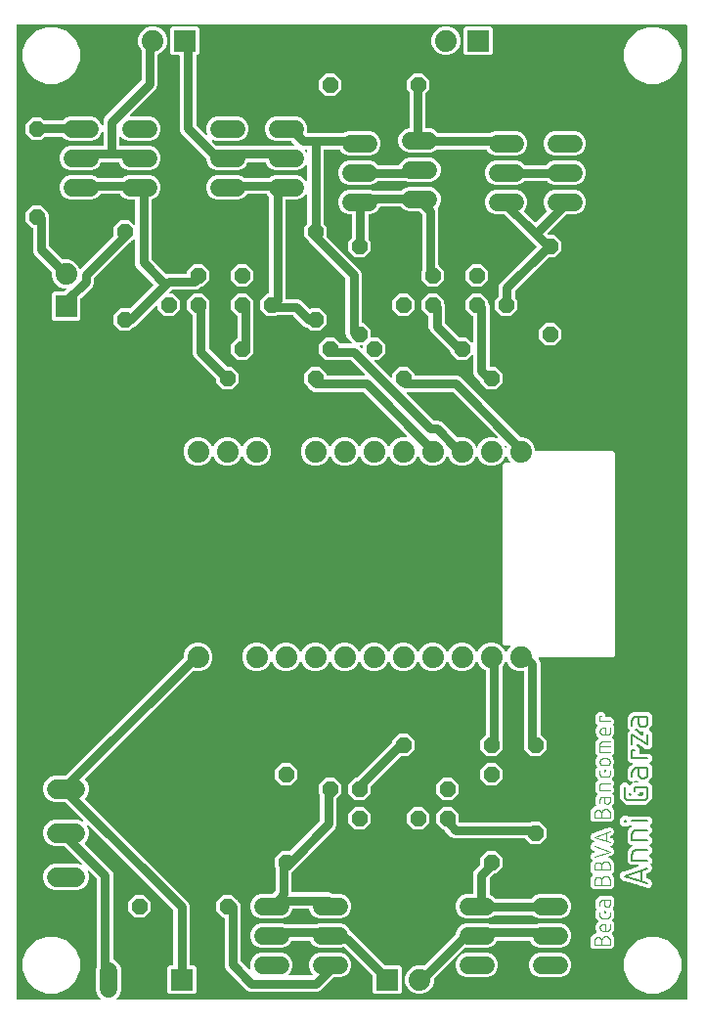
<source format=gbr>
G04 EAGLE Gerber RS-274X export*
G75*
%MOMM*%
%FSLAX34Y34*%
%LPD*%
%INTop Copper*%
%IPPOS*%
%AMOC8*
5,1,8,0,0,1.08239X$1,22.5*%
G01*
%ADD10C,0.177800*%
%ADD11C,0.101600*%
%ADD12C,1.524000*%
%ADD13R,1.879600X1.879600*%
%ADD14C,1.879600*%
%ADD15P,1.429621X8X22.500000*%
%ADD16P,1.429621X8X112.500000*%
%ADD17C,1.676400*%
%ADD18P,1.429621X8X292.500000*%
%ADD19P,1.429621X8X202.500000*%
%ADD20C,0.800000*%

G36*
X67726Y8140D02*
X67726Y8140D01*
X67798Y8142D01*
X67847Y8160D01*
X67898Y8168D01*
X67962Y8202D01*
X68029Y8227D01*
X68070Y8259D01*
X68116Y8284D01*
X68165Y8336D01*
X68221Y8380D01*
X68249Y8424D01*
X68285Y8462D01*
X68315Y8527D01*
X68354Y8587D01*
X68367Y8638D01*
X68389Y8685D01*
X68397Y8756D01*
X68414Y8826D01*
X68410Y8878D01*
X68416Y8929D01*
X68401Y9000D01*
X68395Y9071D01*
X68375Y9119D01*
X68364Y9170D01*
X68327Y9231D01*
X68299Y9297D01*
X68254Y9353D01*
X68237Y9381D01*
X68220Y9396D01*
X68194Y9428D01*
X65885Y11737D01*
X64261Y15658D01*
X64261Y35142D01*
X64705Y36214D01*
X64720Y36278D01*
X64745Y36339D01*
X64754Y36422D01*
X64761Y36454D01*
X64760Y36473D01*
X64763Y36505D01*
X64763Y112769D01*
X64749Y112859D01*
X64741Y112950D01*
X64729Y112980D01*
X64724Y113012D01*
X64681Y113092D01*
X64645Y113176D01*
X64619Y113208D01*
X64608Y113229D01*
X64585Y113251D01*
X64540Y113307D01*
X58242Y119605D01*
X58163Y119662D01*
X58088Y119724D01*
X58064Y119734D01*
X58042Y119749D01*
X57949Y119778D01*
X57858Y119813D01*
X57832Y119814D01*
X57807Y119821D01*
X57710Y119819D01*
X57613Y119823D01*
X57588Y119816D01*
X57561Y119815D01*
X57470Y119781D01*
X57377Y119754D01*
X57355Y119740D01*
X57330Y119731D01*
X57254Y119669D01*
X57174Y119614D01*
X57159Y119593D01*
X57138Y119577D01*
X57086Y119495D01*
X57028Y119417D01*
X57020Y119392D01*
X57005Y119370D01*
X56982Y119276D01*
X56951Y119183D01*
X56952Y119157D01*
X56945Y119131D01*
X56953Y119034D01*
X56954Y118937D01*
X56963Y118905D01*
X56964Y118886D01*
X56977Y118856D01*
X57001Y118776D01*
X57913Y116574D01*
X57913Y112026D01*
X56172Y107825D01*
X52957Y104610D01*
X48756Y102869D01*
X27444Y102869D01*
X23243Y104610D01*
X20028Y107825D01*
X18287Y112026D01*
X18287Y116574D01*
X20028Y120775D01*
X23243Y123990D01*
X27444Y125731D01*
X48756Y125731D01*
X50958Y124819D01*
X51053Y124796D01*
X51146Y124768D01*
X51172Y124768D01*
X51197Y124762D01*
X51294Y124772D01*
X51392Y124774D01*
X51416Y124783D01*
X51442Y124786D01*
X51531Y124825D01*
X51623Y124859D01*
X51643Y124875D01*
X51667Y124886D01*
X51739Y124951D01*
X51815Y125012D01*
X51829Y125034D01*
X51848Y125052D01*
X51895Y125137D01*
X51948Y125219D01*
X51954Y125244D01*
X51967Y125267D01*
X51984Y125363D01*
X52008Y125458D01*
X52006Y125484D01*
X52010Y125509D01*
X51996Y125606D01*
X51989Y125703D01*
X51978Y125727D01*
X51975Y125753D01*
X51930Y125840D01*
X51892Y125929D01*
X51872Y125955D01*
X51863Y125972D01*
X51839Y125995D01*
X51787Y126060D01*
X37101Y140746D01*
X37027Y140799D01*
X36958Y140859D01*
X36928Y140871D01*
X36902Y140890D01*
X36815Y140917D01*
X36730Y140951D01*
X36689Y140955D01*
X36666Y140962D01*
X36634Y140961D01*
X36563Y140969D01*
X27444Y140969D01*
X23243Y142710D01*
X20028Y145925D01*
X18287Y150126D01*
X18287Y154674D01*
X20028Y158875D01*
X23243Y162090D01*
X27444Y163831D01*
X48756Y163831D01*
X51927Y162517D01*
X52022Y162495D01*
X52115Y162466D01*
X52142Y162467D01*
X52167Y162461D01*
X52264Y162470D01*
X52361Y162472D01*
X52386Y162481D01*
X52412Y162484D01*
X52501Y162523D01*
X52592Y162557D01*
X52613Y162573D01*
X52637Y162584D01*
X52708Y162650D01*
X52784Y162711D01*
X52798Y162733D01*
X52818Y162750D01*
X52865Y162836D01*
X52917Y162917D01*
X52924Y162943D01*
X52936Y162966D01*
X52954Y163062D01*
X52977Y163156D01*
X52975Y163182D01*
X52980Y163208D01*
X52966Y163304D01*
X52958Y163401D01*
X52948Y163425D01*
X52944Y163451D01*
X52900Y163538D01*
X52862Y163628D01*
X52842Y163653D01*
X52833Y163670D01*
X52809Y163694D01*
X52757Y163759D01*
X37669Y178846D01*
X37595Y178899D01*
X37526Y178959D01*
X37496Y178971D01*
X37470Y178990D01*
X37383Y179017D01*
X37298Y179051D01*
X37257Y179055D01*
X37234Y179062D01*
X37202Y179061D01*
X37131Y179069D01*
X27444Y179069D01*
X23243Y180810D01*
X20028Y184025D01*
X18287Y188226D01*
X18287Y192774D01*
X20028Y196975D01*
X23243Y200190D01*
X27444Y201931D01*
X36975Y201931D01*
X37065Y201945D01*
X37156Y201953D01*
X37186Y201965D01*
X37218Y201970D01*
X37298Y202013D01*
X37382Y202049D01*
X37414Y202075D01*
X37435Y202086D01*
X37457Y202109D01*
X37513Y202154D01*
X139730Y304371D01*
X139783Y304445D01*
X139843Y304514D01*
X139855Y304544D01*
X139874Y304570D01*
X139901Y304657D01*
X139935Y304742D01*
X139939Y304783D01*
X139946Y304806D01*
X139945Y304838D01*
X139953Y304909D01*
X139953Y307276D01*
X141848Y311851D01*
X145349Y315352D01*
X149924Y317247D01*
X154876Y317247D01*
X159451Y315352D01*
X162952Y311851D01*
X164847Y307276D01*
X164847Y302324D01*
X162952Y297749D01*
X159451Y294248D01*
X154876Y292353D01*
X149924Y292353D01*
X148786Y292825D01*
X148672Y292852D01*
X148559Y292880D01*
X148552Y292880D01*
X148546Y292881D01*
X148430Y292870D01*
X148313Y292861D01*
X148308Y292858D01*
X148301Y292858D01*
X148194Y292810D01*
X148087Y292765D01*
X148081Y292760D01*
X148077Y292758D01*
X148063Y292745D01*
X147956Y292660D01*
X54760Y199464D01*
X54749Y199448D01*
X54733Y199435D01*
X54677Y199348D01*
X54617Y199264D01*
X54611Y199245D01*
X54600Y199228D01*
X54575Y199128D01*
X54544Y199029D01*
X54545Y199009D01*
X54540Y198990D01*
X54548Y198887D01*
X54551Y198783D01*
X54558Y198764D01*
X54559Y198745D01*
X54600Y198649D01*
X54635Y198552D01*
X54648Y198537D01*
X54655Y198518D01*
X54760Y198387D01*
X56172Y196975D01*
X57913Y192774D01*
X57913Y188226D01*
X56172Y184025D01*
X54838Y182691D01*
X54827Y182675D01*
X54811Y182662D01*
X54755Y182575D01*
X54695Y182491D01*
X54689Y182472D01*
X54678Y182455D01*
X54653Y182355D01*
X54622Y182256D01*
X54623Y182236D01*
X54618Y182217D01*
X54626Y182114D01*
X54629Y182010D01*
X54636Y181991D01*
X54637Y181971D01*
X54677Y181877D01*
X54713Y181779D01*
X54726Y181763D01*
X54733Y181745D01*
X54838Y181614D01*
X144076Y92377D01*
X145149Y89786D01*
X145149Y38608D01*
X145152Y38588D01*
X145150Y38569D01*
X145172Y38467D01*
X145188Y38365D01*
X145198Y38348D01*
X145202Y38328D01*
X145255Y38239D01*
X145304Y38148D01*
X145318Y38134D01*
X145328Y38117D01*
X145407Y38050D01*
X145482Y37978D01*
X145500Y37970D01*
X145515Y37957D01*
X145611Y37918D01*
X145705Y37875D01*
X145725Y37873D01*
X145743Y37865D01*
X145910Y37847D01*
X149091Y37847D01*
X150877Y36061D01*
X150877Y14739D01*
X149091Y12953D01*
X127769Y12953D01*
X125983Y14739D01*
X125983Y36061D01*
X127769Y37847D01*
X130290Y37847D01*
X130310Y37850D01*
X130329Y37848D01*
X130431Y37870D01*
X130533Y37886D01*
X130550Y37896D01*
X130570Y37900D01*
X130659Y37953D01*
X130750Y38002D01*
X130764Y38016D01*
X130781Y38026D01*
X130848Y38105D01*
X130920Y38180D01*
X130928Y38198D01*
X130941Y38213D01*
X130980Y38309D01*
X131023Y38403D01*
X131025Y38423D01*
X131033Y38441D01*
X131051Y38608D01*
X131051Y85149D01*
X131037Y85239D01*
X131029Y85330D01*
X131017Y85360D01*
X131012Y85392D01*
X130969Y85472D01*
X130933Y85556D01*
X130907Y85588D01*
X130896Y85609D01*
X130873Y85631D01*
X130828Y85687D01*
X57841Y158675D01*
X57762Y158732D01*
X57686Y158794D01*
X57662Y158803D01*
X57641Y158819D01*
X57548Y158847D01*
X57457Y158882D01*
X57431Y158883D01*
X57406Y158891D01*
X57308Y158888D01*
X57211Y158893D01*
X57186Y158885D01*
X57160Y158885D01*
X57068Y158851D01*
X56975Y158824D01*
X56953Y158809D01*
X56929Y158800D01*
X56853Y158739D01*
X56773Y158684D01*
X56757Y158663D01*
X56737Y158646D01*
X56684Y158564D01*
X56626Y158486D01*
X56618Y158462D01*
X56604Y158440D01*
X56580Y158345D01*
X56550Y158253D01*
X56550Y158226D01*
X56544Y158201D01*
X56551Y158104D01*
X56552Y158007D01*
X56561Y157975D01*
X56563Y157956D01*
X56576Y157926D01*
X56599Y157845D01*
X57913Y154674D01*
X57913Y150126D01*
X56172Y145925D01*
X54554Y144307D01*
X54543Y144291D01*
X54527Y144278D01*
X54471Y144191D01*
X54411Y144107D01*
X54405Y144088D01*
X54394Y144071D01*
X54369Y143971D01*
X54338Y143872D01*
X54339Y143852D01*
X54334Y143833D01*
X54342Y143730D01*
X54345Y143626D01*
X54352Y143607D01*
X54353Y143587D01*
X54393Y143493D01*
X54429Y143395D01*
X54442Y143379D01*
X54449Y143361D01*
X54554Y143230D01*
X77788Y119997D01*
X78861Y117406D01*
X78861Y43448D01*
X78880Y43332D01*
X78897Y43217D01*
X78899Y43212D01*
X78900Y43205D01*
X78955Y43103D01*
X79008Y42998D01*
X79013Y42994D01*
X79016Y42988D01*
X79100Y42908D01*
X79184Y42826D01*
X79190Y42822D01*
X79194Y42819D01*
X79211Y42811D01*
X79331Y42745D01*
X80973Y42065D01*
X83975Y39063D01*
X85599Y35142D01*
X85599Y15658D01*
X83975Y11737D01*
X81666Y9428D01*
X81624Y9370D01*
X81575Y9318D01*
X81553Y9271D01*
X81523Y9229D01*
X81502Y9160D01*
X81471Y9095D01*
X81466Y9043D01*
X81450Y8993D01*
X81452Y8922D01*
X81444Y8851D01*
X81455Y8800D01*
X81457Y8748D01*
X81481Y8680D01*
X81496Y8610D01*
X81523Y8565D01*
X81541Y8517D01*
X81586Y8461D01*
X81623Y8399D01*
X81662Y8365D01*
X81695Y8325D01*
X81755Y8286D01*
X81810Y8239D01*
X81858Y8220D01*
X81902Y8192D01*
X81971Y8174D01*
X82038Y8147D01*
X82109Y8139D01*
X82140Y8131D01*
X82163Y8133D01*
X82204Y8129D01*
X575110Y8129D01*
X575130Y8132D01*
X575149Y8130D01*
X575251Y8152D01*
X575353Y8168D01*
X575370Y8178D01*
X575390Y8182D01*
X575479Y8235D01*
X575570Y8284D01*
X575584Y8298D01*
X575601Y8308D01*
X575668Y8387D01*
X575740Y8462D01*
X575748Y8480D01*
X575761Y8495D01*
X575800Y8591D01*
X575843Y8685D01*
X575845Y8705D01*
X575853Y8723D01*
X575871Y8890D01*
X575871Y851410D01*
X575868Y851430D01*
X575870Y851449D01*
X575848Y851551D01*
X575832Y851653D01*
X575822Y851670D01*
X575818Y851690D01*
X575765Y851779D01*
X575716Y851870D01*
X575702Y851884D01*
X575692Y851901D01*
X575613Y851968D01*
X575538Y852040D01*
X575520Y852048D01*
X575505Y852061D01*
X575409Y852100D01*
X575315Y852143D01*
X575295Y852145D01*
X575277Y852153D01*
X575110Y852171D01*
X-3810Y852171D01*
X-3830Y852168D01*
X-3849Y852170D01*
X-3951Y852148D01*
X-4053Y852132D01*
X-4070Y852122D01*
X-4090Y852118D01*
X-4179Y852065D01*
X-4270Y852016D01*
X-4284Y852002D01*
X-4301Y851992D01*
X-4368Y851913D01*
X-4440Y851838D01*
X-4448Y851820D01*
X-4461Y851805D01*
X-4500Y851709D01*
X-4543Y851615D01*
X-4545Y851595D01*
X-4553Y851577D01*
X-4571Y851410D01*
X-4571Y8890D01*
X-4568Y8870D01*
X-4570Y8851D01*
X-4548Y8749D01*
X-4532Y8647D01*
X-4522Y8630D01*
X-4518Y8610D01*
X-4465Y8521D01*
X-4416Y8430D01*
X-4402Y8416D01*
X-4392Y8399D01*
X-4313Y8332D01*
X-4238Y8260D01*
X-4220Y8252D01*
X-4205Y8239D01*
X-4109Y8200D01*
X-4015Y8157D01*
X-3995Y8155D01*
X-3977Y8147D01*
X-3810Y8129D01*
X67656Y8129D01*
X67726Y8140D01*
G37*
%LPC*%
G36*
X402402Y218947D02*
X402402Y218947D01*
X396747Y224602D01*
X396747Y232598D01*
X401504Y237355D01*
X401557Y237429D01*
X401617Y237499D01*
X401629Y237529D01*
X401648Y237555D01*
X401675Y237642D01*
X401709Y237727D01*
X401713Y237768D01*
X401720Y237790D01*
X401719Y237822D01*
X401727Y237894D01*
X401727Y292755D01*
X401708Y292869D01*
X401691Y292986D01*
X401689Y292991D01*
X401688Y292997D01*
X401633Y293100D01*
X401580Y293205D01*
X401575Y293209D01*
X401572Y293215D01*
X401488Y293295D01*
X401404Y293377D01*
X401398Y293381D01*
X401394Y293384D01*
X401377Y293392D01*
X401257Y293458D01*
X399349Y294248D01*
X395848Y297749D01*
X394403Y301238D01*
X394365Y301299D01*
X394336Y301364D01*
X394301Y301402D01*
X394274Y301447D01*
X394218Y301492D01*
X394170Y301545D01*
X394124Y301570D01*
X394084Y301604D01*
X394017Y301629D01*
X393954Y301664D01*
X393903Y301673D01*
X393855Y301692D01*
X393783Y301695D01*
X393712Y301708D01*
X393661Y301700D01*
X393609Y301702D01*
X393540Y301682D01*
X393469Y301672D01*
X393423Y301648D01*
X393373Y301634D01*
X393314Y301593D01*
X393250Y301560D01*
X393213Y301523D01*
X393171Y301493D01*
X393128Y301436D01*
X393078Y301385D01*
X393043Y301322D01*
X393024Y301296D01*
X393017Y301274D01*
X392997Y301238D01*
X391552Y297749D01*
X388051Y294248D01*
X383476Y292353D01*
X378524Y292353D01*
X373949Y294248D01*
X370448Y297749D01*
X369003Y301238D01*
X368965Y301299D01*
X368936Y301364D01*
X368901Y301402D01*
X368874Y301447D01*
X368818Y301492D01*
X368770Y301545D01*
X368724Y301570D01*
X368684Y301604D01*
X368617Y301629D01*
X368554Y301664D01*
X368503Y301673D01*
X368455Y301692D01*
X368383Y301695D01*
X368312Y301708D01*
X368261Y301700D01*
X368209Y301702D01*
X368140Y301682D01*
X368069Y301672D01*
X368023Y301648D01*
X367973Y301634D01*
X367914Y301593D01*
X367850Y301560D01*
X367813Y301523D01*
X367771Y301493D01*
X367728Y301436D01*
X367678Y301385D01*
X367643Y301322D01*
X367624Y301296D01*
X367617Y301274D01*
X367597Y301238D01*
X366152Y297749D01*
X362651Y294248D01*
X358076Y292353D01*
X353124Y292353D01*
X348549Y294248D01*
X345048Y297749D01*
X343603Y301238D01*
X343565Y301299D01*
X343536Y301364D01*
X343501Y301402D01*
X343474Y301447D01*
X343418Y301492D01*
X343370Y301545D01*
X343324Y301570D01*
X343284Y301604D01*
X343217Y301629D01*
X343154Y301664D01*
X343103Y301673D01*
X343055Y301692D01*
X342983Y301695D01*
X342912Y301708D01*
X342861Y301700D01*
X342809Y301702D01*
X342740Y301682D01*
X342669Y301672D01*
X342623Y301648D01*
X342573Y301634D01*
X342514Y301593D01*
X342450Y301560D01*
X342413Y301523D01*
X342371Y301493D01*
X342328Y301436D01*
X342278Y301385D01*
X342243Y301322D01*
X342224Y301296D01*
X342217Y301274D01*
X342197Y301238D01*
X340752Y297749D01*
X337251Y294248D01*
X332676Y292353D01*
X327724Y292353D01*
X323149Y294248D01*
X319648Y297749D01*
X318203Y301238D01*
X318165Y301299D01*
X318136Y301364D01*
X318101Y301402D01*
X318074Y301447D01*
X318018Y301492D01*
X317970Y301545D01*
X317924Y301570D01*
X317884Y301604D01*
X317817Y301629D01*
X317754Y301664D01*
X317703Y301673D01*
X317655Y301692D01*
X317583Y301695D01*
X317512Y301708D01*
X317461Y301700D01*
X317409Y301702D01*
X317340Y301682D01*
X317269Y301672D01*
X317223Y301648D01*
X317173Y301634D01*
X317114Y301593D01*
X317050Y301560D01*
X317013Y301523D01*
X316971Y301493D01*
X316928Y301436D01*
X316878Y301385D01*
X316843Y301322D01*
X316824Y301296D01*
X316817Y301274D01*
X316797Y301238D01*
X315352Y297749D01*
X311851Y294248D01*
X307276Y292353D01*
X302324Y292353D01*
X297749Y294248D01*
X294248Y297749D01*
X292803Y301238D01*
X292765Y301299D01*
X292736Y301364D01*
X292701Y301402D01*
X292674Y301447D01*
X292618Y301492D01*
X292570Y301545D01*
X292524Y301570D01*
X292484Y301604D01*
X292417Y301629D01*
X292354Y301664D01*
X292303Y301673D01*
X292255Y301692D01*
X292183Y301695D01*
X292112Y301708D01*
X292061Y301700D01*
X292009Y301702D01*
X291940Y301682D01*
X291869Y301672D01*
X291823Y301648D01*
X291773Y301634D01*
X291714Y301593D01*
X291650Y301560D01*
X291613Y301523D01*
X291571Y301493D01*
X291528Y301436D01*
X291478Y301385D01*
X291443Y301322D01*
X291424Y301296D01*
X291417Y301274D01*
X291397Y301238D01*
X289952Y297749D01*
X286451Y294248D01*
X281876Y292353D01*
X276924Y292353D01*
X272349Y294248D01*
X268848Y297749D01*
X267403Y301238D01*
X267365Y301299D01*
X267336Y301364D01*
X267301Y301402D01*
X267274Y301447D01*
X267218Y301492D01*
X267170Y301545D01*
X267124Y301570D01*
X267084Y301604D01*
X267017Y301629D01*
X266954Y301664D01*
X266903Y301673D01*
X266855Y301692D01*
X266783Y301695D01*
X266712Y301708D01*
X266661Y301700D01*
X266609Y301702D01*
X266540Y301682D01*
X266469Y301672D01*
X266423Y301648D01*
X266373Y301634D01*
X266314Y301593D01*
X266250Y301560D01*
X266213Y301523D01*
X266171Y301493D01*
X266128Y301436D01*
X266078Y301385D01*
X266043Y301322D01*
X266024Y301296D01*
X266017Y301274D01*
X265997Y301238D01*
X264552Y297749D01*
X261051Y294248D01*
X256476Y292353D01*
X251524Y292353D01*
X246949Y294248D01*
X243448Y297749D01*
X242003Y301238D01*
X241965Y301299D01*
X241936Y301364D01*
X241901Y301402D01*
X241874Y301447D01*
X241818Y301492D01*
X241770Y301545D01*
X241724Y301570D01*
X241684Y301604D01*
X241617Y301629D01*
X241554Y301664D01*
X241503Y301673D01*
X241455Y301692D01*
X241383Y301695D01*
X241312Y301708D01*
X241261Y301700D01*
X241209Y301702D01*
X241140Y301682D01*
X241069Y301672D01*
X241023Y301648D01*
X240973Y301634D01*
X240914Y301593D01*
X240850Y301560D01*
X240813Y301523D01*
X240771Y301493D01*
X240728Y301436D01*
X240678Y301385D01*
X240643Y301322D01*
X240624Y301296D01*
X240617Y301274D01*
X240597Y301238D01*
X239152Y297749D01*
X235651Y294248D01*
X231076Y292353D01*
X226124Y292353D01*
X221549Y294248D01*
X218048Y297749D01*
X216603Y301238D01*
X216565Y301299D01*
X216536Y301364D01*
X216501Y301402D01*
X216474Y301447D01*
X216418Y301492D01*
X216370Y301545D01*
X216324Y301570D01*
X216284Y301604D01*
X216217Y301629D01*
X216154Y301664D01*
X216103Y301673D01*
X216055Y301692D01*
X215983Y301695D01*
X215912Y301708D01*
X215861Y301700D01*
X215809Y301702D01*
X215740Y301682D01*
X215669Y301672D01*
X215623Y301648D01*
X215573Y301634D01*
X215514Y301593D01*
X215450Y301560D01*
X215413Y301523D01*
X215371Y301493D01*
X215328Y301436D01*
X215278Y301385D01*
X215243Y301322D01*
X215224Y301296D01*
X215217Y301274D01*
X215197Y301238D01*
X213752Y297749D01*
X210251Y294248D01*
X205676Y292353D01*
X200724Y292353D01*
X196149Y294248D01*
X192648Y297749D01*
X190753Y302324D01*
X190753Y307276D01*
X192648Y311851D01*
X196149Y315352D01*
X200724Y317247D01*
X205676Y317247D01*
X210251Y315352D01*
X213752Y311851D01*
X215197Y308362D01*
X215235Y308301D01*
X215264Y308236D01*
X215299Y308198D01*
X215326Y308153D01*
X215382Y308107D01*
X215430Y308055D01*
X215476Y308030D01*
X215516Y307996D01*
X215583Y307971D01*
X215646Y307936D01*
X215697Y307927D01*
X215745Y307908D01*
X215817Y307905D01*
X215888Y307892D01*
X215939Y307900D01*
X215991Y307898D01*
X216060Y307918D01*
X216131Y307928D01*
X216177Y307952D01*
X216227Y307966D01*
X216286Y308007D01*
X216350Y308040D01*
X216387Y308077D01*
X216429Y308107D01*
X216472Y308164D01*
X216522Y308215D01*
X216557Y308278D01*
X216576Y308304D01*
X216583Y308326D01*
X216603Y308362D01*
X218048Y311851D01*
X221549Y315352D01*
X226124Y317247D01*
X231076Y317247D01*
X235651Y315352D01*
X239152Y311851D01*
X240597Y308362D01*
X240635Y308301D01*
X240664Y308236D01*
X240699Y308198D01*
X240726Y308153D01*
X240782Y308107D01*
X240830Y308055D01*
X240876Y308030D01*
X240916Y307996D01*
X240983Y307971D01*
X241046Y307936D01*
X241097Y307927D01*
X241145Y307908D01*
X241217Y307905D01*
X241288Y307892D01*
X241339Y307900D01*
X241391Y307898D01*
X241460Y307918D01*
X241531Y307928D01*
X241577Y307952D01*
X241627Y307966D01*
X241686Y308007D01*
X241750Y308040D01*
X241787Y308077D01*
X241829Y308107D01*
X241872Y308164D01*
X241922Y308215D01*
X241957Y308278D01*
X241976Y308304D01*
X241983Y308326D01*
X242003Y308362D01*
X243448Y311851D01*
X246949Y315352D01*
X251524Y317247D01*
X256476Y317247D01*
X261051Y315352D01*
X264552Y311851D01*
X265997Y308362D01*
X266035Y308301D01*
X266064Y308236D01*
X266099Y308198D01*
X266126Y308153D01*
X266182Y308107D01*
X266230Y308055D01*
X266276Y308030D01*
X266316Y307996D01*
X266383Y307971D01*
X266446Y307936D01*
X266497Y307927D01*
X266545Y307908D01*
X266617Y307905D01*
X266688Y307892D01*
X266739Y307900D01*
X266791Y307898D01*
X266860Y307918D01*
X266931Y307928D01*
X266977Y307952D01*
X267027Y307966D01*
X267086Y308007D01*
X267150Y308040D01*
X267187Y308077D01*
X267229Y308107D01*
X267272Y308164D01*
X267322Y308215D01*
X267357Y308278D01*
X267376Y308304D01*
X267383Y308326D01*
X267403Y308362D01*
X268848Y311851D01*
X272349Y315352D01*
X276924Y317247D01*
X281876Y317247D01*
X286451Y315352D01*
X289952Y311851D01*
X291397Y308362D01*
X291435Y308301D01*
X291464Y308236D01*
X291499Y308198D01*
X291526Y308153D01*
X291582Y308107D01*
X291630Y308055D01*
X291676Y308030D01*
X291716Y307996D01*
X291783Y307971D01*
X291846Y307936D01*
X291897Y307927D01*
X291945Y307908D01*
X292017Y307905D01*
X292088Y307892D01*
X292139Y307900D01*
X292191Y307898D01*
X292260Y307918D01*
X292331Y307928D01*
X292377Y307952D01*
X292427Y307966D01*
X292486Y308007D01*
X292550Y308040D01*
X292587Y308077D01*
X292629Y308107D01*
X292672Y308164D01*
X292722Y308215D01*
X292757Y308278D01*
X292776Y308304D01*
X292783Y308326D01*
X292803Y308362D01*
X294248Y311851D01*
X297749Y315352D01*
X302324Y317247D01*
X307276Y317247D01*
X311851Y315352D01*
X315352Y311851D01*
X316797Y308362D01*
X316835Y308301D01*
X316864Y308236D01*
X316899Y308198D01*
X316926Y308153D01*
X316982Y308107D01*
X317030Y308055D01*
X317076Y308030D01*
X317116Y307996D01*
X317183Y307971D01*
X317246Y307936D01*
X317297Y307927D01*
X317345Y307908D01*
X317417Y307905D01*
X317488Y307892D01*
X317539Y307900D01*
X317591Y307898D01*
X317660Y307918D01*
X317731Y307928D01*
X317777Y307952D01*
X317827Y307966D01*
X317886Y308007D01*
X317950Y308040D01*
X317987Y308077D01*
X318029Y308107D01*
X318072Y308164D01*
X318122Y308215D01*
X318157Y308278D01*
X318176Y308304D01*
X318183Y308326D01*
X318203Y308362D01*
X319648Y311851D01*
X323149Y315352D01*
X327724Y317247D01*
X332676Y317247D01*
X337251Y315352D01*
X340752Y311851D01*
X342197Y308362D01*
X342235Y308301D01*
X342264Y308236D01*
X342299Y308198D01*
X342326Y308153D01*
X342382Y308107D01*
X342430Y308055D01*
X342476Y308030D01*
X342516Y307996D01*
X342583Y307971D01*
X342646Y307936D01*
X342697Y307927D01*
X342745Y307908D01*
X342817Y307905D01*
X342888Y307892D01*
X342939Y307900D01*
X342991Y307898D01*
X343060Y307918D01*
X343131Y307928D01*
X343177Y307952D01*
X343227Y307966D01*
X343286Y308007D01*
X343350Y308040D01*
X343387Y308077D01*
X343429Y308107D01*
X343472Y308164D01*
X343522Y308215D01*
X343557Y308278D01*
X343576Y308304D01*
X343583Y308326D01*
X343603Y308362D01*
X345048Y311851D01*
X348549Y315352D01*
X353124Y317247D01*
X358076Y317247D01*
X362651Y315352D01*
X366152Y311851D01*
X367597Y308362D01*
X367635Y308301D01*
X367664Y308236D01*
X367699Y308198D01*
X367726Y308153D01*
X367782Y308107D01*
X367830Y308055D01*
X367876Y308030D01*
X367916Y307996D01*
X367983Y307971D01*
X368046Y307936D01*
X368097Y307927D01*
X368145Y307908D01*
X368217Y307905D01*
X368288Y307892D01*
X368339Y307900D01*
X368391Y307898D01*
X368460Y307918D01*
X368531Y307928D01*
X368577Y307952D01*
X368627Y307966D01*
X368686Y308007D01*
X368750Y308040D01*
X368787Y308077D01*
X368829Y308107D01*
X368872Y308164D01*
X368922Y308215D01*
X368957Y308278D01*
X368976Y308304D01*
X368983Y308326D01*
X369003Y308362D01*
X370448Y311851D01*
X373949Y315352D01*
X378524Y317247D01*
X383476Y317247D01*
X388051Y315352D01*
X391552Y311851D01*
X392997Y308362D01*
X393035Y308301D01*
X393064Y308236D01*
X393099Y308198D01*
X393126Y308153D01*
X393182Y308107D01*
X393230Y308055D01*
X393276Y308030D01*
X393316Y307996D01*
X393383Y307971D01*
X393446Y307936D01*
X393497Y307927D01*
X393545Y307908D01*
X393617Y307905D01*
X393688Y307892D01*
X393739Y307900D01*
X393791Y307898D01*
X393860Y307918D01*
X393931Y307928D01*
X393977Y307952D01*
X394027Y307966D01*
X394086Y308007D01*
X394150Y308040D01*
X394187Y308077D01*
X394229Y308107D01*
X394272Y308164D01*
X394322Y308215D01*
X394357Y308278D01*
X394376Y308304D01*
X394383Y308326D01*
X394403Y308362D01*
X395848Y311851D01*
X399349Y315352D01*
X403924Y317247D01*
X408876Y317247D01*
X413451Y315352D01*
X416952Y311851D01*
X418397Y308362D01*
X418435Y308301D01*
X418464Y308236D01*
X418499Y308198D01*
X418526Y308153D01*
X418582Y308107D01*
X418630Y308055D01*
X418676Y308030D01*
X418716Y307996D01*
X418783Y307971D01*
X418846Y307936D01*
X418897Y307927D01*
X418945Y307908D01*
X419017Y307905D01*
X419088Y307892D01*
X419139Y307900D01*
X419191Y307898D01*
X419260Y307918D01*
X419331Y307928D01*
X419377Y307952D01*
X419427Y307966D01*
X419486Y308007D01*
X419550Y308040D01*
X419587Y308077D01*
X419629Y308107D01*
X419672Y308164D01*
X419722Y308215D01*
X419757Y308278D01*
X419776Y308304D01*
X419783Y308326D01*
X419803Y308362D01*
X421248Y311851D01*
X422549Y313152D01*
X422591Y313210D01*
X422641Y313262D01*
X422663Y313309D01*
X422693Y313351D01*
X422714Y313420D01*
X422744Y313485D01*
X422750Y313537D01*
X422765Y313587D01*
X422763Y313658D01*
X422771Y313729D01*
X422760Y313780D01*
X422759Y313832D01*
X422734Y313900D01*
X422719Y313970D01*
X422692Y314015D01*
X422674Y314063D01*
X422630Y314119D01*
X422593Y314181D01*
X422553Y314215D01*
X422521Y314255D01*
X422460Y314294D01*
X422406Y314341D01*
X422358Y314360D01*
X422314Y314388D01*
X422244Y314406D01*
X422178Y314433D01*
X422106Y314441D01*
X422075Y314449D01*
X422052Y314447D01*
X422011Y314451D01*
X417837Y314451D01*
X416051Y316237D01*
X416051Y471163D01*
X417837Y472949D01*
X422011Y472949D01*
X422082Y472960D01*
X422154Y472962D01*
X422203Y472980D01*
X422254Y472988D01*
X422317Y473022D01*
X422385Y473047D01*
X422425Y473079D01*
X422471Y473104D01*
X422521Y473156D01*
X422577Y473200D01*
X422605Y473244D01*
X422641Y473282D01*
X422671Y473347D01*
X422710Y473407D01*
X422722Y473458D01*
X422744Y473505D01*
X422752Y473576D01*
X422770Y473646D01*
X422766Y473698D01*
X422771Y473749D01*
X422756Y473820D01*
X422751Y473891D01*
X422730Y473939D01*
X422719Y473990D01*
X422682Y474051D01*
X422654Y474117D01*
X422609Y474173D01*
X422593Y474201D01*
X422575Y474216D01*
X422549Y474248D01*
X421248Y475549D01*
X419803Y479038D01*
X419765Y479099D01*
X419736Y479164D01*
X419701Y479202D01*
X419674Y479247D01*
X419618Y479293D01*
X419570Y479345D01*
X419524Y479370D01*
X419484Y479404D01*
X419417Y479429D01*
X419354Y479464D01*
X419303Y479473D01*
X419255Y479492D01*
X419183Y479495D01*
X419112Y479508D01*
X419061Y479500D01*
X419009Y479502D01*
X418940Y479482D01*
X418869Y479472D01*
X418823Y479448D01*
X418773Y479434D01*
X418714Y479393D01*
X418650Y479360D01*
X418613Y479323D01*
X418571Y479293D01*
X418528Y479236D01*
X418478Y479185D01*
X418443Y479122D01*
X418424Y479096D01*
X418417Y479074D01*
X418397Y479038D01*
X416952Y475549D01*
X413451Y472048D01*
X408876Y470153D01*
X403924Y470153D01*
X399349Y472048D01*
X395848Y475549D01*
X394403Y479038D01*
X394365Y479099D01*
X394336Y479164D01*
X394301Y479202D01*
X394274Y479247D01*
X394218Y479293D01*
X394170Y479345D01*
X394124Y479370D01*
X394084Y479404D01*
X394017Y479429D01*
X393954Y479464D01*
X393903Y479473D01*
X393855Y479492D01*
X393783Y479495D01*
X393712Y479508D01*
X393661Y479500D01*
X393609Y479502D01*
X393540Y479482D01*
X393469Y479472D01*
X393423Y479448D01*
X393373Y479434D01*
X393314Y479393D01*
X393250Y479360D01*
X393213Y479323D01*
X393171Y479293D01*
X393128Y479236D01*
X393078Y479185D01*
X393043Y479122D01*
X393024Y479096D01*
X393017Y479074D01*
X392997Y479038D01*
X391552Y475549D01*
X388051Y472048D01*
X383476Y470153D01*
X378524Y470153D01*
X373949Y472048D01*
X370448Y475549D01*
X369003Y479038D01*
X368965Y479099D01*
X368936Y479164D01*
X368901Y479202D01*
X368874Y479247D01*
X368818Y479293D01*
X368770Y479345D01*
X368724Y479370D01*
X368684Y479404D01*
X368617Y479429D01*
X368554Y479464D01*
X368503Y479473D01*
X368455Y479492D01*
X368383Y479495D01*
X368312Y479508D01*
X368261Y479500D01*
X368209Y479502D01*
X368140Y479482D01*
X368069Y479472D01*
X368023Y479448D01*
X367973Y479434D01*
X367914Y479393D01*
X367850Y479360D01*
X367813Y479323D01*
X367771Y479293D01*
X367728Y479236D01*
X367678Y479185D01*
X367643Y479122D01*
X367624Y479096D01*
X367617Y479074D01*
X367597Y479038D01*
X366152Y475549D01*
X362651Y472048D01*
X358076Y470153D01*
X353124Y470153D01*
X348549Y472048D01*
X345048Y475549D01*
X343603Y479038D01*
X343565Y479099D01*
X343536Y479164D01*
X343501Y479202D01*
X343474Y479247D01*
X343418Y479293D01*
X343370Y479345D01*
X343324Y479370D01*
X343284Y479404D01*
X343217Y479429D01*
X343154Y479464D01*
X343103Y479473D01*
X343055Y479492D01*
X342983Y479495D01*
X342912Y479508D01*
X342861Y479500D01*
X342809Y479502D01*
X342740Y479482D01*
X342669Y479472D01*
X342623Y479448D01*
X342573Y479434D01*
X342514Y479393D01*
X342450Y479360D01*
X342413Y479323D01*
X342371Y479293D01*
X342328Y479236D01*
X342278Y479185D01*
X342243Y479122D01*
X342224Y479096D01*
X342217Y479074D01*
X342197Y479038D01*
X340752Y475549D01*
X337251Y472048D01*
X332676Y470153D01*
X327724Y470153D01*
X323149Y472048D01*
X319648Y475549D01*
X318203Y479038D01*
X318165Y479099D01*
X318136Y479164D01*
X318101Y479203D01*
X318074Y479247D01*
X318018Y479293D01*
X317970Y479345D01*
X317924Y479370D01*
X317884Y479404D01*
X317817Y479429D01*
X317754Y479464D01*
X317703Y479473D01*
X317655Y479492D01*
X317583Y479495D01*
X317512Y479508D01*
X317461Y479500D01*
X317409Y479502D01*
X317340Y479482D01*
X317269Y479472D01*
X317223Y479448D01*
X317173Y479434D01*
X317114Y479393D01*
X317050Y479360D01*
X317013Y479323D01*
X316971Y479293D01*
X316928Y479236D01*
X316878Y479185D01*
X316843Y479122D01*
X316824Y479096D01*
X316817Y479074D01*
X316797Y479038D01*
X315352Y475549D01*
X311851Y472048D01*
X307276Y470153D01*
X302324Y470153D01*
X297749Y472048D01*
X294248Y475549D01*
X292803Y479038D01*
X292765Y479099D01*
X292736Y479164D01*
X292701Y479202D01*
X292674Y479247D01*
X292618Y479293D01*
X292570Y479345D01*
X292524Y479370D01*
X292484Y479404D01*
X292417Y479429D01*
X292354Y479464D01*
X292303Y479473D01*
X292255Y479492D01*
X292183Y479495D01*
X292112Y479508D01*
X292061Y479500D01*
X292009Y479502D01*
X291940Y479482D01*
X291869Y479472D01*
X291823Y479448D01*
X291773Y479434D01*
X291714Y479393D01*
X291650Y479360D01*
X291613Y479323D01*
X291571Y479293D01*
X291528Y479236D01*
X291478Y479185D01*
X291443Y479122D01*
X291424Y479096D01*
X291417Y479074D01*
X291397Y479038D01*
X289952Y475549D01*
X286451Y472048D01*
X281876Y470153D01*
X276924Y470153D01*
X272349Y472048D01*
X268848Y475549D01*
X267403Y479038D01*
X267365Y479099D01*
X267336Y479164D01*
X267301Y479202D01*
X267274Y479247D01*
X267218Y479293D01*
X267170Y479345D01*
X267124Y479370D01*
X267084Y479404D01*
X267017Y479429D01*
X266954Y479464D01*
X266903Y479473D01*
X266855Y479492D01*
X266783Y479495D01*
X266712Y479508D01*
X266661Y479500D01*
X266609Y479502D01*
X266540Y479482D01*
X266469Y479472D01*
X266423Y479448D01*
X266373Y479434D01*
X266314Y479393D01*
X266250Y479360D01*
X266213Y479323D01*
X266171Y479293D01*
X266128Y479236D01*
X266078Y479185D01*
X266043Y479122D01*
X266024Y479096D01*
X266017Y479074D01*
X265997Y479038D01*
X264552Y475549D01*
X261051Y472048D01*
X256476Y470153D01*
X251524Y470153D01*
X246949Y472048D01*
X243448Y475549D01*
X241553Y480124D01*
X241553Y485076D01*
X243448Y489651D01*
X246949Y493152D01*
X251524Y495047D01*
X256476Y495047D01*
X261051Y493152D01*
X264552Y489651D01*
X265997Y486162D01*
X266035Y486101D01*
X266064Y486036D01*
X266099Y485997D01*
X266126Y485953D01*
X266182Y485907D01*
X266230Y485855D01*
X266276Y485830D01*
X266316Y485796D01*
X266383Y485771D01*
X266446Y485736D01*
X266497Y485727D01*
X266545Y485708D01*
X266617Y485705D01*
X266688Y485692D01*
X266739Y485700D01*
X266791Y485698D01*
X266860Y485718D01*
X266931Y485728D01*
X266977Y485752D01*
X267027Y485766D01*
X267086Y485807D01*
X267150Y485840D01*
X267187Y485877D01*
X267229Y485907D01*
X267272Y485964D01*
X267322Y486015D01*
X267357Y486078D01*
X267376Y486104D01*
X267383Y486126D01*
X267403Y486162D01*
X268848Y489651D01*
X272349Y493152D01*
X276924Y495047D01*
X281876Y495047D01*
X286451Y493152D01*
X289952Y489651D01*
X291397Y486162D01*
X291435Y486101D01*
X291464Y486036D01*
X291499Y485997D01*
X291526Y485953D01*
X291582Y485907D01*
X291630Y485855D01*
X291676Y485830D01*
X291716Y485796D01*
X291783Y485771D01*
X291846Y485736D01*
X291897Y485727D01*
X291945Y485708D01*
X292017Y485705D01*
X292088Y485692D01*
X292139Y485700D01*
X292191Y485698D01*
X292260Y485718D01*
X292331Y485728D01*
X292377Y485752D01*
X292427Y485766D01*
X292486Y485807D01*
X292550Y485840D01*
X292587Y485877D01*
X292629Y485907D01*
X292672Y485964D01*
X292722Y486015D01*
X292757Y486078D01*
X292776Y486104D01*
X292783Y486126D01*
X292803Y486162D01*
X294248Y489651D01*
X297749Y493152D01*
X302324Y495047D01*
X307276Y495047D01*
X311851Y493152D01*
X315352Y489651D01*
X316797Y486162D01*
X316835Y486101D01*
X316864Y486036D01*
X316899Y485998D01*
X316926Y485953D01*
X316982Y485907D01*
X317030Y485855D01*
X317076Y485830D01*
X317116Y485796D01*
X317183Y485771D01*
X317246Y485736D01*
X317297Y485727D01*
X317345Y485708D01*
X317417Y485705D01*
X317488Y485692D01*
X317539Y485700D01*
X317591Y485698D01*
X317660Y485718D01*
X317731Y485728D01*
X317777Y485752D01*
X317827Y485766D01*
X317886Y485807D01*
X317950Y485840D01*
X317987Y485877D01*
X318029Y485907D01*
X318072Y485964D01*
X318122Y486015D01*
X318157Y486078D01*
X318176Y486104D01*
X318183Y486126D01*
X318203Y486162D01*
X319648Y489651D01*
X323149Y493152D01*
X327724Y495047D01*
X332795Y495047D01*
X332866Y495058D01*
X332937Y495060D01*
X332986Y495078D01*
X333038Y495086D01*
X333101Y495120D01*
X333168Y495145D01*
X333209Y495177D01*
X333255Y495202D01*
X333305Y495254D01*
X333361Y495298D01*
X333389Y495342D01*
X333425Y495380D01*
X333455Y495445D01*
X333494Y495505D01*
X333506Y495556D01*
X333528Y495603D01*
X333536Y495674D01*
X333554Y495744D01*
X333550Y495796D01*
X333555Y495847D01*
X333540Y495918D01*
X333534Y495989D01*
X333514Y496037D01*
X333503Y496088D01*
X333466Y496149D01*
X333438Y496215D01*
X333393Y496271D01*
X333377Y496299D01*
X333359Y496314D01*
X333333Y496346D01*
X295599Y534080D01*
X295525Y534133D01*
X295456Y534193D01*
X295426Y534205D01*
X295400Y534224D01*
X295313Y534251D01*
X295228Y534285D01*
X295187Y534289D01*
X295164Y534296D01*
X295132Y534295D01*
X295061Y534303D01*
X254189Y534303D01*
X254182Y534302D01*
X254172Y534303D01*
X252833Y534274D01*
X252806Y534285D01*
X252725Y534294D01*
X251485Y534807D01*
X251478Y534809D01*
X251469Y534814D01*
X250221Y535299D01*
X250200Y535320D01*
X250129Y535359D01*
X249179Y536308D01*
X249174Y536312D01*
X249167Y536320D01*
X248200Y537245D01*
X248189Y537273D01*
X248138Y537336D01*
X247624Y538577D01*
X247621Y538582D01*
X247618Y538592D01*
X247487Y538889D01*
X247456Y538937D01*
X247433Y538990D01*
X247370Y539069D01*
X247353Y539095D01*
X247342Y539104D01*
X247328Y539121D01*
X244347Y542102D01*
X244347Y550098D01*
X250002Y555753D01*
X257998Y555753D01*
X263653Y550098D01*
X263653Y549162D01*
X263656Y549142D01*
X263654Y549123D01*
X263676Y549021D01*
X263692Y548919D01*
X263702Y548902D01*
X263706Y548882D01*
X263759Y548793D01*
X263808Y548702D01*
X263822Y548688D01*
X263832Y548671D01*
X263911Y548604D01*
X263986Y548532D01*
X264004Y548524D01*
X264019Y548511D01*
X264115Y548472D01*
X264209Y548429D01*
X264229Y548427D01*
X264247Y548419D01*
X264414Y548401D01*
X296013Y548401D01*
X296084Y548412D01*
X296155Y548414D01*
X296204Y548432D01*
X296256Y548440D01*
X296319Y548474D01*
X296386Y548499D01*
X296427Y548531D01*
X296473Y548556D01*
X296523Y548608D01*
X296579Y548652D01*
X296607Y548696D01*
X296643Y548734D01*
X296673Y548799D01*
X296712Y548859D01*
X296724Y548910D01*
X296746Y548957D01*
X296754Y549028D01*
X296772Y549098D01*
X296768Y549150D01*
X296773Y549201D01*
X296758Y549272D01*
X296752Y549343D01*
X296732Y549391D01*
X296721Y549442D01*
X296684Y549503D01*
X296656Y549569D01*
X296611Y549625D01*
X296595Y549653D01*
X296577Y549668D01*
X296551Y549700D01*
X284551Y561700D01*
X284477Y561753D01*
X284408Y561813D01*
X284378Y561825D01*
X284352Y561844D01*
X284265Y561871D01*
X284180Y561905D01*
X284139Y561909D01*
X284116Y561916D01*
X284084Y561915D01*
X284013Y561923D01*
X271535Y561923D01*
X271532Y561923D01*
X271369Y561905D01*
X270839Y561787D01*
X270561Y561836D01*
X270530Y561836D01*
X270430Y561847D01*
X262702Y561847D01*
X257047Y567502D01*
X257047Y575498D01*
X262702Y581153D01*
X270698Y581153D01*
X275607Y576244D01*
X275681Y576191D01*
X275751Y576131D01*
X275781Y576119D01*
X275807Y576100D01*
X275894Y576073D01*
X275979Y576039D01*
X276020Y576035D01*
X276042Y576028D01*
X276074Y576029D01*
X276146Y576021D01*
X284790Y576021D01*
X284861Y576032D01*
X284933Y576034D01*
X284982Y576052D01*
X285033Y576060D01*
X285097Y576094D01*
X285164Y576119D01*
X285205Y576151D01*
X285251Y576176D01*
X285300Y576228D01*
X285356Y576272D01*
X285384Y576316D01*
X285420Y576354D01*
X285450Y576419D01*
X285489Y576479D01*
X285502Y576530D01*
X285524Y576577D01*
X285531Y576648D01*
X285549Y576718D01*
X285545Y576770D01*
X285551Y576821D01*
X285535Y576892D01*
X285530Y576963D01*
X285510Y577011D01*
X285498Y577062D01*
X285462Y577123D01*
X285434Y577189D01*
X285389Y577245D01*
X285372Y577273D01*
X285354Y577288D01*
X285329Y577320D01*
X282394Y580255D01*
X282343Y580342D01*
X282292Y580438D01*
X282282Y580448D01*
X282275Y580461D01*
X282154Y580578D01*
X281805Y580851D01*
X281637Y581147D01*
X281625Y581162D01*
X281618Y581180D01*
X281513Y581311D01*
X281272Y581551D01*
X280919Y582404D01*
X280903Y582430D01*
X280878Y582488D01*
X280423Y583291D01*
X280382Y583629D01*
X280376Y583647D01*
X280376Y583666D01*
X280330Y583827D01*
X280199Y584142D01*
X280199Y585065D01*
X280194Y585095D01*
X280194Y585158D01*
X280081Y586074D01*
X280172Y586402D01*
X280174Y586421D01*
X280181Y586439D01*
X280199Y586606D01*
X280199Y632025D01*
X280185Y632115D01*
X280177Y632206D01*
X280165Y632236D01*
X280160Y632268D01*
X280117Y632348D01*
X280081Y632432D01*
X280055Y632464D01*
X280044Y632485D01*
X280021Y632507D01*
X279976Y632563D01*
X249181Y663359D01*
X249176Y663362D01*
X249169Y663370D01*
X248201Y664296D01*
X248190Y664324D01*
X248138Y664389D01*
X247625Y665627D01*
X247621Y665632D01*
X247618Y665642D01*
X247527Y665848D01*
X247496Y665896D01*
X247474Y665949D01*
X247410Y666028D01*
X247393Y666055D01*
X247383Y666063D01*
X247369Y666080D01*
X244347Y669102D01*
X244347Y677098D01*
X246832Y679583D01*
X246885Y679657D01*
X246945Y679727D01*
X246957Y679757D01*
X246976Y679783D01*
X247003Y679870D01*
X247037Y679955D01*
X247041Y679996D01*
X247048Y680018D01*
X247047Y680050D01*
X247055Y680122D01*
X247055Y705653D01*
X247040Y705749D01*
X247030Y705846D01*
X247020Y705870D01*
X247016Y705896D01*
X246970Y705981D01*
X246930Y706071D01*
X246913Y706090D01*
X246900Y706113D01*
X246830Y706180D01*
X246764Y706252D01*
X246741Y706264D01*
X246722Y706282D01*
X246634Y706323D01*
X246548Y706370D01*
X246523Y706375D01*
X246499Y706386D01*
X246402Y706397D01*
X246306Y706414D01*
X246280Y706410D01*
X246255Y706413D01*
X246159Y706392D01*
X246063Y706378D01*
X246040Y706366D01*
X246014Y706361D01*
X245931Y706311D01*
X245844Y706267D01*
X245825Y706248D01*
X245803Y706235D01*
X245740Y706161D01*
X245672Y706091D01*
X245656Y706063D01*
X245643Y706048D01*
X245631Y706017D01*
X245591Y705944D01*
X245265Y705157D01*
X242263Y702155D01*
X238342Y700531D01*
X228770Y700531D01*
X228750Y700528D01*
X228731Y700530D01*
X228629Y700508D01*
X228527Y700492D01*
X228510Y700482D01*
X228490Y700478D01*
X228401Y700425D01*
X228310Y700376D01*
X228296Y700362D01*
X228279Y700352D01*
X228212Y700273D01*
X228140Y700198D01*
X228132Y700180D01*
X228119Y700165D01*
X228080Y700069D01*
X228037Y699975D01*
X228035Y699955D01*
X228027Y699937D01*
X228009Y699770D01*
X228009Y615450D01*
X228012Y615430D01*
X228010Y615411D01*
X228032Y615309D01*
X228048Y615207D01*
X228058Y615190D01*
X228062Y615170D01*
X228115Y615081D01*
X228164Y614990D01*
X228178Y614976D01*
X228188Y614959D01*
X228267Y614892D01*
X228342Y614820D01*
X228360Y614812D01*
X228375Y614799D01*
X228471Y614760D01*
X228565Y614717D01*
X228585Y614715D01*
X228603Y614707D01*
X228770Y614689D01*
X238934Y614689D01*
X241525Y613616D01*
X243615Y611526D01*
X248756Y606384D01*
X248773Y606372D01*
X248785Y606357D01*
X248872Y606301D01*
X248956Y606240D01*
X248975Y606235D01*
X248992Y606224D01*
X249092Y606199D01*
X249191Y606168D01*
X249211Y606169D01*
X249231Y606164D01*
X249334Y606172D01*
X249437Y606174D01*
X249456Y606181D01*
X249476Y606183D01*
X249571Y606223D01*
X249668Y606259D01*
X249684Y606271D01*
X249702Y606279D01*
X249833Y606384D01*
X250002Y606553D01*
X257998Y606553D01*
X263653Y600898D01*
X263653Y592902D01*
X257998Y587247D01*
X250002Y587247D01*
X248001Y589248D01*
X247930Y589299D01*
X247865Y589356D01*
X247822Y589377D01*
X247801Y589392D01*
X247772Y589401D01*
X247714Y589428D01*
X247507Y589501D01*
X247463Y589508D01*
X247422Y589525D01*
X247278Y589541D01*
X247264Y589543D01*
X247261Y589543D01*
X247256Y589543D01*
X247178Y589543D01*
X246088Y589995D01*
X246072Y589999D01*
X246047Y590010D01*
X244933Y590399D01*
X244875Y590451D01*
X244838Y590475D01*
X244806Y590506D01*
X244680Y590575D01*
X244667Y590583D01*
X244664Y590584D01*
X244659Y590587D01*
X244587Y590616D01*
X243753Y591451D01*
X243739Y591461D01*
X243721Y591481D01*
X242841Y592267D01*
X242807Y592337D01*
X242781Y592373D01*
X242764Y592413D01*
X242717Y592472D01*
X242701Y592498D01*
X242685Y592513D01*
X242674Y592526D01*
X242666Y592538D01*
X242663Y592540D01*
X242659Y592544D01*
X234835Y600368D01*
X234761Y600421D01*
X234692Y600481D01*
X234662Y600493D01*
X234636Y600512D01*
X234549Y600539D01*
X234464Y600573D01*
X234423Y600577D01*
X234400Y600584D01*
X234368Y600583D01*
X234297Y600591D01*
X221050Y600591D01*
X221043Y600590D01*
X221032Y600591D01*
X220835Y600586D01*
X220754Y600571D01*
X220672Y600565D01*
X220634Y600549D01*
X220594Y600541D01*
X220522Y600501D01*
X220446Y600469D01*
X220404Y600435D01*
X220379Y600421D01*
X220359Y600399D01*
X220315Y600364D01*
X219898Y599947D01*
X211902Y599947D01*
X206247Y605602D01*
X206247Y613598D01*
X211902Y619253D01*
X213150Y619253D01*
X213170Y619256D01*
X213189Y619254D01*
X213291Y619276D01*
X213393Y619292D01*
X213410Y619302D01*
X213430Y619306D01*
X213519Y619359D01*
X213610Y619408D01*
X213624Y619422D01*
X213641Y619432D01*
X213708Y619511D01*
X213780Y619586D01*
X213788Y619604D01*
X213801Y619619D01*
X213840Y619715D01*
X213883Y619809D01*
X213885Y619829D01*
X213893Y619847D01*
X213911Y620014D01*
X213911Y702866D01*
X213897Y702956D01*
X213889Y703047D01*
X213877Y703076D01*
X213872Y703108D01*
X213829Y703189D01*
X213793Y703273D01*
X213767Y703305D01*
X213756Y703326D01*
X213733Y703348D01*
X213688Y703404D01*
X211894Y705198D01*
X211847Y705277D01*
X211842Y705281D01*
X211839Y705286D01*
X211748Y705361D01*
X211660Y705437D01*
X211654Y705439D01*
X211649Y705443D01*
X211541Y705485D01*
X211432Y705529D01*
X211424Y705530D01*
X211420Y705531D01*
X211401Y705532D01*
X211265Y705547D01*
X195135Y705547D01*
X195020Y705528D01*
X194904Y705511D01*
X194898Y705509D01*
X194892Y705508D01*
X194789Y705453D01*
X194685Y705400D01*
X194680Y705395D01*
X194675Y705392D01*
X194595Y705308D01*
X194513Y705224D01*
X194509Y705218D01*
X194505Y705214D01*
X194498Y705197D01*
X194489Y705181D01*
X191463Y702155D01*
X187542Y700531D01*
X168058Y700531D01*
X164137Y702155D01*
X161135Y705157D01*
X159511Y709078D01*
X159511Y713322D01*
X161135Y717243D01*
X164137Y720245D01*
X168058Y721869D01*
X187542Y721869D01*
X191463Y720245D01*
X191840Y719868D01*
X191914Y719815D01*
X191984Y719755D01*
X192014Y719743D01*
X192040Y719724D01*
X192127Y719697D01*
X192212Y719663D01*
X192253Y719659D01*
X192275Y719652D01*
X192307Y719653D01*
X192378Y719645D01*
X214022Y719645D01*
X214112Y719659D01*
X214203Y719667D01*
X214232Y719679D01*
X214264Y719684D01*
X214345Y719727D01*
X214429Y719763D01*
X214461Y719789D01*
X214482Y719800D01*
X214504Y719823D01*
X214560Y719868D01*
X214937Y720245D01*
X218858Y721869D01*
X238342Y721869D01*
X242263Y720245D01*
X245265Y717243D01*
X245591Y716456D01*
X245642Y716373D01*
X245688Y716287D01*
X245706Y716269D01*
X245720Y716247D01*
X245796Y716185D01*
X245866Y716118D01*
X245890Y716107D01*
X245910Y716090D01*
X246001Y716055D01*
X246089Y716014D01*
X246115Y716011D01*
X246139Y716002D01*
X246237Y715998D01*
X246333Y715987D01*
X246359Y715992D01*
X246385Y715991D01*
X246479Y716019D01*
X246574Y716039D01*
X246596Y716053D01*
X246621Y716060D01*
X246701Y716115D01*
X246785Y716165D01*
X246802Y716185D01*
X246823Y716200D01*
X246882Y716278D01*
X246945Y716352D01*
X246955Y716377D01*
X246970Y716398D01*
X247000Y716490D01*
X247037Y716580D01*
X247040Y716613D01*
X247046Y716631D01*
X247046Y716664D01*
X247055Y716747D01*
X247055Y731053D01*
X247040Y731149D01*
X247030Y731246D01*
X247020Y731270D01*
X247016Y731296D01*
X246970Y731381D01*
X246930Y731471D01*
X246913Y731490D01*
X246900Y731513D01*
X246830Y731580D01*
X246764Y731652D01*
X246741Y731664D01*
X246722Y731682D01*
X246634Y731723D01*
X246548Y731770D01*
X246523Y731775D01*
X246499Y731786D01*
X246402Y731797D01*
X246306Y731814D01*
X246280Y731810D01*
X246255Y731813D01*
X246159Y731792D01*
X246063Y731778D01*
X246040Y731766D01*
X246014Y731761D01*
X245931Y731711D01*
X245844Y731667D01*
X245825Y731648D01*
X245803Y731635D01*
X245740Y731561D01*
X245672Y731491D01*
X245656Y731463D01*
X245643Y731448D01*
X245631Y731417D01*
X245591Y731344D01*
X245265Y730557D01*
X242263Y727555D01*
X238342Y725931D01*
X218858Y725931D01*
X214937Y727555D01*
X211935Y730557D01*
X211049Y732697D01*
X210987Y732797D01*
X210927Y732897D01*
X210923Y732901D01*
X210919Y732906D01*
X210829Y732981D01*
X210740Y733057D01*
X210735Y733059D01*
X210730Y733063D01*
X210621Y733105D01*
X210512Y733149D01*
X210505Y733150D01*
X210500Y733151D01*
X210482Y733152D01*
X210345Y733167D01*
X196055Y733167D01*
X195940Y733148D01*
X195824Y733131D01*
X195818Y733129D01*
X195812Y733128D01*
X195709Y733073D01*
X195604Y733020D01*
X195600Y733015D01*
X195594Y733012D01*
X195515Y732928D01*
X195432Y732844D01*
X195428Y732838D01*
X195425Y732834D01*
X195417Y732817D01*
X195351Y732697D01*
X194465Y730557D01*
X191463Y727555D01*
X187542Y725931D01*
X168058Y725931D01*
X164137Y727555D01*
X161135Y730557D01*
X159511Y734478D01*
X159511Y736141D01*
X159497Y736231D01*
X159489Y736322D01*
X159477Y736352D01*
X159472Y736384D01*
X159429Y736464D01*
X159393Y736548D01*
X159367Y736580D01*
X159356Y736601D01*
X159333Y736623D01*
X159288Y736679D01*
X137648Y758319D01*
X136575Y760910D01*
X136575Y824992D01*
X136572Y825012D01*
X136574Y825031D01*
X136552Y825133D01*
X136536Y825235D01*
X136526Y825252D01*
X136522Y825272D01*
X136469Y825361D01*
X136420Y825452D01*
X136406Y825466D01*
X136396Y825483D01*
X136317Y825550D01*
X136242Y825622D01*
X136224Y825630D01*
X136209Y825643D01*
X136113Y825682D01*
X136019Y825725D01*
X135999Y825727D01*
X135981Y825735D01*
X135814Y825753D01*
X130309Y825753D01*
X128523Y827539D01*
X128523Y848861D01*
X130309Y850647D01*
X151631Y850647D01*
X153417Y848861D01*
X153417Y827539D01*
X151631Y825753D01*
X151434Y825753D01*
X151414Y825750D01*
X151395Y825752D01*
X151293Y825730D01*
X151191Y825714D01*
X151174Y825704D01*
X151154Y825700D01*
X151065Y825647D01*
X150974Y825598D01*
X150960Y825584D01*
X150943Y825574D01*
X150876Y825495D01*
X150804Y825420D01*
X150796Y825402D01*
X150783Y825387D01*
X150744Y825291D01*
X150701Y825197D01*
X150699Y825177D01*
X150691Y825159D01*
X150673Y824992D01*
X150673Y765547D01*
X150674Y765538D01*
X150674Y765533D01*
X150679Y765510D01*
X150687Y765457D01*
X150695Y765366D01*
X150707Y765336D01*
X150712Y765304D01*
X150755Y765224D01*
X150791Y765140D01*
X150817Y765108D01*
X150828Y765087D01*
X150851Y765065D01*
X150896Y765009D01*
X159269Y756635D01*
X159348Y756578D01*
X159423Y756516D01*
X159448Y756507D01*
X159469Y756492D01*
X159562Y756463D01*
X159653Y756428D01*
X159679Y756427D01*
X159704Y756419D01*
X159801Y756422D01*
X159899Y756418D01*
X159924Y756425D01*
X159950Y756426D01*
X160041Y756459D01*
X160135Y756486D01*
X160156Y756501D01*
X160181Y756510D01*
X160257Y756571D01*
X160337Y756626D01*
X160353Y756647D01*
X160373Y756664D01*
X160426Y756746D01*
X160484Y756824D01*
X160492Y756849D01*
X160506Y756871D01*
X160530Y756965D01*
X160560Y757058D01*
X160560Y757084D01*
X160566Y757109D01*
X160558Y757206D01*
X160558Y757304D01*
X160548Y757335D01*
X160547Y757354D01*
X160534Y757385D01*
X160511Y757465D01*
X159511Y759878D01*
X159511Y764122D01*
X161135Y768043D01*
X164137Y771045D01*
X168058Y772669D01*
X187542Y772669D01*
X191463Y771045D01*
X194465Y768043D01*
X196089Y764122D01*
X196089Y759878D01*
X194465Y755957D01*
X191463Y752955D01*
X187542Y751331D01*
X168058Y751331D01*
X165645Y752331D01*
X165550Y752353D01*
X165457Y752382D01*
X165431Y752381D01*
X165405Y752387D01*
X165309Y752378D01*
X165211Y752375D01*
X165186Y752366D01*
X165160Y752364D01*
X165071Y752324D01*
X164980Y752291D01*
X164960Y752274D01*
X164936Y752264D01*
X164864Y752198D01*
X164788Y752137D01*
X164774Y752115D01*
X164755Y752097D01*
X164708Y752012D01*
X164655Y751930D01*
X164649Y751905D01*
X164636Y751882D01*
X164619Y751786D01*
X164595Y751692D01*
X164597Y751666D01*
X164592Y751640D01*
X164607Y751543D01*
X164614Y751446D01*
X164624Y751422D01*
X164628Y751397D01*
X164672Y751310D01*
X164710Y751220D01*
X164731Y751195D01*
X164740Y751177D01*
X164763Y751154D01*
X164815Y751089D01*
X168413Y747492D01*
X168487Y747439D01*
X168556Y747379D01*
X168586Y747367D01*
X168612Y747348D01*
X168700Y747321D01*
X168784Y747287D01*
X168825Y747283D01*
X168848Y747276D01*
X168880Y747277D01*
X168951Y747269D01*
X175689Y747269D01*
X175711Y747272D01*
X175733Y747270D01*
X175898Y747298D01*
X176182Y747379D01*
X177095Y747274D01*
X177124Y747275D01*
X177182Y747269D01*
X181185Y747269D01*
X181209Y747273D01*
X181234Y747270D01*
X181399Y747299D01*
X181655Y747375D01*
X182594Y747273D01*
X182622Y747275D01*
X182676Y747269D01*
X187641Y747269D01*
X187650Y747267D01*
X187670Y747268D01*
X187703Y747265D01*
X218697Y747265D01*
X218721Y747269D01*
X225978Y747269D01*
X226010Y747274D01*
X226082Y747276D01*
X226912Y747390D01*
X227281Y747294D01*
X227294Y747292D01*
X227307Y747287D01*
X227474Y747269D01*
X235245Y747269D01*
X235316Y747280D01*
X235387Y747282D01*
X235436Y747300D01*
X235488Y747308D01*
X235551Y747342D01*
X235618Y747367D01*
X235659Y747399D01*
X235705Y747424D01*
X235754Y747475D01*
X235811Y747520D01*
X235839Y747564D01*
X235875Y747602D01*
X235905Y747667D01*
X235944Y747727D01*
X235956Y747778D01*
X235978Y747825D01*
X235986Y747896D01*
X236004Y747966D01*
X236000Y748018D01*
X236005Y748069D01*
X235990Y748140D01*
X235984Y748211D01*
X235964Y748259D01*
X235953Y748310D01*
X235916Y748371D01*
X235888Y748437D01*
X235843Y748493D01*
X235827Y748521D01*
X235809Y748536D01*
X235783Y748568D01*
X233243Y751108D01*
X233169Y751161D01*
X233100Y751221D01*
X233070Y751233D01*
X233044Y751252D01*
X232957Y751279D01*
X232872Y751313D01*
X232831Y751317D01*
X232808Y751324D01*
X232776Y751323D01*
X232705Y751331D01*
X218858Y751331D01*
X214937Y752955D01*
X211935Y755957D01*
X210311Y759878D01*
X210311Y764122D01*
X211935Y768043D01*
X214937Y771045D01*
X218858Y772669D01*
X238342Y772669D01*
X242263Y771045D01*
X245265Y768043D01*
X246889Y764122D01*
X246889Y759878D01*
X246676Y759365D01*
X246666Y759321D01*
X246647Y759279D01*
X246638Y759202D01*
X246620Y759126D01*
X246625Y759080D01*
X246620Y759035D01*
X246636Y758958D01*
X246643Y758881D01*
X246662Y758839D01*
X246672Y758794D01*
X246712Y758727D01*
X246743Y758656D01*
X246774Y758622D01*
X246798Y758583D01*
X246857Y758532D01*
X246910Y758475D01*
X246950Y758453D01*
X246985Y758423D01*
X247057Y758394D01*
X247125Y758357D01*
X247170Y758348D01*
X247213Y758331D01*
X247349Y758316D01*
X247367Y758313D01*
X247372Y758314D01*
X247380Y758313D01*
X278208Y758313D01*
X278273Y758323D01*
X278339Y758324D01*
X278419Y758347D01*
X278451Y758352D01*
X278468Y758362D01*
X278500Y758371D01*
X282358Y759969D01*
X301842Y759969D01*
X305763Y758345D01*
X308765Y755343D01*
X310389Y751422D01*
X310389Y747178D01*
X308765Y743257D01*
X305763Y740255D01*
X301842Y738631D01*
X282358Y738631D01*
X278437Y740255D01*
X275435Y743257D01*
X275233Y743745D01*
X275172Y743845D01*
X275112Y743945D01*
X275107Y743949D01*
X275103Y743954D01*
X275014Y744029D01*
X274925Y744105D01*
X274919Y744107D01*
X274914Y744111D01*
X274806Y744153D01*
X274696Y744197D01*
X274689Y744198D01*
X274684Y744199D01*
X274666Y744200D01*
X274530Y744215D01*
X261914Y744215D01*
X261894Y744212D01*
X261875Y744214D01*
X261773Y744192D01*
X261671Y744176D01*
X261654Y744166D01*
X261634Y744162D01*
X261545Y744109D01*
X261454Y744060D01*
X261440Y744046D01*
X261423Y744036D01*
X261356Y743957D01*
X261284Y743882D01*
X261276Y743864D01*
X261263Y743849D01*
X261224Y743753D01*
X261181Y743659D01*
X261179Y743639D01*
X261171Y743621D01*
X261153Y743454D01*
X261153Y679914D01*
X261167Y679823D01*
X261175Y679733D01*
X261187Y679703D01*
X261192Y679671D01*
X261235Y679590D01*
X261271Y679506D01*
X261297Y679474D01*
X261308Y679453D01*
X261331Y679431D01*
X261376Y679375D01*
X263653Y677098D01*
X263653Y669139D01*
X263667Y669049D01*
X263675Y668958D01*
X263687Y668928D01*
X263692Y668896D01*
X263735Y668816D01*
X263771Y668732D01*
X263797Y668700D01*
X263808Y668679D01*
X263831Y668657D01*
X263876Y668601D01*
X293224Y639253D01*
X294297Y636662D01*
X294297Y594614D01*
X294300Y594594D01*
X294298Y594575D01*
X294320Y594473D01*
X294336Y594371D01*
X294346Y594354D01*
X294350Y594334D01*
X294403Y594245D01*
X294452Y594154D01*
X294466Y594140D01*
X294476Y594123D01*
X294555Y594056D01*
X294630Y593984D01*
X294648Y593976D01*
X294663Y593963D01*
X294759Y593924D01*
X294853Y593881D01*
X294873Y593879D01*
X294891Y593871D01*
X295058Y593853D01*
X296098Y593853D01*
X301753Y588198D01*
X301753Y581914D01*
X301756Y581894D01*
X301754Y581875D01*
X301776Y581773D01*
X301792Y581671D01*
X301802Y581654D01*
X301806Y581634D01*
X301859Y581545D01*
X301908Y581454D01*
X301922Y581440D01*
X301932Y581423D01*
X302011Y581356D01*
X302086Y581284D01*
X302104Y581276D01*
X302119Y581263D01*
X302215Y581224D01*
X302309Y581181D01*
X302329Y581179D01*
X302347Y581171D01*
X302514Y581153D01*
X308798Y581153D01*
X314453Y575498D01*
X314453Y567502D01*
X308798Y561847D01*
X306179Y561847D01*
X306108Y561836D01*
X306037Y561834D01*
X305988Y561816D01*
X305936Y561808D01*
X305873Y561774D01*
X305806Y561749D01*
X305765Y561717D01*
X305719Y561692D01*
X305670Y561641D01*
X305613Y561596D01*
X305585Y561552D01*
X305549Y561514D01*
X305519Y561449D01*
X305480Y561389D01*
X305468Y561338D01*
X305446Y561291D01*
X305438Y561220D01*
X305420Y561150D01*
X305424Y561098D01*
X305419Y561047D01*
X305434Y560976D01*
X305440Y560905D01*
X305460Y560857D01*
X305471Y560806D01*
X305508Y560745D01*
X305536Y560679D01*
X305581Y560623D01*
X305597Y560595D01*
X305615Y560580D01*
X305641Y560548D01*
X319248Y546941D01*
X319306Y546899D01*
X319358Y546849D01*
X319405Y546827D01*
X319447Y546797D01*
X319516Y546776D01*
X319581Y546746D01*
X319633Y546740D01*
X319683Y546725D01*
X319754Y546727D01*
X319825Y546719D01*
X319876Y546730D01*
X319928Y546731D01*
X319996Y546756D01*
X320066Y546771D01*
X320110Y546798D01*
X320159Y546816D01*
X320215Y546860D01*
X320277Y546897D01*
X320311Y546937D01*
X320351Y546969D01*
X320390Y547030D01*
X320437Y547084D01*
X320456Y547132D01*
X320484Y547176D01*
X320502Y547246D01*
X320529Y547312D01*
X320537Y547384D01*
X320545Y547415D01*
X320543Y547438D01*
X320547Y547479D01*
X320547Y550098D01*
X326202Y555753D01*
X334198Y555753D01*
X339853Y550098D01*
X339853Y549162D01*
X339856Y549142D01*
X339854Y549123D01*
X339876Y549021D01*
X339892Y548919D01*
X339902Y548902D01*
X339906Y548882D01*
X339959Y548793D01*
X340008Y548702D01*
X340022Y548688D01*
X340032Y548671D01*
X340111Y548604D01*
X340186Y548532D01*
X340204Y548524D01*
X340219Y548511D01*
X340315Y548472D01*
X340409Y548429D01*
X340429Y548427D01*
X340447Y548419D01*
X340614Y548401D01*
X377034Y548401D01*
X379625Y547328D01*
X431683Y495270D01*
X431757Y495217D01*
X431826Y495157D01*
X431856Y495145D01*
X431882Y495126D01*
X431969Y495099D01*
X432054Y495065D01*
X432095Y495061D01*
X432118Y495054D01*
X432150Y495055D01*
X432221Y495047D01*
X434276Y495047D01*
X438851Y493152D01*
X442352Y489651D01*
X444247Y485076D01*
X444247Y483870D01*
X444250Y483850D01*
X444248Y483831D01*
X444270Y483729D01*
X444286Y483627D01*
X444296Y483610D01*
X444300Y483590D01*
X444353Y483501D01*
X444402Y483410D01*
X444416Y483396D01*
X444426Y483379D01*
X444505Y483312D01*
X444580Y483240D01*
X444598Y483232D01*
X444613Y483219D01*
X444709Y483180D01*
X444803Y483137D01*
X444823Y483135D01*
X444841Y483127D01*
X445008Y483109D01*
X511803Y483109D01*
X513589Y481323D01*
X513589Y306077D01*
X511803Y304291D01*
X447731Y304291D01*
X447660Y304280D01*
X447589Y304278D01*
X447540Y304260D01*
X447488Y304252D01*
X447425Y304218D01*
X447358Y304193D01*
X447317Y304161D01*
X447271Y304136D01*
X447221Y304084D01*
X447165Y304040D01*
X447137Y303996D01*
X447101Y303958D01*
X447071Y303893D01*
X447032Y303833D01*
X447020Y303782D01*
X446998Y303735D01*
X446990Y303664D01*
X446972Y303594D01*
X446976Y303542D01*
X446971Y303491D01*
X446986Y303420D01*
X446992Y303349D01*
X447012Y303301D01*
X447023Y303250D01*
X447060Y303189D01*
X447088Y303123D01*
X447133Y303067D01*
X447149Y303039D01*
X447167Y303024D01*
X447193Y302992D01*
X447896Y302289D01*
X448969Y299698D01*
X448969Y238098D01*
X448983Y238007D01*
X448991Y237917D01*
X449003Y237887D01*
X449008Y237855D01*
X449051Y237774D01*
X449087Y237690D01*
X449113Y237658D01*
X449124Y237637D01*
X449147Y237615D01*
X449192Y237559D01*
X454153Y232598D01*
X454153Y224602D01*
X448498Y218947D01*
X440502Y218947D01*
X434847Y224602D01*
X434847Y231098D01*
X434845Y231111D01*
X434847Y231124D01*
X434823Y231290D01*
X434746Y231585D01*
X434840Y232268D01*
X434839Y232300D01*
X434847Y232372D01*
X434847Y232757D01*
X434853Y232771D01*
X434857Y232811D01*
X434864Y232834D01*
X434863Y232866D01*
X434871Y232938D01*
X434871Y291592D01*
X434868Y291612D01*
X434870Y291631D01*
X434848Y291733D01*
X434832Y291835D01*
X434822Y291852D01*
X434818Y291872D01*
X434765Y291961D01*
X434716Y292052D01*
X434702Y292066D01*
X434692Y292083D01*
X434613Y292150D01*
X434538Y292222D01*
X434520Y292230D01*
X434505Y292243D01*
X434409Y292282D01*
X434315Y292325D01*
X434295Y292327D01*
X434277Y292335D01*
X434110Y292353D01*
X429324Y292353D01*
X424749Y294248D01*
X421248Y297749D01*
X419803Y301238D01*
X419765Y301299D01*
X419736Y301364D01*
X419701Y301402D01*
X419674Y301447D01*
X419618Y301492D01*
X419570Y301545D01*
X419524Y301570D01*
X419484Y301604D01*
X419417Y301629D01*
X419354Y301664D01*
X419303Y301673D01*
X419255Y301692D01*
X419183Y301695D01*
X419112Y301708D01*
X419061Y301700D01*
X419009Y301702D01*
X418940Y301682D01*
X418869Y301672D01*
X418823Y301648D01*
X418773Y301634D01*
X418714Y301593D01*
X418650Y301560D01*
X418613Y301523D01*
X418571Y301493D01*
X418528Y301436D01*
X418478Y301385D01*
X418443Y301322D01*
X418424Y301296D01*
X418417Y301274D01*
X418397Y301238D01*
X416952Y297749D01*
X416048Y296845D01*
X415995Y296771D01*
X415935Y296702D01*
X415923Y296672D01*
X415904Y296646D01*
X415877Y296559D01*
X415843Y296474D01*
X415839Y296433D01*
X415832Y296411D01*
X415833Y296378D01*
X415825Y296307D01*
X415825Y233142D01*
X415839Y233052D01*
X415847Y232961D01*
X415859Y232931D01*
X415864Y232899D01*
X415907Y232818D01*
X415943Y232734D01*
X415969Y232702D01*
X415980Y232681D01*
X416003Y232659D01*
X416048Y232603D01*
X416053Y232598D01*
X416053Y224602D01*
X410398Y218947D01*
X402402Y218947D01*
G37*
%LPD*%
%LPC*%
G36*
X84902Y587247D02*
X84902Y587247D01*
X79247Y592902D01*
X79247Y600898D01*
X84902Y606553D01*
X92905Y606553D01*
X92977Y606507D01*
X93061Y606446D01*
X93080Y606441D01*
X93097Y606430D01*
X93197Y606405D01*
X93296Y606374D01*
X93316Y606375D01*
X93335Y606370D01*
X93438Y606378D01*
X93542Y606380D01*
X93560Y606387D01*
X93580Y606389D01*
X93675Y606429D01*
X93773Y606465D01*
X93788Y606477D01*
X93807Y606485D01*
X93938Y606590D01*
X113783Y626436D01*
X113795Y626452D01*
X113810Y626464D01*
X113867Y626552D01*
X113927Y626635D01*
X113933Y626654D01*
X113943Y626671D01*
X113969Y626772D01*
X113999Y626871D01*
X113999Y626890D01*
X114004Y626910D01*
X113996Y627013D01*
X113993Y627116D01*
X113986Y627135D01*
X113984Y627155D01*
X113944Y627250D01*
X113908Y627347D01*
X113896Y627363D01*
X113888Y627381D01*
X113783Y627512D01*
X98980Y642315D01*
X97907Y644906D01*
X97907Y666618D01*
X97905Y666635D01*
X97906Y666649D01*
X97895Y666699D01*
X97894Y666761D01*
X97876Y666810D01*
X97868Y666861D01*
X97855Y666885D01*
X97854Y666890D01*
X97840Y666913D01*
X97834Y666924D01*
X97809Y666992D01*
X97777Y667033D01*
X97752Y667079D01*
X97701Y667128D01*
X97656Y667184D01*
X97612Y667212D01*
X97574Y667248D01*
X97509Y667278D01*
X97449Y667317D01*
X97398Y667330D01*
X97351Y667352D01*
X97280Y667359D01*
X97210Y667377D01*
X97158Y667373D01*
X97107Y667379D01*
X97036Y667363D01*
X96965Y667358D01*
X96917Y667338D01*
X96866Y667326D01*
X96805Y667290D01*
X96739Y667262D01*
X96692Y667224D01*
X96677Y667216D01*
X96671Y667210D01*
X96655Y667200D01*
X96640Y667182D01*
X96608Y667157D01*
X94818Y665367D01*
X94780Y665314D01*
X94734Y665267D01*
X94694Y665194D01*
X94675Y665168D01*
X94669Y665149D01*
X94653Y665120D01*
X94360Y664411D01*
X94156Y664207D01*
X94142Y664188D01*
X94123Y664173D01*
X94027Y664035D01*
X93888Y663782D01*
X93128Y663173D01*
X93109Y663152D01*
X93066Y663117D01*
X62512Y632563D01*
X62459Y632489D01*
X62399Y632420D01*
X62387Y632390D01*
X62368Y632364D01*
X62341Y632277D01*
X62307Y632192D01*
X62303Y632151D01*
X62296Y632128D01*
X62297Y632096D01*
X62289Y632025D01*
X62289Y628334D01*
X61216Y625743D01*
X50770Y615297D01*
X50717Y615223D01*
X50657Y615154D01*
X50645Y615124D01*
X50626Y615098D01*
X50599Y615011D01*
X50565Y614926D01*
X50561Y614885D01*
X50554Y614862D01*
X50555Y614830D01*
X50547Y614759D01*
X50547Y597669D01*
X48761Y595883D01*
X27439Y595883D01*
X25653Y597669D01*
X25653Y618991D01*
X27439Y620777D01*
X35997Y620777D01*
X36087Y620791D01*
X36178Y620799D01*
X36208Y620811D01*
X36240Y620816D01*
X36320Y620859D01*
X36404Y620895D01*
X36436Y620921D01*
X36457Y620932D01*
X36479Y620955D01*
X36535Y621000D01*
X38059Y622524D01*
X38101Y622582D01*
X38151Y622634D01*
X38172Y622681D01*
X38203Y622723D01*
X38224Y622792D01*
X38254Y622857D01*
X38260Y622909D01*
X38275Y622959D01*
X38273Y623030D01*
X38281Y623101D01*
X38270Y623152D01*
X38269Y623204D01*
X38244Y623272D01*
X38229Y623342D01*
X38202Y623387D01*
X38184Y623435D01*
X38140Y623491D01*
X38103Y623553D01*
X38063Y623587D01*
X38031Y623627D01*
X37970Y623666D01*
X37916Y623713D01*
X37868Y623732D01*
X37824Y623760D01*
X37754Y623778D01*
X37688Y623805D01*
X37616Y623813D01*
X37585Y623821D01*
X37562Y623819D01*
X37521Y623823D01*
X35624Y623823D01*
X31049Y625718D01*
X27548Y629219D01*
X25653Y633794D01*
X25653Y637991D01*
X25639Y638081D01*
X25631Y638172D01*
X25619Y638202D01*
X25614Y638234D01*
X25571Y638314D01*
X25535Y638398D01*
X25509Y638430D01*
X25498Y638451D01*
X25475Y638473D01*
X25430Y638529D01*
X10596Y653363D01*
X9523Y655954D01*
X9523Y675386D01*
X9520Y675406D01*
X9522Y675425D01*
X9500Y675527D01*
X9484Y675629D01*
X9474Y675646D01*
X9470Y675666D01*
X9417Y675755D01*
X9368Y675846D01*
X9354Y675860D01*
X9344Y675877D01*
X9265Y675944D01*
X9190Y676016D01*
X9172Y676024D01*
X9157Y676037D01*
X9061Y676076D01*
X8967Y676119D01*
X8947Y676121D01*
X8929Y676129D01*
X8762Y676147D01*
X8702Y676147D01*
X3047Y681802D01*
X3047Y689798D01*
X8702Y695453D01*
X16698Y695453D01*
X22353Y689798D01*
X22353Y689479D01*
X22367Y689389D01*
X22375Y689298D01*
X22387Y689268D01*
X22392Y689236D01*
X22435Y689156D01*
X22471Y689072D01*
X22497Y689040D01*
X22508Y689019D01*
X22531Y688997D01*
X22542Y688983D01*
X22810Y688336D01*
X22825Y688311D01*
X22875Y688212D01*
X23248Y687637D01*
X23353Y687067D01*
X23358Y687054D01*
X23399Y686914D01*
X23621Y686378D01*
X23621Y685693D01*
X23625Y685664D01*
X23633Y685554D01*
X23758Y684880D01*
X23637Y684313D01*
X23637Y684299D01*
X23621Y684154D01*
X23621Y660591D01*
X23635Y660501D01*
X23643Y660410D01*
X23655Y660380D01*
X23660Y660348D01*
X23703Y660268D01*
X23739Y660184D01*
X23765Y660152D01*
X23776Y660131D01*
X23799Y660109D01*
X23844Y660053D01*
X34957Y648940D01*
X35031Y648887D01*
X35100Y648827D01*
X35130Y648815D01*
X35156Y648796D01*
X35243Y648769D01*
X35328Y648735D01*
X35369Y648731D01*
X35392Y648724D01*
X35424Y648725D01*
X35495Y648717D01*
X40576Y648717D01*
X45151Y646822D01*
X48652Y643321D01*
X49587Y641064D01*
X49611Y641025D01*
X49627Y640981D01*
X49675Y640921D01*
X49716Y640855D01*
X49752Y640825D01*
X49780Y640789D01*
X49846Y640747D01*
X49906Y640698D01*
X49949Y640681D01*
X49987Y640656D01*
X50063Y640637D01*
X50135Y640610D01*
X50181Y640608D01*
X50226Y640596D01*
X50303Y640602D01*
X50381Y640599D01*
X50425Y640612D01*
X50471Y640616D01*
X50543Y640646D01*
X50617Y640668D01*
X50655Y640694D01*
X50697Y640712D01*
X50804Y640797D01*
X50819Y640808D01*
X50822Y640812D01*
X50828Y640817D01*
X51354Y641343D01*
X79024Y669013D01*
X79077Y669087D01*
X79137Y669156D01*
X79149Y669186D01*
X79168Y669212D01*
X79195Y669299D01*
X79229Y669384D01*
X79233Y669425D01*
X79240Y669448D01*
X79239Y669480D01*
X79247Y669551D01*
X79247Y677098D01*
X84902Y682753D01*
X92898Y682753D01*
X96608Y679043D01*
X96666Y679001D01*
X96718Y678952D01*
X96765Y678930D01*
X96807Y678900D01*
X96876Y678879D01*
X96941Y678848D01*
X96993Y678843D01*
X97043Y678827D01*
X97114Y678829D01*
X97185Y678821D01*
X97236Y678832D01*
X97288Y678834D01*
X97356Y678858D01*
X97426Y678874D01*
X97471Y678900D01*
X97519Y678918D01*
X97575Y678963D01*
X97637Y679000D01*
X97671Y679039D01*
X97711Y679072D01*
X97750Y679132D01*
X97797Y679187D01*
X97816Y679235D01*
X97844Y679279D01*
X97862Y679348D01*
X97889Y679415D01*
X97897Y679486D01*
X97905Y679517D01*
X97903Y679541D01*
X97907Y679582D01*
X97907Y699770D01*
X97904Y699790D01*
X97906Y699809D01*
X97884Y699911D01*
X97868Y700013D01*
X97858Y700030D01*
X97854Y700050D01*
X97801Y700139D01*
X97752Y700230D01*
X97738Y700244D01*
X97728Y700261D01*
X97649Y700328D01*
X97574Y700400D01*
X97556Y700408D01*
X97541Y700421D01*
X97445Y700460D01*
X97351Y700503D01*
X97331Y700505D01*
X97313Y700513D01*
X97146Y700531D01*
X91858Y700531D01*
X87937Y702155D01*
X84894Y705198D01*
X84847Y705277D01*
X84842Y705281D01*
X84839Y705286D01*
X84748Y705361D01*
X84660Y705437D01*
X84654Y705439D01*
X84649Y705443D01*
X84541Y705485D01*
X84432Y705529D01*
X84424Y705530D01*
X84420Y705531D01*
X84401Y705532D01*
X84265Y705547D01*
X68135Y705547D01*
X68020Y705528D01*
X67904Y705511D01*
X67898Y705509D01*
X67892Y705508D01*
X67789Y705453D01*
X67685Y705400D01*
X67680Y705395D01*
X67675Y705392D01*
X67595Y705308D01*
X67513Y705224D01*
X67509Y705218D01*
X67505Y705214D01*
X67498Y705197D01*
X67489Y705181D01*
X64463Y702155D01*
X60542Y700531D01*
X41058Y700531D01*
X37137Y702155D01*
X34135Y705157D01*
X32511Y709078D01*
X32511Y713322D01*
X34135Y717243D01*
X37137Y720245D01*
X41058Y721869D01*
X60542Y721869D01*
X64463Y720245D01*
X64840Y719868D01*
X64914Y719814D01*
X64984Y719755D01*
X65014Y719743D01*
X65040Y719724D01*
X65127Y719697D01*
X65212Y719663D01*
X65253Y719659D01*
X65275Y719652D01*
X65307Y719653D01*
X65378Y719645D01*
X87022Y719645D01*
X87112Y719659D01*
X87203Y719667D01*
X87232Y719679D01*
X87264Y719684D01*
X87345Y719727D01*
X87429Y719763D01*
X87461Y719789D01*
X87482Y719800D01*
X87504Y719823D01*
X87560Y719868D01*
X87937Y720245D01*
X91858Y721869D01*
X111342Y721869D01*
X115263Y720245D01*
X118265Y717243D01*
X119889Y713322D01*
X119889Y709078D01*
X118265Y705157D01*
X115263Y702155D01*
X112475Y701000D01*
X112375Y700938D01*
X112275Y700879D01*
X112271Y700874D01*
X112266Y700871D01*
X112191Y700780D01*
X112115Y700692D01*
X112113Y700686D01*
X112109Y700681D01*
X112067Y700573D01*
X112023Y700464D01*
X112022Y700456D01*
X112021Y700452D01*
X112020Y700433D01*
X112005Y700297D01*
X112005Y649543D01*
X112019Y649453D01*
X112027Y649362D01*
X112039Y649332D01*
X112044Y649300D01*
X112087Y649220D01*
X112123Y649136D01*
X112149Y649104D01*
X112160Y649083D01*
X112183Y649061D01*
X112228Y649005D01*
X124440Y636792D01*
X124534Y636725D01*
X124629Y636654D01*
X124635Y636652D01*
X124640Y636649D01*
X124751Y636614D01*
X124863Y636578D01*
X124869Y636578D01*
X124875Y636576D01*
X124992Y636579D01*
X125109Y636581D01*
X125116Y636583D01*
X125121Y636583D01*
X125138Y636589D01*
X125270Y636627D01*
X125650Y636785D01*
X141986Y636785D01*
X142006Y636788D01*
X142025Y636786D01*
X142127Y636808D01*
X142229Y636824D01*
X142246Y636834D01*
X142266Y636838D01*
X142355Y636891D01*
X142446Y636940D01*
X142460Y636954D01*
X142477Y636964D01*
X142544Y637043D01*
X142616Y637118D01*
X142624Y637136D01*
X142637Y637151D01*
X142676Y637247D01*
X142719Y637341D01*
X142721Y637361D01*
X142729Y637379D01*
X142747Y637546D01*
X142747Y638998D01*
X148402Y644653D01*
X156398Y644653D01*
X162053Y638998D01*
X162053Y631002D01*
X156398Y625347D01*
X155147Y625347D01*
X155091Y625338D01*
X155035Y625339D01*
X154970Y625318D01*
X154904Y625308D01*
X154854Y625281D01*
X154800Y625264D01*
X154746Y625224D01*
X154686Y625192D01*
X154648Y625152D01*
X154602Y625118D01*
X154538Y625036D01*
X154517Y625014D01*
X154512Y625002D01*
X154499Y624986D01*
X154408Y624839D01*
X153781Y624386D01*
X153757Y624363D01*
X153688Y624307D01*
X153141Y623760D01*
X152686Y623572D01*
X152683Y623570D01*
X152678Y623569D01*
X152532Y623486D01*
X152133Y623199D01*
X151381Y623021D01*
X151350Y623008D01*
X151264Y622983D01*
X150550Y622687D01*
X150058Y622687D01*
X150054Y622687D01*
X150049Y622687D01*
X149883Y622667D01*
X149404Y622554D01*
X148641Y622677D01*
X148608Y622677D01*
X148519Y622687D01*
X130287Y622687D01*
X130197Y622673D01*
X130106Y622665D01*
X130076Y622653D01*
X130044Y622648D01*
X129964Y622605D01*
X129880Y622569D01*
X129848Y622543D01*
X129827Y622532D01*
X129805Y622509D01*
X129749Y622464D01*
X127837Y620552D01*
X127795Y620494D01*
X127745Y620442D01*
X127724Y620395D01*
X127693Y620353D01*
X127672Y620284D01*
X127642Y620219D01*
X127636Y620167D01*
X127621Y620117D01*
X127623Y620046D01*
X127615Y619975D01*
X127626Y619924D01*
X127627Y619872D01*
X127652Y619804D01*
X127667Y619734D01*
X127694Y619689D01*
X127712Y619641D01*
X127756Y619585D01*
X127793Y619523D01*
X127833Y619489D01*
X127865Y619449D01*
X127926Y619410D01*
X127980Y619363D01*
X128028Y619344D01*
X128072Y619316D01*
X128142Y619298D01*
X128208Y619271D01*
X128280Y619263D01*
X128311Y619255D01*
X128334Y619257D01*
X128375Y619253D01*
X130998Y619253D01*
X136653Y613598D01*
X136653Y605602D01*
X130998Y599947D01*
X123002Y599947D01*
X117347Y605602D01*
X117347Y608225D01*
X117336Y608296D01*
X117334Y608367D01*
X117316Y608416D01*
X117308Y608468D01*
X117274Y608531D01*
X117249Y608598D01*
X117217Y608639D01*
X117192Y608685D01*
X117141Y608734D01*
X117096Y608791D01*
X117052Y608819D01*
X117014Y608855D01*
X116949Y608885D01*
X116889Y608924D01*
X116838Y608936D01*
X116791Y608958D01*
X116720Y608966D01*
X116650Y608984D01*
X116598Y608980D01*
X116547Y608985D01*
X116476Y608970D01*
X116405Y608964D01*
X116357Y608944D01*
X116306Y608933D01*
X116245Y608896D01*
X116179Y608868D01*
X116123Y608823D01*
X116095Y608807D01*
X116080Y608789D01*
X116048Y608763D01*
X99815Y592531D01*
X99791Y592497D01*
X99759Y592468D01*
X99677Y592339D01*
X99672Y592331D01*
X99671Y592329D01*
X99670Y592327D01*
X99627Y592240D01*
X98757Y591470D01*
X98746Y591457D01*
X98723Y591438D01*
X97901Y590616D01*
X97812Y590579D01*
X97776Y590557D01*
X97736Y590543D01*
X97611Y590455D01*
X97603Y590450D01*
X97601Y590448D01*
X97599Y590446D01*
X97526Y590383D01*
X96428Y590005D01*
X96412Y589996D01*
X96384Y589988D01*
X95252Y589519D01*
X95197Y589485D01*
X95136Y589459D01*
X95071Y589407D01*
X95043Y589390D01*
X95031Y589375D01*
X95005Y589354D01*
X92898Y587247D01*
X84902Y587247D01*
G37*
%LPD*%
%LPC*%
G36*
X41058Y725931D02*
X41058Y725931D01*
X37137Y727555D01*
X34135Y730557D01*
X32511Y734478D01*
X32511Y738722D01*
X34135Y742643D01*
X37137Y745645D01*
X41058Y747269D01*
X54110Y747269D01*
X54136Y747273D01*
X54163Y747271D01*
X54328Y747301D01*
X54562Y747371D01*
X55522Y747273D01*
X55549Y747274D01*
X55599Y747269D01*
X60641Y747269D01*
X60650Y747267D01*
X60670Y747268D01*
X60703Y747265D01*
X69526Y747265D01*
X69546Y747268D01*
X69565Y747266D01*
X69667Y747288D01*
X69769Y747304D01*
X69786Y747314D01*
X69806Y747318D01*
X69895Y747371D01*
X69986Y747420D01*
X70000Y747434D01*
X70017Y747444D01*
X70084Y747523D01*
X70156Y747598D01*
X70164Y747616D01*
X70177Y747631D01*
X70216Y747727D01*
X70259Y747821D01*
X70261Y747841D01*
X70269Y747859D01*
X70287Y748026D01*
X70287Y758944D01*
X70272Y759040D01*
X70262Y759137D01*
X70252Y759161D01*
X70248Y759187D01*
X70202Y759273D01*
X70162Y759362D01*
X70145Y759381D01*
X70132Y759404D01*
X70062Y759472D01*
X69996Y759543D01*
X69973Y759556D01*
X69954Y759574D01*
X69866Y759615D01*
X69780Y759662D01*
X69755Y759666D01*
X69731Y759677D01*
X69634Y759688D01*
X69538Y759706D01*
X69512Y759702D01*
X69487Y759705D01*
X69391Y759684D01*
X69295Y759670D01*
X69272Y759658D01*
X69246Y759652D01*
X69163Y759602D01*
X69076Y759558D01*
X69057Y759540D01*
X69035Y759526D01*
X68972Y759452D01*
X68904Y759383D01*
X68888Y759354D01*
X68875Y759339D01*
X68863Y759309D01*
X68823Y759236D01*
X67465Y755957D01*
X64463Y752955D01*
X60542Y751331D01*
X41058Y751331D01*
X37137Y752955D01*
X35052Y755040D01*
X34978Y755093D01*
X34908Y755153D01*
X34878Y755165D01*
X34852Y755184D01*
X34765Y755211D01*
X34680Y755245D01*
X34639Y755249D01*
X34617Y755256D01*
X34585Y755255D01*
X34514Y755263D01*
X19930Y755263D01*
X19840Y755249D01*
X19749Y755241D01*
X19719Y755229D01*
X19687Y755224D01*
X19606Y755181D01*
X19522Y755145D01*
X19490Y755119D01*
X19469Y755108D01*
X19447Y755085D01*
X19391Y755040D01*
X16698Y752347D01*
X8702Y752347D01*
X3047Y758002D01*
X3047Y765998D01*
X8702Y771653D01*
X16698Y771653D01*
X18767Y769584D01*
X18841Y769531D01*
X18911Y769471D01*
X18941Y769459D01*
X18967Y769440D01*
X19054Y769413D01*
X19139Y769379D01*
X19180Y769375D01*
X19202Y769368D01*
X19234Y769369D01*
X19306Y769361D01*
X35138Y769361D01*
X35228Y769375D01*
X35319Y769383D01*
X35348Y769395D01*
X35380Y769400D01*
X35461Y769443D01*
X35545Y769479D01*
X35577Y769505D01*
X35598Y769516D01*
X35614Y769533D01*
X35616Y769534D01*
X35624Y769542D01*
X35676Y769584D01*
X37137Y771045D01*
X41058Y772669D01*
X60542Y772669D01*
X64463Y771045D01*
X67465Y768043D01*
X68823Y764764D01*
X68874Y764681D01*
X68920Y764596D01*
X68938Y764578D01*
X68952Y764555D01*
X69028Y764493D01*
X69098Y764426D01*
X69122Y764415D01*
X69142Y764398D01*
X69233Y764364D01*
X69321Y764323D01*
X69347Y764320D01*
X69371Y764310D01*
X69469Y764306D01*
X69565Y764295D01*
X69591Y764301D01*
X69617Y764300D01*
X69711Y764327D01*
X69806Y764348D01*
X69828Y764361D01*
X69853Y764368D01*
X69933Y764424D01*
X70017Y764474D01*
X70034Y764494D01*
X70055Y764509D01*
X70114Y764587D01*
X70177Y764661D01*
X70187Y764685D01*
X70202Y764706D01*
X70232Y764799D01*
X70269Y764889D01*
X70272Y764921D01*
X70278Y764940D01*
X70278Y764973D01*
X70287Y765056D01*
X70287Y769238D01*
X71360Y771829D01*
X103208Y803677D01*
X103261Y803751D01*
X103321Y803820D01*
X103333Y803850D01*
X103352Y803876D01*
X103379Y803963D01*
X103413Y804048D01*
X103417Y804089D01*
X103424Y804112D01*
X103423Y804144D01*
X103431Y804215D01*
X103431Y829881D01*
X103417Y829971D01*
X103409Y830062D01*
X103397Y830092D01*
X103392Y830124D01*
X103349Y830204D01*
X103313Y830288D01*
X103287Y830321D01*
X103276Y830341D01*
X103253Y830363D01*
X103208Y830419D01*
X102478Y831149D01*
X100583Y835724D01*
X100583Y840676D01*
X102478Y845251D01*
X105979Y848752D01*
X110554Y850647D01*
X115506Y850647D01*
X120081Y848752D01*
X123582Y845251D01*
X125477Y840676D01*
X125477Y835724D01*
X123582Y831149D01*
X120081Y827648D01*
X117999Y826786D01*
X117899Y826724D01*
X117799Y826664D01*
X117795Y826660D01*
X117790Y826656D01*
X117715Y826566D01*
X117639Y826477D01*
X117637Y826472D01*
X117633Y826467D01*
X117591Y826358D01*
X117547Y826249D01*
X117546Y826242D01*
X117545Y826237D01*
X117544Y826219D01*
X117529Y826083D01*
X117529Y799578D01*
X116456Y796987D01*
X93437Y773968D01*
X93395Y773910D01*
X93345Y773858D01*
X93323Y773811D01*
X93293Y773769D01*
X93272Y773700D01*
X93242Y773635D01*
X93236Y773583D01*
X93221Y773533D01*
X93223Y773462D01*
X93215Y773391D01*
X93226Y773340D01*
X93227Y773288D01*
X93252Y773220D01*
X93267Y773150D01*
X93294Y773105D01*
X93312Y773057D01*
X93356Y773001D01*
X93393Y772939D01*
X93433Y772905D01*
X93465Y772865D01*
X93526Y772826D01*
X93580Y772779D01*
X93628Y772760D01*
X93672Y772732D01*
X93742Y772714D01*
X93808Y772687D01*
X93880Y772679D01*
X93911Y772671D01*
X93934Y772673D01*
X93975Y772669D01*
X111342Y772669D01*
X115263Y771045D01*
X118265Y768043D01*
X119889Y764122D01*
X119889Y759878D01*
X118265Y755957D01*
X115263Y752955D01*
X111342Y751331D01*
X91858Y751331D01*
X87937Y752955D01*
X85684Y755208D01*
X85626Y755250D01*
X85574Y755299D01*
X85527Y755321D01*
X85485Y755351D01*
X85416Y755372D01*
X85351Y755403D01*
X85299Y755408D01*
X85249Y755424D01*
X85178Y755422D01*
X85107Y755430D01*
X85056Y755419D01*
X85004Y755417D01*
X84936Y755393D01*
X84866Y755378D01*
X84821Y755351D01*
X84773Y755333D01*
X84717Y755288D01*
X84655Y755251D01*
X84621Y755212D01*
X84581Y755179D01*
X84542Y755119D01*
X84495Y755064D01*
X84476Y755016D01*
X84448Y754972D01*
X84430Y754903D01*
X84403Y754836D01*
X84395Y754765D01*
X84387Y754734D01*
X84389Y754711D01*
X84385Y754670D01*
X84385Y748026D01*
X84388Y748006D01*
X84386Y747987D01*
X84408Y747885D01*
X84424Y747783D01*
X84434Y747766D01*
X84438Y747746D01*
X84491Y747657D01*
X84540Y747566D01*
X84554Y747552D01*
X84564Y747535D01*
X84643Y747468D01*
X84718Y747396D01*
X84736Y747388D01*
X84751Y747375D01*
X84847Y747336D01*
X84941Y747293D01*
X84961Y747291D01*
X84979Y747283D01*
X85146Y747265D01*
X91697Y747265D01*
X91721Y747269D01*
X98882Y747269D01*
X98915Y747274D01*
X98994Y747277D01*
X99784Y747394D01*
X100194Y747292D01*
X100203Y747291D01*
X100212Y747287D01*
X100379Y747269D01*
X111342Y747269D01*
X115263Y745645D01*
X118265Y742643D01*
X119889Y738722D01*
X119889Y734478D01*
X118265Y730557D01*
X115263Y727555D01*
X111342Y725931D01*
X91858Y725931D01*
X87937Y727555D01*
X84935Y730557D01*
X84049Y732697D01*
X83987Y732797D01*
X83927Y732897D01*
X83923Y732901D01*
X83919Y732906D01*
X83829Y732981D01*
X83740Y733057D01*
X83735Y733059D01*
X83730Y733063D01*
X83621Y733105D01*
X83512Y733149D01*
X83505Y733150D01*
X83500Y733151D01*
X83482Y733152D01*
X83345Y733167D01*
X69055Y733167D01*
X68940Y733148D01*
X68824Y733131D01*
X68818Y733129D01*
X68812Y733128D01*
X68709Y733073D01*
X68604Y733020D01*
X68600Y733015D01*
X68594Y733012D01*
X68515Y732928D01*
X68432Y732844D01*
X68428Y732838D01*
X68425Y732834D01*
X68417Y732817D01*
X68351Y732697D01*
X67465Y730557D01*
X64463Y727555D01*
X60542Y725931D01*
X41058Y725931D01*
G37*
%LPD*%
%LPC*%
G36*
X197462Y15047D02*
X197462Y15047D01*
X194871Y16120D01*
X176316Y34675D01*
X175243Y37266D01*
X175243Y78486D01*
X175240Y78506D01*
X175242Y78525D01*
X175220Y78627D01*
X175204Y78729D01*
X175194Y78746D01*
X175190Y78766D01*
X175137Y78855D01*
X175088Y78946D01*
X175074Y78960D01*
X175064Y78977D01*
X174985Y79044D01*
X174910Y79116D01*
X174892Y79124D01*
X174877Y79137D01*
X174781Y79176D01*
X174687Y79219D01*
X174667Y79221D01*
X174649Y79229D01*
X174482Y79247D01*
X173802Y79247D01*
X168147Y84902D01*
X168147Y92898D01*
X173802Y98553D01*
X181798Y98553D01*
X185677Y94674D01*
X185730Y94636D01*
X185777Y94590D01*
X185850Y94550D01*
X185877Y94531D01*
X185895Y94525D01*
X185924Y94509D01*
X186285Y94360D01*
X186503Y94142D01*
X186521Y94129D01*
X186535Y94112D01*
X186671Y94014D01*
X186941Y93865D01*
X187534Y93117D01*
X187556Y93097D01*
X187592Y93052D01*
X188268Y92377D01*
X188386Y92092D01*
X188397Y92073D01*
X188403Y92052D01*
X188493Y91910D01*
X188684Y91669D01*
X188947Y90751D01*
X188959Y90724D01*
X188975Y90668D01*
X189341Y89786D01*
X189341Y89478D01*
X189344Y89456D01*
X189342Y89434D01*
X189370Y89269D01*
X189455Y88973D01*
X189346Y88024D01*
X189347Y87995D01*
X189341Y87937D01*
X189341Y41903D01*
X189355Y41813D01*
X189363Y41722D01*
X189375Y41692D01*
X189380Y41660D01*
X189423Y41580D01*
X189459Y41496D01*
X189485Y41464D01*
X189496Y41443D01*
X189519Y41421D01*
X189564Y41365D01*
X196787Y34142D01*
X196866Y34085D01*
X196941Y34023D01*
X196965Y34014D01*
X196986Y33998D01*
X197079Y33970D01*
X197170Y33935D01*
X197196Y33934D01*
X197221Y33926D01*
X197319Y33929D01*
X197416Y33924D01*
X197441Y33932D01*
X197467Y33932D01*
X197559Y33966D01*
X197652Y33993D01*
X197674Y34008D01*
X197698Y34017D01*
X197774Y34078D01*
X197854Y34133D01*
X197870Y34154D01*
X197890Y34171D01*
X197943Y34253D01*
X198001Y34331D01*
X198009Y34355D01*
X198023Y34377D01*
X198047Y34472D01*
X198077Y34564D01*
X198077Y34591D01*
X198083Y34616D01*
X198076Y34713D01*
X198075Y34810D01*
X198066Y34842D01*
X198064Y34861D01*
X198051Y34891D01*
X198028Y34972D01*
X197611Y35978D01*
X197611Y40222D01*
X199235Y44143D01*
X202237Y47145D01*
X206158Y48769D01*
X225642Y48769D01*
X229563Y47145D01*
X232565Y44143D01*
X234189Y40222D01*
X234189Y35978D01*
X232565Y32057D01*
X230952Y30444D01*
X230910Y30386D01*
X230861Y30334D01*
X230839Y30287D01*
X230809Y30245D01*
X230788Y30176D01*
X230757Y30111D01*
X230752Y30059D01*
X230736Y30009D01*
X230738Y29938D01*
X230730Y29867D01*
X230741Y29816D01*
X230743Y29764D01*
X230767Y29696D01*
X230782Y29626D01*
X230809Y29581D01*
X230827Y29533D01*
X230872Y29477D01*
X230909Y29415D01*
X230948Y29381D01*
X230981Y29341D01*
X231041Y29302D01*
X231096Y29255D01*
X231144Y29236D01*
X231188Y29208D01*
X231257Y29190D01*
X231324Y29163D01*
X231395Y29155D01*
X231426Y29147D01*
X231449Y29149D01*
X231490Y29145D01*
X250869Y29145D01*
X250959Y29159D01*
X251050Y29167D01*
X251080Y29179D01*
X251112Y29184D01*
X251192Y29227D01*
X251276Y29263D01*
X251308Y29289D01*
X251329Y29300D01*
X251351Y29323D01*
X251407Y29368D01*
X251528Y29488D01*
X251539Y29504D01*
X251555Y29517D01*
X251611Y29604D01*
X251671Y29688D01*
X251677Y29707D01*
X251688Y29724D01*
X251713Y29824D01*
X251743Y29923D01*
X251743Y29943D01*
X251748Y29962D01*
X251740Y30065D01*
X251737Y30169D01*
X251730Y30187D01*
X251729Y30207D01*
X251688Y30302D01*
X251653Y30400D01*
X251640Y30415D01*
X251632Y30434D01*
X251528Y30565D01*
X250035Y32057D01*
X248411Y35978D01*
X248411Y40222D01*
X250035Y44143D01*
X253037Y47145D01*
X256958Y48769D01*
X276442Y48769D01*
X280363Y47145D01*
X283365Y44143D01*
X284989Y40222D01*
X284989Y35978D01*
X283365Y32057D01*
X280363Y29055D01*
X276442Y27431D01*
X269723Y27431D01*
X269633Y27417D01*
X269542Y27409D01*
X269512Y27397D01*
X269480Y27392D01*
X269400Y27349D01*
X269316Y27313D01*
X269284Y27287D01*
X269263Y27276D01*
X269241Y27253D01*
X269185Y27208D01*
X258097Y16120D01*
X255506Y15047D01*
X197462Y15047D01*
G37*
%LPD*%
%LPC*%
G36*
X206158Y78231D02*
X206158Y78231D01*
X202237Y79855D01*
X199235Y82857D01*
X197611Y86778D01*
X197611Y91022D01*
X199235Y94943D01*
X202237Y97945D01*
X206158Y99569D01*
X216337Y99569D01*
X216427Y99583D01*
X216518Y99591D01*
X216548Y99603D01*
X216580Y99608D01*
X216660Y99651D01*
X216744Y99687D01*
X216776Y99713D01*
X216797Y99724D01*
X216819Y99747D01*
X216875Y99792D01*
X219212Y102129D01*
X219265Y102203D01*
X219325Y102272D01*
X219337Y102302D01*
X219356Y102328D01*
X219383Y102415D01*
X219417Y102500D01*
X219421Y102541D01*
X219428Y102564D01*
X219427Y102596D01*
X219435Y102667D01*
X219435Y121436D01*
X219434Y121443D01*
X219435Y121454D01*
X219417Y122235D01*
X219401Y122316D01*
X219395Y122398D01*
X219379Y122436D01*
X219371Y122477D01*
X219331Y122549D01*
X219299Y122624D01*
X219265Y122667D01*
X219251Y122691D01*
X219229Y122711D01*
X219194Y122755D01*
X218947Y123002D01*
X218947Y130998D01*
X224602Y136653D01*
X231325Y136653D01*
X231415Y136667D01*
X231506Y136675D01*
X231536Y136687D01*
X231568Y136692D01*
X231648Y136735D01*
X231732Y136771D01*
X231764Y136797D01*
X231785Y136808D01*
X231807Y136831D01*
X231863Y136876D01*
X257880Y162893D01*
X257923Y162953D01*
X257964Y162996D01*
X257971Y163011D01*
X257993Y163036D01*
X258005Y163066D01*
X258024Y163092D01*
X258051Y163179D01*
X258057Y163196D01*
X258068Y163219D01*
X258068Y163224D01*
X258085Y163264D01*
X258089Y163305D01*
X258096Y163328D01*
X258095Y163360D01*
X258103Y163431D01*
X258103Y185130D01*
X258089Y185220D01*
X258081Y185311D01*
X258069Y185341D01*
X258064Y185373D01*
X258021Y185454D01*
X257985Y185538D01*
X257959Y185570D01*
X257948Y185591D01*
X257925Y185613D01*
X257880Y185669D01*
X257047Y186502D01*
X257047Y194498D01*
X262702Y200153D01*
X270698Y200153D01*
X276353Y194498D01*
X276353Y186502D01*
X272424Y182573D01*
X272371Y182499D01*
X272311Y182429D01*
X272299Y182399D01*
X272280Y182373D01*
X272253Y182286D01*
X272219Y182201D01*
X272215Y182160D01*
X272208Y182138D01*
X272209Y182106D01*
X272201Y182034D01*
X272201Y158794D01*
X271128Y156203D01*
X238476Y123551D01*
X238423Y123477D01*
X238363Y123408D01*
X238351Y123378D01*
X238332Y123352D01*
X238305Y123265D01*
X238271Y123180D01*
X238267Y123139D01*
X238260Y123116D01*
X238261Y123084D01*
X238253Y123013D01*
X238253Y123002D01*
X233756Y118505D01*
X233703Y118431D01*
X233643Y118361D01*
X233631Y118331D01*
X233612Y118305D01*
X233585Y118218D01*
X233551Y118133D01*
X233547Y118092D01*
X233540Y118070D01*
X233541Y118038D01*
X233533Y117966D01*
X233533Y101718D01*
X233536Y101698D01*
X233534Y101679D01*
X233556Y101577D01*
X233572Y101475D01*
X233582Y101458D01*
X233586Y101438D01*
X233639Y101349D01*
X233688Y101258D01*
X233702Y101244D01*
X233712Y101227D01*
X233791Y101160D01*
X233866Y101088D01*
X233884Y101080D01*
X233899Y101067D01*
X233995Y101028D01*
X234089Y100985D01*
X234109Y100983D01*
X234127Y100975D01*
X234294Y100957D01*
X263972Y100957D01*
X264002Y100962D01*
X264033Y100959D01*
X264197Y100991D01*
X264410Y101056D01*
X265444Y100960D01*
X265470Y100962D01*
X265515Y100957D01*
X266554Y100957D01*
X266760Y100872D01*
X266789Y100865D01*
X266816Y100851D01*
X266980Y100817D01*
X267202Y100796D01*
X268121Y100311D01*
X268145Y100303D01*
X268185Y100281D01*
X269145Y99884D01*
X269237Y99792D01*
X269311Y99739D01*
X269380Y99679D01*
X269410Y99667D01*
X269436Y99648D01*
X269523Y99621D01*
X269608Y99587D01*
X269649Y99583D01*
X269672Y99576D01*
X269704Y99577D01*
X269775Y99569D01*
X276442Y99569D01*
X280363Y97945D01*
X283365Y94943D01*
X284989Y91022D01*
X284989Y86778D01*
X283365Y82857D01*
X280363Y79855D01*
X276442Y78231D01*
X256958Y78231D01*
X253037Y79855D01*
X250035Y82857D01*
X248572Y86389D01*
X248511Y86489D01*
X248451Y86589D01*
X248446Y86593D01*
X248443Y86598D01*
X248353Y86673D01*
X248264Y86749D01*
X248258Y86751D01*
X248253Y86755D01*
X248145Y86797D01*
X248036Y86841D01*
X248028Y86842D01*
X248023Y86843D01*
X248005Y86844D01*
X247869Y86859D01*
X234731Y86859D01*
X234616Y86840D01*
X234500Y86823D01*
X234495Y86821D01*
X234488Y86820D01*
X234386Y86765D01*
X234281Y86712D01*
X234276Y86707D01*
X234271Y86704D01*
X234191Y86620D01*
X234109Y86536D01*
X234105Y86530D01*
X234102Y86526D01*
X234094Y86509D01*
X234028Y86389D01*
X232565Y82857D01*
X229563Y79855D01*
X225642Y78231D01*
X206158Y78231D01*
G37*
%LPD*%
%LPC*%
G36*
X415102Y599947D02*
X415102Y599947D01*
X409447Y605602D01*
X409447Y613598D01*
X412552Y616703D01*
X412605Y616777D01*
X412665Y616847D01*
X412677Y616877D01*
X412696Y616903D01*
X412723Y616990D01*
X412757Y617075D01*
X412761Y617116D01*
X412768Y617138D01*
X412767Y617170D01*
X412775Y617242D01*
X412775Y625614D01*
X413848Y628205D01*
X445223Y659580D01*
X445235Y659596D01*
X445250Y659608D01*
X445307Y659696D01*
X445367Y659779D01*
X445373Y659798D01*
X445383Y659815D01*
X445409Y659916D01*
X445439Y660015D01*
X445439Y660034D01*
X445444Y660054D01*
X445436Y660157D01*
X445433Y660260D01*
X445426Y660279D01*
X445424Y660299D01*
X445384Y660394D01*
X445348Y660491D01*
X445336Y660507D01*
X445328Y660525D01*
X445223Y660656D01*
X438599Y667280D01*
X418271Y687608D01*
X418197Y687661D01*
X418128Y687721D01*
X418098Y687733D01*
X418072Y687752D01*
X417985Y687779D01*
X417900Y687813D01*
X417859Y687817D01*
X417836Y687824D01*
X417804Y687823D01*
X417733Y687831D01*
X409358Y687831D01*
X405437Y689455D01*
X402435Y692457D01*
X400811Y696378D01*
X400811Y700622D01*
X402435Y704543D01*
X405437Y707545D01*
X409358Y709169D01*
X428842Y709169D01*
X432763Y707545D01*
X435765Y704543D01*
X437389Y700622D01*
X437389Y696378D01*
X435765Y692457D01*
X435100Y691793D01*
X435089Y691776D01*
X435073Y691764D01*
X435017Y691677D01*
X434957Y691593D01*
X434951Y691574D01*
X434940Y691557D01*
X434915Y691457D01*
X434885Y691358D01*
X434885Y691338D01*
X434880Y691318D01*
X434888Y691216D01*
X434891Y691112D01*
X434898Y691093D01*
X434899Y691073D01*
X434940Y690978D01*
X434975Y690881D01*
X434988Y690865D01*
X434996Y690847D01*
X435100Y690716D01*
X444144Y681673D01*
X444160Y681661D01*
X444172Y681646D01*
X444260Y681589D01*
X444343Y681529D01*
X444362Y681523D01*
X444379Y681513D01*
X444480Y681487D01*
X444579Y681457D01*
X444598Y681457D01*
X444618Y681452D01*
X444721Y681460D01*
X444824Y681463D01*
X444843Y681470D01*
X444863Y681472D01*
X444958Y681512D01*
X445055Y681548D01*
X445071Y681560D01*
X445089Y681568D01*
X445220Y681673D01*
X454082Y690534D01*
X454093Y690550D01*
X454109Y690563D01*
X454165Y690650D01*
X454225Y690734D01*
X454231Y690753D01*
X454242Y690770D01*
X454267Y690870D01*
X454297Y690969D01*
X454297Y690989D01*
X454302Y691008D01*
X454294Y691111D01*
X454291Y691215D01*
X454284Y691233D01*
X454283Y691253D01*
X454242Y691348D01*
X454207Y691446D01*
X454194Y691461D01*
X454186Y691480D01*
X454082Y691611D01*
X453235Y692457D01*
X451611Y696378D01*
X451611Y700622D01*
X453235Y704543D01*
X456237Y707545D01*
X460158Y709169D01*
X479642Y709169D01*
X483563Y707545D01*
X486565Y704543D01*
X488189Y700622D01*
X488189Y696378D01*
X486565Y692457D01*
X483563Y689455D01*
X479642Y687831D01*
X471631Y687831D01*
X471541Y687817D01*
X471450Y687809D01*
X471420Y687797D01*
X471388Y687792D01*
X471308Y687749D01*
X471224Y687713D01*
X471192Y687687D01*
X471171Y687676D01*
X471149Y687653D01*
X471093Y687608D01*
X455189Y671704D01*
X455177Y671688D01*
X455161Y671676D01*
X455132Y671630D01*
X455109Y671606D01*
X455093Y671571D01*
X455045Y671505D01*
X455039Y671486D01*
X455029Y671469D01*
X455009Y671389D01*
X455005Y671382D01*
X455004Y671372D01*
X455003Y671368D01*
X454973Y671269D01*
X454973Y671249D01*
X454968Y671230D01*
X454976Y671127D01*
X454979Y671024D01*
X454986Y671005D01*
X454988Y670985D01*
X455028Y670890D01*
X455064Y670793D01*
X455076Y670777D01*
X455084Y670759D01*
X455189Y670628D01*
X455541Y670276D01*
X455615Y670222D01*
X455684Y670163D01*
X455714Y670151D01*
X455740Y670132D01*
X455828Y670105D01*
X455912Y670071D01*
X455953Y670067D01*
X455976Y670060D01*
X456008Y670061D01*
X456079Y670053D01*
X461198Y670053D01*
X466853Y664398D01*
X466853Y656402D01*
X461198Y650747D01*
X456643Y650747D01*
X456553Y650733D01*
X456462Y650725D01*
X456432Y650713D01*
X456400Y650708D01*
X456320Y650665D01*
X456236Y650629D01*
X456204Y650603D01*
X456183Y650592D01*
X456161Y650569D01*
X456105Y650524D01*
X427096Y621515D01*
X427043Y621441D01*
X426983Y621372D01*
X426971Y621342D01*
X426952Y621316D01*
X426925Y621229D01*
X426891Y621144D01*
X426887Y621103D01*
X426880Y621080D01*
X426881Y621048D01*
X426873Y620977D01*
X426873Y615794D01*
X426887Y615704D01*
X426895Y615613D01*
X426907Y615583D01*
X426912Y615551D01*
X426955Y615470D01*
X426991Y615386D01*
X427017Y615354D01*
X427028Y615333D01*
X427051Y615311D01*
X427096Y615255D01*
X428753Y613598D01*
X428753Y605602D01*
X423098Y599947D01*
X415102Y599947D01*
G37*
%LPD*%
%LPC*%
G36*
X351602Y625347D02*
X351602Y625347D01*
X345947Y631002D01*
X345947Y638998D01*
X346264Y639315D01*
X346317Y639389D01*
X346377Y639459D01*
X346389Y639489D01*
X346408Y639515D01*
X346435Y639602D01*
X346469Y639687D01*
X346473Y639728D01*
X346480Y639750D01*
X346479Y639782D01*
X346487Y639854D01*
X346487Y687265D01*
X346473Y687355D01*
X346465Y687446D01*
X346453Y687476D01*
X346448Y687508D01*
X346405Y687588D01*
X346369Y687672D01*
X346343Y687704D01*
X346332Y687725D01*
X346309Y687747D01*
X346264Y687803D01*
X343919Y690148D01*
X343845Y690201D01*
X343776Y690261D01*
X343746Y690273D01*
X343720Y690292D01*
X343633Y690319D01*
X343548Y690353D01*
X343507Y690357D01*
X343484Y690364D01*
X343452Y690363D01*
X343381Y690371D01*
X334428Y690371D01*
X330507Y691995D01*
X328226Y694276D01*
X328152Y694329D01*
X328082Y694389D01*
X328052Y694401D01*
X328026Y694420D01*
X327939Y694447D01*
X327854Y694481D01*
X327813Y694485D01*
X327791Y694492D01*
X327759Y694491D01*
X327688Y694499D01*
X310119Y694499D01*
X310004Y694480D01*
X309888Y694463D01*
X309883Y694461D01*
X309877Y694460D01*
X309774Y694405D01*
X309669Y694352D01*
X309665Y694347D01*
X309659Y694344D01*
X309579Y694260D01*
X309497Y694176D01*
X309493Y694170D01*
X309490Y694166D01*
X309482Y694149D01*
X309416Y694029D01*
X308765Y692457D01*
X305763Y689455D01*
X301842Y687831D01*
X300582Y687831D01*
X300562Y687828D01*
X300543Y687830D01*
X300441Y687808D01*
X300339Y687792D01*
X300322Y687782D01*
X300302Y687778D01*
X300213Y687725D01*
X300122Y687676D01*
X300108Y687662D01*
X300091Y687652D01*
X300024Y687573D01*
X299952Y687498D01*
X299944Y687480D01*
X299931Y687465D01*
X299892Y687369D01*
X299849Y687275D01*
X299847Y687255D01*
X299839Y687237D01*
X299821Y687070D01*
X299821Y666646D01*
X299835Y666555D01*
X299843Y666465D01*
X299855Y666435D01*
X299860Y666403D01*
X299903Y666322D01*
X299939Y666238D01*
X299965Y666206D01*
X299976Y666185D01*
X299999Y666163D01*
X300044Y666107D01*
X301753Y664398D01*
X301753Y656402D01*
X296098Y650747D01*
X288102Y650747D01*
X282447Y656402D01*
X282447Y664398D01*
X285500Y667451D01*
X285553Y667525D01*
X285613Y667595D01*
X285625Y667625D01*
X285644Y667651D01*
X285671Y667738D01*
X285705Y667823D01*
X285709Y667864D01*
X285716Y667886D01*
X285715Y667918D01*
X285723Y667990D01*
X285723Y687070D01*
X285720Y687090D01*
X285722Y687109D01*
X285700Y687211D01*
X285684Y687313D01*
X285674Y687330D01*
X285670Y687350D01*
X285617Y687439D01*
X285568Y687530D01*
X285554Y687544D01*
X285544Y687561D01*
X285465Y687628D01*
X285390Y687700D01*
X285372Y687708D01*
X285357Y687721D01*
X285261Y687760D01*
X285167Y687803D01*
X285147Y687805D01*
X285129Y687813D01*
X284962Y687831D01*
X282358Y687831D01*
X278437Y689455D01*
X275435Y692457D01*
X273811Y696378D01*
X273811Y700622D01*
X275435Y704543D01*
X278437Y707545D01*
X282358Y709169D01*
X301842Y709169D01*
X303083Y708655D01*
X303147Y708640D01*
X303208Y708615D01*
X303291Y708606D01*
X303323Y708599D01*
X303342Y708600D01*
X303375Y708597D01*
X328704Y708597D01*
X328794Y708611D01*
X328885Y708619D01*
X328914Y708631D01*
X328946Y708636D01*
X329027Y708679D01*
X329111Y708715D01*
X329143Y708741D01*
X329164Y708752D01*
X329186Y708775D01*
X329242Y708820D01*
X330507Y710085D01*
X334428Y711709D01*
X353912Y711709D01*
X357833Y710085D01*
X360835Y707083D01*
X362459Y703162D01*
X362459Y698918D01*
X360835Y694997D01*
X360111Y694273D01*
X360044Y694179D01*
X359973Y694085D01*
X359971Y694079D01*
X359968Y694074D01*
X359934Y693963D01*
X359897Y693851D01*
X359897Y693844D01*
X359895Y693838D01*
X359898Y693722D01*
X359899Y693605D01*
X359902Y693598D01*
X359902Y693593D01*
X359908Y693575D01*
X359946Y693444D01*
X360585Y691902D01*
X360585Y643982D01*
X360599Y643892D01*
X360607Y643801D01*
X360619Y643771D01*
X360624Y643739D01*
X360667Y643658D01*
X360703Y643574D01*
X360729Y643542D01*
X360740Y643521D01*
X360763Y643499D01*
X360808Y643443D01*
X365253Y638998D01*
X365253Y631002D01*
X359598Y625347D01*
X351602Y625347D01*
G37*
%LPD*%
%LPC*%
G36*
X341694Y12953D02*
X341694Y12953D01*
X337119Y14848D01*
X333618Y18349D01*
X331723Y22924D01*
X331723Y27876D01*
X333618Y32451D01*
X337119Y35952D01*
X341694Y37847D01*
X346646Y37847D01*
X347325Y37566D01*
X347438Y37539D01*
X347552Y37510D01*
X347558Y37511D01*
X347564Y37509D01*
X347680Y37520D01*
X347797Y37529D01*
X347803Y37532D01*
X347809Y37532D01*
X347917Y37581D01*
X348023Y37626D01*
X348029Y37630D01*
X348034Y37632D01*
X348048Y37645D01*
X348154Y37731D01*
X375073Y64650D01*
X375188Y64765D01*
X375241Y64839D01*
X375301Y64908D01*
X375313Y64938D01*
X375332Y64964D01*
X375359Y65051D01*
X375393Y65136D01*
X375397Y65177D01*
X375404Y65200D01*
X375403Y65232D01*
X375411Y65303D01*
X375411Y65622D01*
X377035Y69543D01*
X380037Y72545D01*
X383958Y74169D01*
X403442Y74169D01*
X405311Y73395D01*
X405375Y73380D01*
X405435Y73355D01*
X405518Y73346D01*
X405550Y73339D01*
X405570Y73340D01*
X405602Y73337D01*
X445298Y73337D01*
X445362Y73347D01*
X445428Y73348D01*
X445508Y73371D01*
X445541Y73376D01*
X445558Y73386D01*
X445589Y73395D01*
X447458Y74169D01*
X466942Y74169D01*
X470863Y72545D01*
X473865Y69543D01*
X475489Y65622D01*
X475489Y61378D01*
X473865Y57457D01*
X470863Y54455D01*
X466942Y52831D01*
X447458Y52831D01*
X443537Y54455D01*
X440535Y57457D01*
X439992Y58769D01*
X439930Y58869D01*
X439870Y58969D01*
X439866Y58973D01*
X439862Y58978D01*
X439772Y59053D01*
X439683Y59129D01*
X439677Y59131D01*
X439673Y59135D01*
X439564Y59177D01*
X439455Y59221D01*
X439448Y59222D01*
X439443Y59223D01*
X439425Y59224D01*
X439288Y59239D01*
X411612Y59239D01*
X411497Y59220D01*
X411381Y59203D01*
X411375Y59201D01*
X411369Y59200D01*
X411267Y59145D01*
X411161Y59092D01*
X411157Y59087D01*
X411151Y59084D01*
X411072Y59000D01*
X410989Y58916D01*
X410985Y58910D01*
X410982Y58906D01*
X410974Y58889D01*
X410908Y58769D01*
X410365Y57457D01*
X407363Y54455D01*
X403442Y52831D01*
X383958Y52831D01*
X383886Y52861D01*
X383773Y52888D01*
X383659Y52916D01*
X383653Y52916D01*
X383647Y52917D01*
X383530Y52906D01*
X383414Y52897D01*
X383408Y52895D01*
X383402Y52894D01*
X383295Y52847D01*
X383187Y52801D01*
X383182Y52796D01*
X383177Y52794D01*
X383163Y52782D01*
X383056Y52696D01*
X356840Y26479D01*
X356787Y26405D01*
X356727Y26336D01*
X356715Y26306D01*
X356696Y26280D01*
X356669Y26193D01*
X356635Y26108D01*
X356631Y26067D01*
X356624Y26044D01*
X356625Y26012D01*
X356617Y25941D01*
X356617Y22924D01*
X354722Y18349D01*
X351221Y14848D01*
X346646Y12953D01*
X341694Y12953D01*
G37*
%LPD*%
%LPC*%
G36*
X305569Y12953D02*
X305569Y12953D01*
X303783Y14739D01*
X303783Y28421D01*
X303769Y28511D01*
X303761Y28602D01*
X303749Y28632D01*
X303744Y28664D01*
X303701Y28744D01*
X303665Y28828D01*
X303639Y28860D01*
X303628Y28881D01*
X303605Y28903D01*
X303560Y28959D01*
X279097Y53422D01*
X279002Y53491D01*
X278909Y53560D01*
X278903Y53562D01*
X278897Y53566D01*
X278786Y53600D01*
X278675Y53637D01*
X278668Y53636D01*
X278662Y53638D01*
X278546Y53635D01*
X278429Y53634D01*
X278421Y53632D01*
X278417Y53632D01*
X278399Y53626D01*
X278268Y53587D01*
X276442Y52831D01*
X256958Y52831D01*
X253037Y54455D01*
X250035Y57457D01*
X249492Y58769D01*
X249430Y58869D01*
X249370Y58969D01*
X249366Y58973D01*
X249362Y58978D01*
X249272Y59053D01*
X249183Y59129D01*
X249177Y59131D01*
X249173Y59135D01*
X249064Y59177D01*
X248955Y59221D01*
X248948Y59222D01*
X248943Y59223D01*
X248925Y59224D01*
X248788Y59239D01*
X233812Y59239D01*
X233697Y59220D01*
X233581Y59203D01*
X233575Y59201D01*
X233569Y59200D01*
X233467Y59145D01*
X233361Y59092D01*
X233357Y59087D01*
X233351Y59084D01*
X233272Y59000D01*
X233189Y58916D01*
X233185Y58910D01*
X233182Y58906D01*
X233174Y58889D01*
X233108Y58769D01*
X232565Y57457D01*
X229563Y54455D01*
X225642Y52831D01*
X206158Y52831D01*
X202237Y54455D01*
X199235Y57457D01*
X197611Y61378D01*
X197611Y65622D01*
X199235Y69543D01*
X202237Y72545D01*
X206158Y74169D01*
X225642Y74169D01*
X227511Y73395D01*
X227575Y73380D01*
X227635Y73355D01*
X227718Y73346D01*
X227750Y73339D01*
X227770Y73340D01*
X227802Y73337D01*
X254798Y73337D01*
X254862Y73347D01*
X254928Y73348D01*
X255008Y73371D01*
X255041Y73376D01*
X255058Y73386D01*
X255089Y73395D01*
X256958Y74169D01*
X276442Y74169D01*
X280363Y72545D01*
X283365Y69543D01*
X284159Y67626D01*
X284207Y67549D01*
X284248Y67468D01*
X284271Y67445D01*
X284288Y67417D01*
X284358Y67359D01*
X284424Y67295D01*
X284460Y67275D01*
X284478Y67261D01*
X284508Y67249D01*
X284571Y67214D01*
X285717Y66740D01*
X314387Y38070D01*
X314461Y38017D01*
X314530Y37957D01*
X314560Y37945D01*
X314586Y37926D01*
X314673Y37899D01*
X314758Y37865D01*
X314799Y37861D01*
X314822Y37854D01*
X314854Y37855D01*
X314925Y37847D01*
X326891Y37847D01*
X328677Y36061D01*
X328677Y14739D01*
X326891Y12953D01*
X305569Y12953D01*
G37*
%LPD*%
%LPC*%
G36*
X409358Y738631D02*
X409358Y738631D01*
X405437Y740255D01*
X402435Y743257D01*
X402233Y743745D01*
X402172Y743845D01*
X402112Y743945D01*
X402107Y743949D01*
X402103Y743954D01*
X402014Y744029D01*
X401925Y744105D01*
X401919Y744107D01*
X401914Y744111D01*
X401806Y744153D01*
X401696Y744197D01*
X401689Y744198D01*
X401684Y744199D01*
X401666Y744200D01*
X401530Y744215D01*
X359568Y744215D01*
X359478Y744201D01*
X359387Y744193D01*
X359358Y744181D01*
X359326Y744176D01*
X359245Y744133D01*
X359161Y744097D01*
X359129Y744071D01*
X359108Y744060D01*
X359086Y744037D01*
X359030Y743992D01*
X357833Y742795D01*
X353912Y741171D01*
X334428Y741171D01*
X330507Y742795D01*
X327505Y745797D01*
X325881Y749718D01*
X325881Y753962D01*
X327505Y757883D01*
X330507Y760885D01*
X334428Y762509D01*
X334678Y762509D01*
X334698Y762512D01*
X334717Y762510D01*
X334819Y762532D01*
X334921Y762548D01*
X334938Y762558D01*
X334958Y762562D01*
X335047Y762615D01*
X335138Y762664D01*
X335152Y762678D01*
X335169Y762688D01*
X335236Y762767D01*
X335308Y762842D01*
X335316Y762860D01*
X335329Y762875D01*
X335368Y762971D01*
X335411Y763065D01*
X335413Y763085D01*
X335421Y763103D01*
X335439Y763270D01*
X335439Y793594D01*
X335425Y793685D01*
X335417Y793775D01*
X335405Y793805D01*
X335400Y793837D01*
X335357Y793918D01*
X335321Y794002D01*
X335295Y794034D01*
X335284Y794055D01*
X335261Y794077D01*
X335216Y794133D01*
X333247Y796102D01*
X333247Y804098D01*
X338902Y809753D01*
X346898Y809753D01*
X352553Y804098D01*
X352553Y796102D01*
X349760Y793309D01*
X349707Y793235D01*
X349647Y793165D01*
X349635Y793135D01*
X349616Y793109D01*
X349589Y793022D01*
X349555Y792937D01*
X349551Y792896D01*
X349544Y792874D01*
X349545Y792842D01*
X349537Y792770D01*
X349537Y763270D01*
X349539Y763258D01*
X349538Y763249D01*
X349539Y763243D01*
X349538Y763231D01*
X349560Y763129D01*
X349576Y763027D01*
X349586Y763010D01*
X349590Y762990D01*
X349643Y762901D01*
X349692Y762810D01*
X349706Y762796D01*
X349716Y762779D01*
X349795Y762712D01*
X349870Y762640D01*
X349888Y762632D01*
X349903Y762619D01*
X349999Y762580D01*
X350093Y762537D01*
X350113Y762535D01*
X350131Y762527D01*
X350298Y762509D01*
X353912Y762509D01*
X357833Y760885D01*
X360182Y758536D01*
X360256Y758483D01*
X360326Y758423D01*
X360356Y758411D01*
X360382Y758392D01*
X360469Y758365D01*
X360554Y758331D01*
X360595Y758327D01*
X360617Y758320D01*
X360649Y758321D01*
X360720Y758313D01*
X405208Y758313D01*
X405273Y758323D01*
X405339Y758324D01*
X405419Y758347D01*
X405451Y758352D01*
X405468Y758362D01*
X405500Y758371D01*
X409358Y759969D01*
X428842Y759969D01*
X432763Y758345D01*
X435765Y755343D01*
X437389Y751422D01*
X437389Y747178D01*
X435765Y743257D01*
X432763Y740255D01*
X428842Y738631D01*
X409358Y738631D01*
G37*
%LPD*%
%LPC*%
G36*
X402402Y536447D02*
X402402Y536447D01*
X396747Y542102D01*
X396747Y543097D01*
X396733Y543187D01*
X396725Y543278D01*
X396713Y543308D01*
X396708Y543340D01*
X396665Y543420D01*
X396629Y543504D01*
X396603Y543536D01*
X396592Y543557D01*
X396569Y543579D01*
X396524Y543635D01*
X391752Y548407D01*
X390679Y550998D01*
X390679Y565690D01*
X390668Y565761D01*
X390666Y565833D01*
X390648Y565882D01*
X390640Y565933D01*
X390606Y565997D01*
X390581Y566064D01*
X390549Y566105D01*
X390524Y566151D01*
X390472Y566200D01*
X390428Y566256D01*
X390384Y566284D01*
X390346Y566320D01*
X390281Y566350D01*
X390221Y566389D01*
X390170Y566402D01*
X390123Y566424D01*
X390052Y566431D01*
X389982Y566449D01*
X389930Y566445D01*
X389879Y566451D01*
X389808Y566435D01*
X389737Y566430D01*
X389689Y566410D01*
X389638Y566398D01*
X389577Y566362D01*
X389511Y566334D01*
X389455Y566289D01*
X389427Y566272D01*
X389412Y566254D01*
X389380Y566229D01*
X384998Y561847D01*
X377002Y561847D01*
X371347Y567502D01*
X371347Y568368D01*
X371335Y568440D01*
X371333Y568514D01*
X371316Y568561D01*
X371308Y568611D01*
X371273Y568676D01*
X371248Y568744D01*
X371216Y568784D01*
X371192Y568828D01*
X371139Y568879D01*
X371094Y568936D01*
X371037Y568976D01*
X371014Y568998D01*
X370992Y569008D01*
X370977Y569019D01*
X370385Y569767D01*
X370363Y569787D01*
X370326Y569833D01*
X353084Y587075D01*
X352011Y589666D01*
X352011Y599222D01*
X351997Y599312D01*
X351989Y599403D01*
X351977Y599433D01*
X351972Y599465D01*
X351929Y599546D01*
X351893Y599630D01*
X351867Y599662D01*
X351856Y599683D01*
X351833Y599705D01*
X351788Y599761D01*
X345947Y605602D01*
X345947Y613598D01*
X351602Y619253D01*
X359598Y619253D01*
X365253Y613598D01*
X365253Y611424D01*
X365260Y611379D01*
X365258Y611334D01*
X365280Y611259D01*
X365292Y611181D01*
X365313Y611141D01*
X365326Y611098D01*
X365400Y610978D01*
X365408Y610964D01*
X365411Y610961D01*
X365414Y610955D01*
X365479Y610871D01*
X365725Y609983D01*
X365738Y609955D01*
X365756Y609894D01*
X366109Y609042D01*
X366109Y608701D01*
X366112Y608682D01*
X366110Y608663D01*
X366136Y608498D01*
X366227Y608169D01*
X366114Y607254D01*
X366116Y607223D01*
X366109Y607160D01*
X366109Y594303D01*
X366123Y594213D01*
X366131Y594122D01*
X366143Y594092D01*
X366148Y594060D01*
X366173Y594013D01*
X366174Y594011D01*
X366179Y594003D01*
X366191Y593980D01*
X366227Y593896D01*
X366253Y593864D01*
X366264Y593843D01*
X366287Y593821D01*
X366290Y593816D01*
X366300Y593800D01*
X366310Y593791D01*
X366332Y593765D01*
X378721Y581376D01*
X378795Y581323D01*
X378864Y581263D01*
X378894Y581251D01*
X378920Y581232D01*
X379007Y581205D01*
X379092Y581171D01*
X379133Y581167D01*
X379156Y581160D01*
X379188Y581161D01*
X379259Y581153D01*
X384998Y581153D01*
X389380Y576771D01*
X389438Y576729D01*
X389490Y576680D01*
X389537Y576658D01*
X389579Y576628D01*
X389648Y576607D01*
X389713Y576576D01*
X389765Y576571D01*
X389815Y576555D01*
X389886Y576557D01*
X389957Y576549D01*
X390008Y576560D01*
X390060Y576562D01*
X390128Y576586D01*
X390198Y576602D01*
X390243Y576628D01*
X390291Y576646D01*
X390347Y576691D01*
X390409Y576728D01*
X390443Y576767D01*
X390483Y576800D01*
X390522Y576860D01*
X390569Y576915D01*
X390588Y576963D01*
X390616Y577007D01*
X390634Y577076D01*
X390661Y577143D01*
X390669Y577214D01*
X390677Y577245D01*
X390675Y577269D01*
X390679Y577310D01*
X390679Y599186D01*
X390676Y599206D01*
X390678Y599225D01*
X390656Y599327D01*
X390640Y599429D01*
X390630Y599446D01*
X390626Y599466D01*
X390573Y599555D01*
X390524Y599646D01*
X390510Y599660D01*
X390500Y599677D01*
X390421Y599744D01*
X390346Y599816D01*
X390328Y599824D01*
X390313Y599837D01*
X390217Y599876D01*
X390123Y599919D01*
X390103Y599921D01*
X390085Y599929D01*
X389918Y599947D01*
X389702Y599947D01*
X384047Y605602D01*
X384047Y613598D01*
X389702Y619253D01*
X397698Y619253D01*
X403353Y613598D01*
X403353Y612299D01*
X403367Y612209D01*
X403375Y612118D01*
X403387Y612088D01*
X403392Y612056D01*
X403435Y611976D01*
X403471Y611892D01*
X403497Y611859D01*
X403508Y611839D01*
X403531Y611817D01*
X403576Y611761D01*
X403704Y611633D01*
X403739Y611548D01*
X403761Y611512D01*
X403776Y611472D01*
X403862Y611349D01*
X403868Y611339D01*
X403870Y611338D01*
X403872Y611335D01*
X403933Y611266D01*
X404314Y610163D01*
X404322Y610148D01*
X404330Y610120D01*
X404777Y609042D01*
X404777Y608951D01*
X404784Y608908D01*
X404781Y608866D01*
X404815Y608718D01*
X404816Y608708D01*
X404818Y608706D01*
X404818Y608702D01*
X404848Y608616D01*
X404778Y607451D01*
X404780Y607433D01*
X404777Y607405D01*
X404777Y556514D01*
X404780Y556494D01*
X404778Y556475D01*
X404800Y556373D01*
X404816Y556271D01*
X404826Y556254D01*
X404830Y556234D01*
X404883Y556145D01*
X404932Y556054D01*
X404946Y556040D01*
X404956Y556023D01*
X405035Y555956D01*
X405110Y555884D01*
X405128Y555876D01*
X405143Y555863D01*
X405239Y555824D01*
X405333Y555781D01*
X405353Y555779D01*
X405371Y555771D01*
X405538Y555753D01*
X410398Y555753D01*
X416053Y550098D01*
X416053Y542102D01*
X410398Y536447D01*
X402402Y536447D01*
G37*
%LPD*%
%LPC*%
G36*
X383958Y78231D02*
X383958Y78231D01*
X380037Y79855D01*
X377035Y82857D01*
X375411Y86778D01*
X375411Y91022D01*
X377035Y94943D01*
X380037Y97945D01*
X383958Y99569D01*
X389918Y99569D01*
X389938Y99572D01*
X389957Y99570D01*
X390059Y99592D01*
X390161Y99608D01*
X390178Y99618D01*
X390198Y99622D01*
X390287Y99675D01*
X390378Y99724D01*
X390392Y99738D01*
X390409Y99748D01*
X390476Y99827D01*
X390548Y99902D01*
X390556Y99920D01*
X390569Y99935D01*
X390608Y100031D01*
X390651Y100125D01*
X390653Y100145D01*
X390661Y100163D01*
X390679Y100330D01*
X390679Y117406D01*
X391752Y119997D01*
X396524Y124769D01*
X396577Y124843D01*
X396637Y124912D01*
X396649Y124942D01*
X396668Y124968D01*
X396695Y125055D01*
X396729Y125140D01*
X396733Y125181D01*
X396740Y125204D01*
X396739Y125236D01*
X396747Y125307D01*
X396747Y130998D01*
X402402Y136653D01*
X410398Y136653D01*
X416053Y130998D01*
X416053Y123002D01*
X410398Y117347D01*
X409419Y117347D01*
X409352Y117336D01*
X409284Y117335D01*
X409231Y117316D01*
X409176Y117308D01*
X409116Y117276D01*
X409052Y117253D01*
X409008Y117218D01*
X408959Y117192D01*
X408912Y117143D01*
X408858Y117101D01*
X408812Y117038D01*
X408790Y117014D01*
X408781Y116995D01*
X408759Y116966D01*
X408663Y116798D01*
X407952Y116251D01*
X407931Y116228D01*
X407879Y116186D01*
X405000Y113307D01*
X404947Y113233D01*
X404887Y113164D01*
X404875Y113134D01*
X404856Y113108D01*
X404829Y113020D01*
X404795Y112936D01*
X404791Y112895D01*
X404784Y112872D01*
X404785Y112840D01*
X404777Y112769D01*
X404777Y99525D01*
X404796Y99410D01*
X404813Y99294D01*
X404815Y99288D01*
X404816Y99282D01*
X404871Y99179D01*
X404924Y99074D01*
X404929Y99070D01*
X404932Y99064D01*
X405016Y98985D01*
X405100Y98902D01*
X405106Y98899D01*
X405110Y98895D01*
X405127Y98887D01*
X405247Y98821D01*
X407363Y97945D01*
X409652Y95656D01*
X409726Y95603D01*
X409796Y95543D01*
X409826Y95531D01*
X409852Y95512D01*
X409939Y95485D01*
X410024Y95451D01*
X410065Y95447D01*
X410087Y95440D01*
X410119Y95441D01*
X410190Y95433D01*
X440710Y95433D01*
X440800Y95447D01*
X440891Y95455D01*
X440920Y95467D01*
X440952Y95472D01*
X441033Y95515D01*
X441117Y95551D01*
X441149Y95577D01*
X441170Y95588D01*
X441192Y95611D01*
X441248Y95656D01*
X443537Y97945D01*
X447458Y99569D01*
X466942Y99569D01*
X470863Y97945D01*
X473865Y94943D01*
X475489Y91022D01*
X475489Y86778D01*
X473865Y82857D01*
X470863Y79855D01*
X466942Y78231D01*
X447458Y78231D01*
X443537Y79855D01*
X442280Y81112D01*
X442206Y81165D01*
X442136Y81225D01*
X442106Y81237D01*
X442080Y81256D01*
X441993Y81283D01*
X441908Y81317D01*
X441867Y81321D01*
X441845Y81328D01*
X441813Y81327D01*
X441742Y81335D01*
X409158Y81335D01*
X409068Y81321D01*
X408977Y81313D01*
X408948Y81301D01*
X408916Y81296D01*
X408835Y81253D01*
X408751Y81217D01*
X408719Y81191D01*
X408698Y81180D01*
X408676Y81157D01*
X408620Y81112D01*
X407363Y79855D01*
X403442Y78231D01*
X383958Y78231D01*
G37*
%LPD*%
%LPC*%
G36*
X541199Y13461D02*
X541199Y13461D01*
X532143Y17212D01*
X525212Y24143D01*
X521461Y33199D01*
X521461Y43001D01*
X525212Y52057D01*
X532143Y58988D01*
X541199Y62739D01*
X551001Y62739D01*
X560057Y58988D01*
X566988Y52057D01*
X570739Y43001D01*
X570739Y33199D01*
X566988Y24143D01*
X560057Y17212D01*
X551001Y13461D01*
X541199Y13461D01*
G37*
%LPD*%
%LPC*%
G36*
X20499Y800861D02*
X20499Y800861D01*
X11443Y804612D01*
X4512Y811543D01*
X761Y820599D01*
X761Y830401D01*
X4512Y839457D01*
X11443Y846388D01*
X20499Y850139D01*
X30301Y850139D01*
X39357Y846388D01*
X46288Y839457D01*
X50039Y830401D01*
X50039Y820599D01*
X46288Y811543D01*
X39357Y804612D01*
X30301Y800861D01*
X20499Y800861D01*
G37*
%LPD*%
%LPC*%
G36*
X541199Y800861D02*
X541199Y800861D01*
X532143Y804612D01*
X525212Y811543D01*
X521461Y820599D01*
X521461Y830401D01*
X525212Y839457D01*
X532143Y846388D01*
X541199Y850139D01*
X551001Y850139D01*
X560057Y846388D01*
X566988Y839457D01*
X570739Y830401D01*
X570739Y820599D01*
X566988Y811543D01*
X560057Y804612D01*
X551001Y800861D01*
X541199Y800861D01*
G37*
%LPD*%
%LPC*%
G36*
X20499Y13461D02*
X20499Y13461D01*
X11443Y17212D01*
X4512Y24143D01*
X761Y33199D01*
X761Y43001D01*
X4512Y52057D01*
X11443Y58988D01*
X20499Y62739D01*
X30301Y62739D01*
X39357Y58988D01*
X46288Y52057D01*
X50039Y43001D01*
X50039Y33199D01*
X46288Y24143D01*
X39357Y17212D01*
X30301Y13461D01*
X20499Y13461D01*
G37*
%LPD*%
%LPC*%
G36*
X535250Y176793D02*
X535250Y176793D01*
X523798Y176793D01*
X519901Y179043D01*
X517651Y182940D01*
X517651Y183243D01*
X517651Y193509D01*
X519958Y195816D01*
X523220Y195816D01*
X525510Y193526D01*
X525526Y193515D01*
X525538Y193499D01*
X525626Y193443D01*
X525710Y193383D01*
X525729Y193377D01*
X525745Y193366D01*
X525846Y193341D01*
X525945Y193310D01*
X525965Y193311D01*
X525984Y193306D01*
X526087Y193314D01*
X526191Y193317D01*
X526209Y193324D01*
X526229Y193325D01*
X526324Y193366D01*
X526422Y193401D01*
X526437Y193414D01*
X526455Y193421D01*
X526586Y193526D01*
X528638Y195578D01*
X528680Y195636D01*
X528730Y195688D01*
X528752Y195736D01*
X528782Y195778D01*
X528803Y195846D01*
X528833Y195912D01*
X528839Y195963D01*
X528854Y196013D01*
X528853Y196085D01*
X528860Y196156D01*
X528849Y196207D01*
X528848Y196259D01*
X528823Y196326D01*
X528808Y196396D01*
X528781Y196441D01*
X528764Y196490D01*
X528719Y196546D01*
X528682Y196607D01*
X528642Y196641D01*
X528610Y196682D01*
X528550Y196721D01*
X528495Y196767D01*
X528447Y196787D01*
X528403Y196815D01*
X528333Y196833D01*
X528267Y196859D01*
X528196Y196867D01*
X528164Y196875D01*
X528141Y196873D01*
X528100Y196878D01*
X526647Y196878D01*
X524340Y199184D01*
X524340Y203328D01*
X524340Y207226D01*
X526291Y210606D01*
X528340Y211788D01*
X528377Y211819D01*
X528419Y211841D01*
X528471Y211896D01*
X528530Y211944D01*
X528556Y211985D01*
X528589Y212019D01*
X528620Y212088D01*
X528661Y212152D01*
X528672Y212199D01*
X528692Y212242D01*
X528701Y212318D01*
X528718Y212391D01*
X528714Y212439D01*
X528719Y212487D01*
X528703Y212561D01*
X528696Y212637D01*
X528677Y212680D01*
X528667Y212727D01*
X528628Y212792D01*
X528598Y212862D01*
X528565Y212897D01*
X528541Y212938D01*
X528483Y212988D01*
X528432Y213044D01*
X528390Y213067D01*
X528354Y213098D01*
X528284Y213127D01*
X528217Y213164D01*
X528170Y213172D01*
X528126Y213190D01*
X527998Y213204D01*
X527976Y213209D01*
X527969Y213208D01*
X527959Y213209D01*
X526647Y213209D01*
X524340Y215515D01*
X524340Y225466D01*
X524658Y225784D01*
X524669Y225800D01*
X524685Y225812D01*
X524741Y225900D01*
X524801Y225984D01*
X524807Y226003D01*
X524818Y226019D01*
X524843Y226120D01*
X524873Y226219D01*
X524873Y226239D01*
X524878Y226258D01*
X524870Y226361D01*
X524867Y226464D01*
X524860Y226483D01*
X524859Y226503D01*
X524818Y226598D01*
X524783Y226695D01*
X524770Y226711D01*
X524762Y226729D01*
X524658Y226860D01*
X524340Y227178D01*
X524340Y237262D01*
X524336Y237285D01*
X524338Y237304D01*
X524332Y237334D01*
X524325Y237411D01*
X524097Y238554D01*
X524212Y238728D01*
X524219Y238743D01*
X524230Y238755D01*
X524270Y238855D01*
X524314Y238952D01*
X524315Y238968D01*
X524321Y238983D01*
X524340Y239150D01*
X524340Y239358D01*
X525164Y240183D01*
X525178Y240202D01*
X525259Y240299D01*
X525897Y241254D01*
X525925Y241317D01*
X525962Y241374D01*
X525975Y241428D01*
X525998Y241478D01*
X526005Y241546D01*
X526022Y241612D01*
X526017Y241668D01*
X526023Y241723D01*
X526008Y241790D01*
X526003Y241858D01*
X525981Y241909D01*
X525969Y241963D01*
X525933Y242021D01*
X525906Y242084D01*
X525857Y242145D01*
X525840Y242173D01*
X525824Y242187D01*
X525801Y242215D01*
X524340Y243676D01*
X524340Y247820D01*
X524340Y251718D01*
X526291Y255098D01*
X529671Y257049D01*
X543286Y257049D01*
X545593Y254742D01*
X545593Y245994D01*
X543456Y242293D01*
X543441Y242252D01*
X543417Y242215D01*
X543397Y242138D01*
X543369Y242063D01*
X543367Y242019D01*
X543357Y241977D01*
X543363Y241897D01*
X543360Y241817D01*
X543372Y241775D01*
X543376Y241731D01*
X543407Y241658D01*
X543430Y241581D01*
X543455Y241545D01*
X543472Y241505D01*
X543563Y241391D01*
X543571Y241380D01*
X543574Y241378D01*
X543577Y241374D01*
X545593Y239358D01*
X545593Y229274D01*
X545597Y229251D01*
X545608Y229125D01*
X545836Y227982D01*
X545721Y227809D01*
X545714Y227794D01*
X545703Y227781D01*
X545663Y227682D01*
X545619Y227585D01*
X545617Y227568D01*
X545611Y227553D01*
X545593Y227386D01*
X545593Y227178D01*
X544768Y226354D01*
X544755Y226335D01*
X544673Y226238D01*
X544027Y225268D01*
X543822Y225227D01*
X543807Y225221D01*
X543791Y225220D01*
X543692Y225178D01*
X543592Y225140D01*
X543579Y225130D01*
X543564Y225123D01*
X543433Y225019D01*
X543286Y224871D01*
X542120Y224871D01*
X542097Y224868D01*
X541971Y224857D01*
X540828Y224628D01*
X540655Y224743D01*
X540640Y224750D01*
X540627Y224761D01*
X540528Y224801D01*
X540431Y224845D01*
X540414Y224847D01*
X540399Y224853D01*
X540232Y224871D01*
X540024Y224871D01*
X539200Y225696D01*
X539181Y225709D01*
X539084Y225791D01*
X533399Y229581D01*
X533290Y229630D01*
X533182Y229680D01*
X533178Y229681D01*
X533175Y229682D01*
X533056Y229694D01*
X532937Y229707D01*
X532934Y229707D01*
X532930Y229707D01*
X532814Y229681D01*
X532697Y229655D01*
X532694Y229653D01*
X532690Y229653D01*
X532589Y229590D01*
X532486Y229529D01*
X532483Y229526D01*
X532480Y229524D01*
X532403Y229433D01*
X532326Y229342D01*
X532324Y229339D01*
X532322Y229336D01*
X532279Y229225D01*
X532234Y229114D01*
X532233Y229110D01*
X532232Y229107D01*
X532232Y229095D01*
X532215Y228947D01*
X532215Y228011D01*
X532230Y227921D01*
X532237Y227830D01*
X532250Y227800D01*
X532255Y227768D01*
X532298Y227688D01*
X532334Y227604D01*
X532359Y227572D01*
X532370Y227551D01*
X532394Y227529D01*
X532438Y227473D01*
X534445Y225466D01*
X534445Y222083D01*
X534430Y222050D01*
X534424Y221999D01*
X534409Y221949D01*
X534411Y221877D01*
X534403Y221806D01*
X534414Y221755D01*
X534415Y221703D01*
X534440Y221636D01*
X534455Y221566D01*
X534482Y221521D01*
X534499Y221472D01*
X534544Y221416D01*
X534581Y221355D01*
X534621Y221321D01*
X534653Y221280D01*
X534713Y221241D01*
X534768Y221195D01*
X534816Y221175D01*
X534860Y221147D01*
X534929Y221130D01*
X534996Y221103D01*
X535067Y221095D01*
X535098Y221087D01*
X535122Y221089D01*
X535163Y221084D01*
X543286Y221084D01*
X545593Y218778D01*
X545593Y215515D01*
X543498Y213421D01*
X543487Y213405D01*
X543471Y213392D01*
X543441Y213345D01*
X543429Y213333D01*
X543420Y213313D01*
X543415Y213305D01*
X543355Y213221D01*
X543349Y213202D01*
X543338Y213185D01*
X543313Y213085D01*
X543282Y212986D01*
X543283Y212966D01*
X543278Y212947D01*
X543286Y212844D01*
X543289Y212740D01*
X543296Y212722D01*
X543297Y212702D01*
X543338Y212607D01*
X543373Y212509D01*
X543386Y212494D01*
X543394Y212475D01*
X543498Y212344D01*
X545593Y210250D01*
X545593Y201502D01*
X543492Y197864D01*
X542406Y197236D01*
X542369Y197206D01*
X542326Y197184D01*
X542274Y197129D01*
X542216Y197081D01*
X542190Y197040D01*
X542157Y197005D01*
X542125Y196937D01*
X542085Y196872D01*
X542074Y196826D01*
X542053Y196782D01*
X542045Y196707D01*
X542027Y196633D01*
X542032Y196585D01*
X542026Y196538D01*
X542042Y196464D01*
X542049Y196388D01*
X542068Y196344D01*
X542079Y196297D01*
X542117Y196232D01*
X542148Y196163D01*
X542180Y196127D01*
X542205Y196086D01*
X542262Y196037D01*
X542313Y195981D01*
X542355Y195958D01*
X542392Y195926D01*
X542462Y195898D01*
X542528Y195861D01*
X542575Y195852D01*
X542620Y195834D01*
X542748Y195820D01*
X542770Y195816D01*
X542777Y195817D01*
X542787Y195816D01*
X543286Y195816D01*
X545593Y193509D01*
X545593Y182940D01*
X543343Y179043D01*
X539446Y176793D01*
X537196Y176793D01*
X535250Y176793D01*
G37*
%LPD*%
%LPC*%
G36*
X282358Y713231D02*
X282358Y713231D01*
X278437Y714855D01*
X275435Y717857D01*
X273811Y721778D01*
X273811Y726022D01*
X275435Y729943D01*
X278437Y732945D01*
X282358Y734569D01*
X301842Y734569D01*
X305763Y732945D01*
X307792Y730916D01*
X307866Y730863D01*
X307936Y730803D01*
X307966Y730791D01*
X307992Y730772D01*
X308079Y730745D01*
X308164Y730711D01*
X308205Y730707D01*
X308227Y730700D01*
X308259Y730701D01*
X308330Y730693D01*
X326255Y730693D01*
X326370Y730712D01*
X326486Y730729D01*
X326492Y730731D01*
X326498Y730732D01*
X326600Y730787D01*
X326705Y730840D01*
X326710Y730845D01*
X326715Y730848D01*
X326795Y730932D01*
X326878Y731016D01*
X326881Y731022D01*
X326885Y731026D01*
X326892Y731043D01*
X326958Y731163D01*
X327505Y732483D01*
X330507Y735485D01*
X334428Y737109D01*
X353912Y737109D01*
X357833Y735485D01*
X360835Y732483D01*
X362459Y728562D01*
X362459Y724318D01*
X360835Y720397D01*
X357833Y717395D01*
X353912Y715771D01*
X334428Y715771D01*
X332578Y716537D01*
X332515Y716552D01*
X332454Y716577D01*
X332371Y716586D01*
X332339Y716593D01*
X332320Y716592D01*
X332287Y716595D01*
X307818Y716595D01*
X307728Y716581D01*
X307637Y716573D01*
X307608Y716561D01*
X307576Y716556D01*
X307495Y716513D01*
X307411Y716477D01*
X307379Y716451D01*
X307358Y716440D01*
X307336Y716417D01*
X307280Y716372D01*
X305763Y714855D01*
X301842Y713231D01*
X282358Y713231D01*
G37*
%LPD*%
%LPC*%
G36*
X409358Y713231D02*
X409358Y713231D01*
X405437Y714855D01*
X402435Y717857D01*
X400811Y721778D01*
X400811Y726022D01*
X402435Y729943D01*
X405437Y732945D01*
X409358Y734569D01*
X428842Y734569D01*
X432763Y732945D01*
X434792Y730916D01*
X434866Y730863D01*
X434936Y730803D01*
X434966Y730791D01*
X434992Y730772D01*
X435079Y730745D01*
X435164Y730711D01*
X435205Y730707D01*
X435227Y730700D01*
X435259Y730701D01*
X435330Y730693D01*
X453670Y730693D01*
X453760Y730707D01*
X453851Y730715D01*
X453880Y730727D01*
X453912Y730732D01*
X453993Y730775D01*
X454077Y730811D01*
X454109Y730837D01*
X454130Y730848D01*
X454152Y730871D01*
X454208Y730916D01*
X456237Y732945D01*
X460158Y734569D01*
X479642Y734569D01*
X483563Y732945D01*
X486565Y729943D01*
X488189Y726022D01*
X488189Y721778D01*
X486565Y717857D01*
X483563Y714855D01*
X479642Y713231D01*
X460158Y713231D01*
X456237Y714855D01*
X454720Y716372D01*
X454646Y716425D01*
X454576Y716485D01*
X454546Y716497D01*
X454520Y716516D01*
X454433Y716543D01*
X454348Y716577D01*
X454307Y716581D01*
X454285Y716588D01*
X454253Y716587D01*
X454182Y716595D01*
X434818Y716595D01*
X434728Y716581D01*
X434637Y716573D01*
X434608Y716561D01*
X434576Y716556D01*
X434495Y716513D01*
X434411Y716477D01*
X434379Y716451D01*
X434358Y716440D01*
X434336Y716417D01*
X434280Y716372D01*
X432763Y714855D01*
X428842Y713231D01*
X409358Y713231D01*
G37*
%LPD*%
G36*
X393739Y485700D02*
X393739Y485700D01*
X393791Y485698D01*
X393860Y485718D01*
X393931Y485728D01*
X393977Y485752D01*
X394027Y485766D01*
X394086Y485807D01*
X394150Y485840D01*
X394187Y485877D01*
X394229Y485907D01*
X394272Y485964D01*
X394322Y486015D01*
X394357Y486078D01*
X394376Y486104D01*
X394383Y486126D01*
X394403Y486162D01*
X395848Y489651D01*
X399349Y493152D01*
X403924Y495047D01*
X408876Y495047D01*
X410620Y494324D01*
X410715Y494302D01*
X410808Y494273D01*
X410834Y494274D01*
X410860Y494268D01*
X410957Y494277D01*
X411054Y494280D01*
X411079Y494289D01*
X411105Y494291D01*
X411194Y494331D01*
X411285Y494364D01*
X411305Y494380D01*
X411329Y494391D01*
X411401Y494457D01*
X411477Y494518D01*
X411491Y494540D01*
X411510Y494558D01*
X411557Y494643D01*
X411610Y494725D01*
X411616Y494750D01*
X411629Y494773D01*
X411646Y494869D01*
X411670Y494963D01*
X411668Y494989D01*
X411673Y495015D01*
X411659Y495112D01*
X411651Y495208D01*
X411641Y495232D01*
X411637Y495258D01*
X411593Y495345D01*
X411555Y495435D01*
X411534Y495460D01*
X411525Y495478D01*
X411502Y495501D01*
X411450Y495566D01*
X372935Y534080D01*
X372861Y534133D01*
X372792Y534193D01*
X372762Y534205D01*
X372736Y534224D01*
X372649Y534251D01*
X372564Y534285D01*
X372523Y534289D01*
X372500Y534296D01*
X372468Y534295D01*
X372397Y534303D01*
X333723Y534303D01*
X333652Y534292D01*
X333581Y534290D01*
X333532Y534272D01*
X333480Y534264D01*
X333417Y534230D01*
X333350Y534205D01*
X333309Y534173D01*
X333263Y534148D01*
X333213Y534096D01*
X333157Y534052D01*
X333129Y534008D01*
X333093Y533970D01*
X333063Y533905D01*
X333024Y533845D01*
X333012Y533794D01*
X332990Y533747D01*
X332982Y533676D01*
X332964Y533606D01*
X332968Y533554D01*
X332963Y533503D01*
X332978Y533432D01*
X332984Y533361D01*
X333004Y533313D01*
X333015Y533262D01*
X333052Y533201D01*
X333080Y533135D01*
X333125Y533079D01*
X333141Y533051D01*
X333159Y533036D01*
X333185Y533004D01*
X356233Y509956D01*
X356307Y509903D01*
X356376Y509843D01*
X356406Y509831D01*
X356432Y509812D01*
X356519Y509785D01*
X356604Y509751D01*
X356645Y509747D01*
X356668Y509740D01*
X356700Y509741D01*
X356771Y509733D01*
X360462Y509733D01*
X363053Y508660D01*
X376850Y494862D01*
X376945Y494794D01*
X377039Y494724D01*
X377045Y494722D01*
X377050Y494719D01*
X377162Y494684D01*
X377273Y494648D01*
X377279Y494648D01*
X377285Y494646D01*
X377402Y494649D01*
X377519Y494650D01*
X377526Y494652D01*
X377531Y494653D01*
X377548Y494659D01*
X377680Y494697D01*
X378524Y495047D01*
X383476Y495047D01*
X388051Y493152D01*
X391552Y489651D01*
X392997Y486162D01*
X393035Y486101D01*
X393064Y486036D01*
X393099Y485998D01*
X393126Y485953D01*
X393182Y485908D01*
X393230Y485855D01*
X393276Y485830D01*
X393316Y485796D01*
X393383Y485771D01*
X393446Y485736D01*
X393497Y485727D01*
X393545Y485708D01*
X393617Y485705D01*
X393688Y485692D01*
X393739Y485700D01*
G37*
%LPC*%
G36*
X440502Y142747D02*
X440502Y142747D01*
X435849Y147400D01*
X435775Y147453D01*
X435705Y147513D01*
X435675Y147525D01*
X435649Y147544D01*
X435562Y147571D01*
X435477Y147605D01*
X435436Y147609D01*
X435414Y147616D01*
X435382Y147615D01*
X435310Y147623D01*
X374230Y147623D01*
X371639Y148696D01*
X366109Y154226D01*
X366068Y154256D01*
X366033Y154293D01*
X365931Y154355D01*
X365910Y154370D01*
X365901Y154372D01*
X365890Y154379D01*
X365882Y154383D01*
X365125Y155203D01*
X365041Y155268D01*
X364961Y155337D01*
X364944Y155343D01*
X364931Y155354D01*
X364831Y155389D01*
X364732Y155429D01*
X364711Y155431D01*
X364699Y155436D01*
X364668Y155436D01*
X364566Y155447D01*
X364302Y155447D01*
X358647Y161102D01*
X358647Y169098D01*
X364302Y174753D01*
X372298Y174753D01*
X377953Y169098D01*
X377953Y162635D01*
X377954Y162626D01*
X377954Y162623D01*
X377958Y162606D01*
X377967Y162545D01*
X377975Y162454D01*
X377987Y162424D01*
X377992Y162392D01*
X378035Y162312D01*
X378071Y162228D01*
X378097Y162196D01*
X378108Y162175D01*
X378131Y162153D01*
X378176Y162097D01*
X378329Y161944D01*
X378403Y161891D01*
X378472Y161831D01*
X378502Y161819D01*
X378528Y161800D01*
X378615Y161773D01*
X378700Y161739D01*
X378741Y161735D01*
X378764Y161728D01*
X378796Y161729D01*
X378867Y161721D01*
X439854Y161721D01*
X439944Y161735D01*
X440035Y161743D01*
X440065Y161755D01*
X440097Y161760D01*
X440178Y161803D01*
X440262Y161839D01*
X440294Y161865D01*
X440315Y161876D01*
X440337Y161899D01*
X440393Y161944D01*
X440502Y162053D01*
X448498Y162053D01*
X454153Y156398D01*
X454153Y148402D01*
X448498Y142747D01*
X440502Y142747D01*
G37*
%LPD*%
%LPC*%
G36*
X149924Y470153D02*
X149924Y470153D01*
X145349Y472048D01*
X141848Y475549D01*
X139953Y480124D01*
X139953Y485076D01*
X141848Y489651D01*
X145349Y493152D01*
X149924Y495047D01*
X154876Y495047D01*
X159451Y493152D01*
X162952Y489651D01*
X164397Y486162D01*
X164435Y486101D01*
X164464Y486036D01*
X164499Y485997D01*
X164526Y485953D01*
X164582Y485907D01*
X164630Y485855D01*
X164676Y485830D01*
X164716Y485796D01*
X164783Y485771D01*
X164846Y485736D01*
X164897Y485727D01*
X164945Y485708D01*
X165017Y485705D01*
X165088Y485692D01*
X165139Y485700D01*
X165191Y485698D01*
X165260Y485718D01*
X165331Y485728D01*
X165377Y485752D01*
X165427Y485766D01*
X165486Y485807D01*
X165550Y485840D01*
X165587Y485877D01*
X165629Y485907D01*
X165672Y485964D01*
X165722Y486015D01*
X165757Y486078D01*
X165776Y486104D01*
X165783Y486126D01*
X165803Y486162D01*
X167248Y489651D01*
X170749Y493152D01*
X175324Y495047D01*
X180276Y495047D01*
X184851Y493152D01*
X188352Y489651D01*
X189797Y486162D01*
X189835Y486101D01*
X189864Y486036D01*
X189899Y485997D01*
X189926Y485953D01*
X189982Y485907D01*
X190030Y485855D01*
X190076Y485830D01*
X190116Y485796D01*
X190183Y485771D01*
X190246Y485736D01*
X190297Y485727D01*
X190345Y485708D01*
X190417Y485705D01*
X190488Y485692D01*
X190539Y485700D01*
X190591Y485698D01*
X190660Y485718D01*
X190731Y485728D01*
X190777Y485752D01*
X190827Y485766D01*
X190886Y485807D01*
X190950Y485840D01*
X190987Y485877D01*
X191029Y485907D01*
X191072Y485964D01*
X191122Y486015D01*
X191157Y486078D01*
X191176Y486104D01*
X191183Y486126D01*
X191203Y486162D01*
X192648Y489651D01*
X196149Y493152D01*
X200724Y495047D01*
X205676Y495047D01*
X210251Y493152D01*
X213752Y489651D01*
X215647Y485076D01*
X215647Y480124D01*
X213752Y475549D01*
X210251Y472048D01*
X205676Y470153D01*
X200724Y470153D01*
X196149Y472048D01*
X192648Y475549D01*
X191203Y479038D01*
X191165Y479099D01*
X191136Y479164D01*
X191101Y479202D01*
X191074Y479247D01*
X191018Y479293D01*
X190970Y479345D01*
X190924Y479370D01*
X190884Y479404D01*
X190817Y479429D01*
X190754Y479464D01*
X190703Y479473D01*
X190655Y479492D01*
X190583Y479495D01*
X190512Y479508D01*
X190461Y479500D01*
X190409Y479502D01*
X190340Y479482D01*
X190269Y479472D01*
X190223Y479448D01*
X190173Y479434D01*
X190114Y479393D01*
X190050Y479360D01*
X190013Y479323D01*
X189971Y479293D01*
X189928Y479236D01*
X189878Y479185D01*
X189843Y479122D01*
X189824Y479096D01*
X189817Y479074D01*
X189797Y479038D01*
X188352Y475549D01*
X184851Y472048D01*
X180276Y470153D01*
X175324Y470153D01*
X170749Y472048D01*
X167248Y475549D01*
X165803Y479038D01*
X165765Y479099D01*
X165736Y479164D01*
X165701Y479202D01*
X165674Y479247D01*
X165618Y479293D01*
X165570Y479345D01*
X165524Y479370D01*
X165484Y479404D01*
X165417Y479429D01*
X165354Y479464D01*
X165303Y479473D01*
X165255Y479492D01*
X165183Y479495D01*
X165112Y479508D01*
X165061Y479500D01*
X165009Y479502D01*
X164940Y479482D01*
X164869Y479472D01*
X164823Y479448D01*
X164773Y479434D01*
X164714Y479393D01*
X164650Y479360D01*
X164613Y479323D01*
X164571Y479293D01*
X164528Y479236D01*
X164478Y479185D01*
X164443Y479122D01*
X164424Y479096D01*
X164417Y479074D01*
X164397Y479038D01*
X162952Y475549D01*
X159451Y472048D01*
X154876Y470153D01*
X149924Y470153D01*
G37*
%LPD*%
%LPC*%
G36*
X494335Y162124D02*
X494335Y162124D01*
X492251Y164208D01*
X492251Y171459D01*
X494731Y174872D01*
X496573Y175471D01*
X496640Y175505D01*
X496711Y175531D01*
X496749Y175561D01*
X496791Y175584D01*
X496844Y175638D01*
X496903Y175685D01*
X496929Y175726D01*
X496963Y175760D01*
X496995Y175828D01*
X497036Y175892D01*
X497048Y175939D01*
X497069Y175982D01*
X497078Y176057D01*
X497096Y176131D01*
X497092Y176178D01*
X497098Y176226D01*
X497083Y176300D01*
X497077Y176376D01*
X497058Y176420D01*
X497048Y176467D01*
X497010Y176532D01*
X496981Y176602D01*
X496940Y176653D01*
X496924Y176680D01*
X496905Y176696D01*
X496876Y176733D01*
X496654Y176955D01*
X496654Y179575D01*
X496654Y182906D01*
X498270Y185705D01*
X498295Y185745D01*
X498359Y185845D01*
X498360Y185849D01*
X498363Y185853D01*
X498390Y185969D01*
X498420Y186084D01*
X498419Y186088D01*
X498420Y186092D01*
X498410Y186211D01*
X498400Y186329D01*
X498399Y186333D01*
X498398Y186337D01*
X498351Y186446D01*
X498304Y186555D01*
X498301Y186559D01*
X498300Y186562D01*
X498290Y186573D01*
X498199Y186686D01*
X496654Y188232D01*
X496654Y194917D01*
X498197Y197589D01*
X498473Y197749D01*
X498547Y197809D01*
X498625Y197864D01*
X498642Y197887D01*
X498663Y197904D01*
X498714Y197985D01*
X498771Y198062D01*
X498779Y198089D01*
X498794Y198113D01*
X498816Y198205D01*
X498846Y198296D01*
X498845Y198324D01*
X498852Y198352D01*
X498843Y198447D01*
X498842Y198542D01*
X498832Y198569D01*
X498830Y198597D01*
X498792Y198684D01*
X498760Y198774D01*
X498742Y198796D01*
X498731Y198822D01*
X498667Y198893D01*
X498608Y198968D01*
X498580Y198989D01*
X498566Y199004D01*
X498537Y199020D01*
X498473Y199067D01*
X498197Y199227D01*
X496654Y201899D01*
X496654Y207850D01*
X497656Y208852D01*
X497702Y208917D01*
X497756Y208976D01*
X497774Y209016D01*
X497799Y209052D01*
X497823Y209128D01*
X497855Y209201D01*
X497859Y209245D01*
X497872Y209287D01*
X497870Y209366D01*
X497877Y209446D01*
X497867Y209489D01*
X497865Y209533D01*
X497838Y209608D01*
X497820Y209685D01*
X497796Y209722D01*
X497781Y209764D01*
X497731Y209826D01*
X497689Y209893D01*
X497646Y209933D01*
X497627Y209956D01*
X497626Y209957D01*
X496320Y213976D01*
X497624Y217988D01*
X498276Y218462D01*
X498332Y218518D01*
X498394Y218568D01*
X498417Y218605D01*
X498449Y218637D01*
X498483Y218708D01*
X498527Y218775D01*
X498537Y218818D01*
X498557Y218858D01*
X498567Y218936D01*
X498587Y219014D01*
X498583Y219058D01*
X498589Y219101D01*
X498574Y219179D01*
X498567Y219259D01*
X498550Y219299D01*
X498542Y219343D01*
X498502Y219412D01*
X498471Y219485D01*
X498435Y219531D01*
X498420Y219557D01*
X498399Y219575D01*
X498366Y219616D01*
X496654Y221328D01*
X496654Y230949D01*
X498197Y233621D01*
X499009Y234090D01*
X499052Y234125D01*
X499101Y234152D01*
X499147Y234203D01*
X499200Y234246D01*
X499229Y234293D01*
X499267Y234334D01*
X499294Y234397D01*
X499330Y234454D01*
X499343Y234508D01*
X499366Y234559D01*
X499372Y234627D01*
X499388Y234693D01*
X499383Y234749D01*
X499388Y234804D01*
X499372Y234871D01*
X499366Y234938D01*
X499344Y234989D01*
X499331Y235044D01*
X499295Y235101D01*
X499267Y235163D01*
X499230Y235205D01*
X499200Y235252D01*
X499123Y235323D01*
X499102Y235346D01*
X499091Y235352D01*
X499076Y235365D01*
X497624Y236420D01*
X496320Y240433D01*
X497624Y244445D01*
X498178Y244847D01*
X498234Y244904D01*
X498296Y244954D01*
X498320Y244991D01*
X498351Y245022D01*
X498386Y245094D01*
X498429Y245161D01*
X498440Y245203D01*
X498459Y245243D01*
X498469Y245322D01*
X498489Y245399D01*
X498485Y245443D01*
X498491Y245487D01*
X498476Y245565D01*
X498470Y245644D01*
X498452Y245685D01*
X498444Y245728D01*
X498404Y245798D01*
X498373Y245871D01*
X498337Y245916D01*
X498322Y245942D01*
X498301Y245961D01*
X498269Y246002D01*
X496654Y247616D01*
X496654Y254965D01*
X498737Y257049D01*
X503152Y257049D01*
X505235Y254965D01*
X505235Y253407D01*
X505238Y253388D01*
X505236Y253368D01*
X505258Y253267D01*
X505275Y253165D01*
X505284Y253147D01*
X505288Y253128D01*
X505341Y253038D01*
X505390Y252947D01*
X505404Y252934D01*
X505414Y252916D01*
X505493Y252849D01*
X505568Y252778D01*
X505586Y252769D01*
X505601Y252756D01*
X505698Y252718D01*
X505791Y252674D01*
X505811Y252672D01*
X505830Y252665D01*
X505996Y252646D01*
X510489Y252646D01*
X512573Y250563D01*
X512573Y247616D01*
X511723Y246767D01*
X511712Y246751D01*
X511696Y246738D01*
X511640Y246651D01*
X511580Y246567D01*
X511574Y246548D01*
X511563Y246531D01*
X511538Y246431D01*
X511508Y246332D01*
X511508Y246312D01*
X511503Y246293D01*
X511511Y246190D01*
X511514Y246086D01*
X511521Y246067D01*
X511522Y246048D01*
X511563Y245953D01*
X511598Y245855D01*
X511611Y245839D01*
X511619Y245821D01*
X511723Y245690D01*
X512573Y244841D01*
X512573Y238156D01*
X511007Y235444D01*
X510991Y235403D01*
X510968Y235366D01*
X510948Y235289D01*
X510920Y235214D01*
X510918Y235170D01*
X510908Y235128D01*
X510914Y235048D01*
X510911Y234968D01*
X510923Y234926D01*
X510927Y234882D01*
X510958Y234809D01*
X510981Y234732D01*
X511006Y234696D01*
X511023Y234656D01*
X511114Y234542D01*
X511122Y234531D01*
X511125Y234529D01*
X511128Y234525D01*
X512573Y233080D01*
X512573Y230134D01*
X512383Y229944D01*
X512371Y229928D01*
X512356Y229915D01*
X512300Y229828D01*
X512239Y229744D01*
X512234Y229725D01*
X512223Y229708D01*
X512198Y229608D01*
X512167Y229509D01*
X512168Y229489D01*
X512163Y229470D01*
X512171Y229367D01*
X512173Y229263D01*
X512180Y229245D01*
X512182Y229225D01*
X512222Y229130D01*
X512258Y229032D01*
X512270Y229017D01*
X512278Y228998D01*
X512383Y228867D01*
X512573Y228678D01*
X512573Y225731D01*
X512383Y225541D01*
X512371Y225525D01*
X512356Y225513D01*
X512300Y225425D01*
X512239Y225342D01*
X512234Y225323D01*
X512223Y225306D01*
X512198Y225206D01*
X512167Y225107D01*
X512168Y225087D01*
X512163Y225067D01*
X512171Y224964D01*
X512173Y224861D01*
X512180Y224842D01*
X512182Y224822D01*
X512222Y224727D01*
X512258Y224630D01*
X512270Y224614D01*
X512278Y224596D01*
X512383Y224465D01*
X512573Y224275D01*
X512573Y221328D01*
X510860Y219616D01*
X510814Y219552D01*
X510760Y219493D01*
X510743Y219452D01*
X510717Y219416D01*
X510693Y219340D01*
X510661Y219268D01*
X510657Y219224D01*
X510644Y219181D01*
X510647Y219102D01*
X510639Y219023D01*
X510650Y218980D01*
X510651Y218935D01*
X510678Y218861D01*
X510697Y218783D01*
X510720Y218746D01*
X510735Y218704D01*
X510785Y218642D01*
X510827Y218575D01*
X510870Y218535D01*
X510889Y218512D01*
X510912Y218497D01*
X510951Y218462D01*
X511603Y217988D01*
X512907Y213976D01*
X511596Y209942D01*
X511544Y209900D01*
X511520Y209863D01*
X511489Y209831D01*
X511454Y209760D01*
X511411Y209693D01*
X511400Y209650D01*
X511380Y209610D01*
X511370Y209532D01*
X511351Y209455D01*
X511354Y209410D01*
X511348Y209367D01*
X511363Y209289D01*
X511370Y209209D01*
X511387Y209169D01*
X511395Y209125D01*
X511435Y209056D01*
X511466Y208983D01*
X511503Y208937D01*
X511517Y208912D01*
X511538Y208893D01*
X511571Y208852D01*
X512573Y207850D01*
X512573Y201899D01*
X511089Y199330D01*
X511074Y199289D01*
X511050Y199252D01*
X511031Y199174D01*
X511002Y199100D01*
X511001Y199056D01*
X510990Y199013D01*
X510996Y198934D01*
X510993Y198854D01*
X511006Y198812D01*
X511009Y198768D01*
X511040Y198695D01*
X511063Y198618D01*
X511088Y198582D01*
X511106Y198542D01*
X511197Y198428D01*
X511205Y198417D01*
X511207Y198415D01*
X511210Y198411D01*
X512573Y197048D01*
X512573Y194102D01*
X511649Y193178D01*
X511638Y193162D01*
X511622Y193150D01*
X511566Y193063D01*
X511506Y192979D01*
X511500Y192960D01*
X511489Y192943D01*
X511464Y192842D01*
X511433Y192744D01*
X511434Y192724D01*
X511429Y192704D01*
X511437Y192601D01*
X511440Y192498D01*
X511446Y192479D01*
X511448Y192459D01*
X511488Y192364D01*
X511524Y192267D01*
X511537Y192251D01*
X511544Y192233D01*
X511649Y192102D01*
X512573Y191178D01*
X512573Y188232D01*
X511514Y187173D01*
X511502Y187157D01*
X511487Y187144D01*
X511431Y187057D01*
X511371Y186973D01*
X511365Y186954D01*
X511354Y186938D01*
X511329Y186837D01*
X511298Y186738D01*
X511299Y186718D01*
X511294Y186699D01*
X511302Y186596D01*
X511305Y186492D01*
X511311Y186474D01*
X511313Y186454D01*
X511353Y186359D01*
X511389Y186261D01*
X511401Y186246D01*
X511409Y186227D01*
X511514Y186096D01*
X512573Y185038D01*
X512573Y178272D01*
X510616Y175579D01*
X510567Y175483D01*
X510516Y175390D01*
X510513Y175374D01*
X510505Y175359D01*
X510490Y175253D01*
X510471Y175148D01*
X510473Y175132D01*
X510471Y175116D01*
X510490Y175011D01*
X510505Y174904D01*
X510513Y174886D01*
X510515Y174874D01*
X510530Y174847D01*
X510572Y174751D01*
X512573Y171286D01*
X512573Y164208D01*
X510489Y162124D01*
X494335Y162124D01*
G37*
%LPD*%
%LPC*%
G36*
X173802Y536447D02*
X173802Y536447D01*
X168147Y542102D01*
X168147Y545213D01*
X168133Y545303D01*
X168125Y545394D01*
X168113Y545424D01*
X168108Y545456D01*
X168065Y545536D01*
X168029Y545620D01*
X168003Y545652D01*
X167992Y545673D01*
X167969Y545695D01*
X167924Y545751D01*
X148696Y564979D01*
X147623Y567570D01*
X147623Y600410D01*
X147622Y600418D01*
X147622Y600421D01*
X147620Y600433D01*
X147609Y600500D01*
X147601Y600591D01*
X147589Y600621D01*
X147584Y600653D01*
X147541Y600734D01*
X147505Y600818D01*
X147479Y600850D01*
X147468Y600871D01*
X147445Y600893D01*
X147400Y600949D01*
X142747Y605602D01*
X142747Y613598D01*
X148402Y619253D01*
X156398Y619253D01*
X162053Y613598D01*
X162053Y605602D01*
X161944Y605493D01*
X161891Y605419D01*
X161875Y605400D01*
X161852Y605377D01*
X161850Y605371D01*
X161831Y605349D01*
X161819Y605319D01*
X161800Y605293D01*
X161774Y605208D01*
X161749Y605154D01*
X161748Y605142D01*
X161739Y605121D01*
X161735Y605080D01*
X161728Y605058D01*
X161729Y605026D01*
X161721Y604954D01*
X161721Y572207D01*
X161723Y572191D01*
X161722Y572176D01*
X161736Y572110D01*
X161743Y572026D01*
X161755Y571996D01*
X161760Y571964D01*
X161773Y571941D01*
X161774Y571935D01*
X161790Y571908D01*
X161803Y571884D01*
X161839Y571800D01*
X161865Y571768D01*
X161876Y571747D01*
X161899Y571725D01*
X161944Y571669D01*
X177637Y555976D01*
X177711Y555923D01*
X177780Y555863D01*
X177810Y555851D01*
X177836Y555832D01*
X177923Y555805D01*
X178008Y555771D01*
X178049Y555767D01*
X178072Y555760D01*
X178104Y555761D01*
X178175Y555753D01*
X181798Y555753D01*
X187453Y550098D01*
X187453Y542102D01*
X181798Y536447D01*
X173802Y536447D01*
G37*
%LPD*%
%LPC*%
G36*
X536117Y106247D02*
X536117Y106247D01*
X536079Y106254D01*
X536043Y106268D01*
X535876Y106287D01*
X535007Y106287D01*
X534639Y106655D01*
X534564Y106709D01*
X534493Y106769D01*
X534457Y106786D01*
X534439Y106799D01*
X534408Y106809D01*
X534341Y106839D01*
X521830Y111010D01*
X521793Y111016D01*
X521758Y111030D01*
X521672Y111035D01*
X521587Y111049D01*
X521550Y111043D01*
X521512Y111045D01*
X521348Y111010D01*
X521287Y110989D01*
X520127Y111569D01*
X520095Y111579D01*
X520027Y111611D01*
X518796Y112021D01*
X518767Y112079D01*
X518745Y112109D01*
X518731Y112144D01*
X518674Y112208D01*
X518623Y112278D01*
X518593Y112300D01*
X518568Y112328D01*
X518427Y112419D01*
X518423Y112421D01*
X518369Y112448D01*
X517959Y113679D01*
X517944Y113708D01*
X517918Y113778D01*
X517338Y114939D01*
X517358Y115000D01*
X517364Y115037D01*
X517378Y115072D01*
X517383Y115158D01*
X517397Y115243D01*
X517391Y115280D01*
X517393Y115317D01*
X517358Y115481D01*
X517338Y115543D01*
X517918Y116703D01*
X517927Y116734D01*
X517959Y116803D01*
X518369Y118033D01*
X518427Y118062D01*
X518457Y118084D01*
X518492Y118099D01*
X518557Y118156D01*
X518626Y118206D01*
X518648Y118237D01*
X518676Y118262D01*
X518767Y118403D01*
X518769Y118406D01*
X518769Y118407D01*
X518796Y118461D01*
X520027Y118871D01*
X520056Y118886D01*
X520127Y118912D01*
X521287Y119492D01*
X521348Y119472D01*
X521385Y119466D01*
X521420Y119452D01*
X521506Y119446D01*
X521591Y119433D01*
X521628Y119439D01*
X521666Y119437D01*
X521830Y119472D01*
X533257Y123281D01*
X533258Y123281D01*
X533259Y123282D01*
X533366Y123338D01*
X533475Y123395D01*
X533476Y123396D01*
X533477Y123397D01*
X533562Y123487D01*
X533645Y123573D01*
X533645Y123574D01*
X533646Y123575D01*
X533697Y123684D01*
X533749Y123796D01*
X533749Y123797D01*
X533750Y123798D01*
X533762Y123914D01*
X533777Y124040D01*
X533777Y124041D01*
X533777Y124043D01*
X533752Y124158D01*
X533725Y124281D01*
X533725Y124282D01*
X533724Y124283D01*
X533665Y124383D01*
X533600Y124492D01*
X533599Y124493D01*
X533598Y124494D01*
X533507Y124572D01*
X533413Y124653D01*
X533412Y124653D01*
X533411Y124654D01*
X533294Y124701D01*
X533185Y124745D01*
X533184Y124745D01*
X533183Y124746D01*
X533016Y124764D01*
X526647Y124764D01*
X524340Y127071D01*
X524340Y136227D01*
X526291Y139607D01*
X528092Y140646D01*
X528129Y140677D01*
X528171Y140699D01*
X528223Y140754D01*
X528282Y140802D01*
X528308Y140843D01*
X528341Y140877D01*
X528373Y140946D01*
X528413Y141010D01*
X528424Y141057D01*
X528444Y141101D01*
X528453Y141176D01*
X528470Y141250D01*
X528466Y141297D01*
X528471Y141345D01*
X528455Y141419D01*
X528448Y141495D01*
X528429Y141538D01*
X528419Y141585D01*
X528380Y141650D01*
X528350Y141720D01*
X528317Y141755D01*
X528293Y141796D01*
X528235Y141846D01*
X528184Y141902D01*
X528142Y141925D01*
X528106Y141956D01*
X528036Y141985D01*
X527969Y142022D01*
X527922Y142030D01*
X527878Y142048D01*
X527750Y142063D01*
X527728Y142067D01*
X527721Y142066D01*
X527711Y142067D01*
X526647Y142067D01*
X524340Y144373D01*
X524340Y153530D01*
X526291Y156909D01*
X527253Y157464D01*
X527281Y157488D01*
X527283Y157489D01*
X527284Y157490D01*
X527290Y157495D01*
X527332Y157517D01*
X527384Y157572D01*
X527443Y157620D01*
X527468Y157661D01*
X527501Y157695D01*
X527533Y157764D01*
X527574Y157828D01*
X527585Y157875D01*
X527605Y157919D01*
X527613Y157994D01*
X527631Y158068D01*
X527627Y158115D01*
X527632Y158163D01*
X527616Y158237D01*
X527609Y158313D01*
X527590Y158356D01*
X527580Y158403D01*
X527541Y158468D01*
X527511Y158538D01*
X527478Y158573D01*
X527454Y158614D01*
X527396Y158664D01*
X527345Y158720D01*
X527303Y158743D01*
X527267Y158774D01*
X527196Y158803D01*
X527130Y158840D01*
X527083Y158848D01*
X527039Y158866D01*
X526910Y158881D01*
X526889Y158885D01*
X526882Y158884D01*
X526872Y158885D01*
X526647Y158885D01*
X526308Y159224D01*
X526292Y159235D01*
X526279Y159251D01*
X526192Y159307D01*
X526108Y159367D01*
X526089Y159373D01*
X526072Y159384D01*
X525972Y159409D01*
X525873Y159440D01*
X525853Y159439D01*
X525834Y159444D01*
X525731Y159436D01*
X525627Y159433D01*
X525608Y159426D01*
X525588Y159425D01*
X525493Y159384D01*
X525396Y159349D01*
X525380Y159336D01*
X525362Y159329D01*
X525231Y159224D01*
X524335Y158327D01*
X519958Y158327D01*
X517651Y160634D01*
X517651Y165011D01*
X519958Y167318D01*
X524335Y167318D01*
X525231Y166421D01*
X525247Y166410D01*
X525260Y166394D01*
X525347Y166338D01*
X525431Y166278D01*
X525450Y166272D01*
X525467Y166261D01*
X525567Y166236D01*
X525666Y166205D01*
X525686Y166206D01*
X525705Y166201D01*
X525808Y166209D01*
X525912Y166212D01*
X525931Y166219D01*
X525950Y166220D01*
X526045Y166261D01*
X526143Y166296D01*
X526158Y166309D01*
X526177Y166316D01*
X526308Y166421D01*
X526647Y166760D01*
X543286Y166760D01*
X545593Y164454D01*
X545593Y161191D01*
X543812Y159411D01*
X543801Y159395D01*
X543785Y159382D01*
X543729Y159295D01*
X543669Y159211D01*
X543663Y159192D01*
X543652Y159175D01*
X543627Y159075D01*
X543596Y158976D01*
X543597Y158956D01*
X543592Y158937D01*
X543600Y158834D01*
X543603Y158730D01*
X543610Y158711D01*
X543611Y158692D01*
X543651Y158597D01*
X543687Y158499D01*
X543700Y158484D01*
X543707Y158465D01*
X543778Y158377D01*
X543785Y158365D01*
X543792Y158359D01*
X543812Y158334D01*
X545593Y156554D01*
X545593Y153292D01*
X543303Y151002D01*
X543291Y150986D01*
X543276Y150973D01*
X543246Y150926D01*
X543231Y150911D01*
X543218Y150884D01*
X543159Y150802D01*
X543154Y150783D01*
X543143Y150766D01*
X543117Y150666D01*
X543087Y150567D01*
X543088Y150547D01*
X543083Y150528D01*
X543091Y150425D01*
X543093Y150321D01*
X543100Y150302D01*
X543102Y150283D01*
X543142Y150188D01*
X543178Y150090D01*
X543190Y150075D01*
X543198Y150056D01*
X543303Y149925D01*
X545593Y147636D01*
X545593Y144373D01*
X543570Y142351D01*
X543558Y142334D01*
X543543Y142322D01*
X543487Y142235D01*
X543426Y142151D01*
X543421Y142132D01*
X543410Y142115D01*
X543384Y142015D01*
X543354Y141916D01*
X543355Y141896D01*
X543350Y141877D01*
X543358Y141774D01*
X543360Y141670D01*
X543367Y141651D01*
X543369Y141631D01*
X543409Y141537D01*
X543445Y141439D01*
X543457Y141423D01*
X543465Y141405D01*
X543570Y141274D01*
X545593Y139251D01*
X545593Y135989D01*
X543303Y133699D01*
X543291Y133683D01*
X543276Y133671D01*
X543220Y133584D01*
X543159Y133500D01*
X543154Y133481D01*
X543143Y133464D01*
X543117Y133363D01*
X543087Y133265D01*
X543088Y133245D01*
X543083Y133225D01*
X543091Y133122D01*
X543093Y133019D01*
X543100Y133000D01*
X543102Y132980D01*
X543142Y132885D01*
X543178Y132788D01*
X543190Y132772D01*
X543198Y132754D01*
X543303Y132623D01*
X545593Y130333D01*
X545593Y127071D01*
X544534Y126013D01*
X544523Y125997D01*
X544508Y125985D01*
X544452Y125898D01*
X544391Y125813D01*
X544385Y125795D01*
X544375Y125779D01*
X544349Y125678D01*
X544318Y125578D01*
X544319Y125559D01*
X544314Y125541D01*
X544322Y125437D01*
X544325Y125332D01*
X544331Y125314D01*
X544333Y125295D01*
X544373Y125199D01*
X544409Y125101D01*
X544421Y125086D01*
X544428Y125069D01*
X544497Y124991D01*
X544563Y124909D01*
X544579Y124899D01*
X544591Y124884D01*
X544732Y124793D01*
X544875Y124722D01*
X545906Y121627D01*
X544448Y118710D01*
X541097Y117593D01*
X541078Y117583D01*
X541058Y117578D01*
X540970Y117526D01*
X540879Y117478D01*
X540865Y117463D01*
X540847Y117452D01*
X540780Y117374D01*
X540709Y117300D01*
X540700Y117281D01*
X540687Y117265D01*
X540648Y117170D01*
X540605Y117077D01*
X540603Y117057D01*
X540595Y117037D01*
X540576Y116870D01*
X540576Y113611D01*
X540580Y113590D01*
X540577Y113569D01*
X540599Y113469D01*
X540616Y113368D01*
X540626Y113350D01*
X540630Y113329D01*
X540683Y113241D01*
X540731Y113151D01*
X540746Y113137D01*
X540757Y113119D01*
X540835Y113052D01*
X540909Y112982D01*
X540928Y112973D01*
X540944Y112959D01*
X541097Y112889D01*
X544448Y111772D01*
X545906Y108854D01*
X544875Y105759D01*
X541957Y104301D01*
X536117Y106247D01*
G37*
%LPD*%
%LPC*%
G36*
X288102Y180847D02*
X288102Y180847D01*
X282447Y186502D01*
X282447Y194498D01*
X288102Y200153D01*
X289301Y200153D01*
X289391Y200167D01*
X289482Y200175D01*
X289512Y200187D01*
X289544Y200192D01*
X289624Y200235D01*
X289708Y200271D01*
X289740Y200297D01*
X289761Y200308D01*
X289783Y200331D01*
X289839Y200376D01*
X320324Y230861D01*
X320377Y230935D01*
X320437Y231004D01*
X320449Y231034D01*
X320468Y231060D01*
X320495Y231147D01*
X320529Y231232D01*
X320533Y231273D01*
X320540Y231296D01*
X320539Y231328D01*
X320547Y231399D01*
X320547Y232598D01*
X326202Y238253D01*
X334198Y238253D01*
X339853Y232598D01*
X339853Y224602D01*
X334198Y218947D01*
X328663Y218947D01*
X328573Y218933D01*
X328482Y218925D01*
X328452Y218913D01*
X328420Y218908D01*
X328340Y218865D01*
X328256Y218829D01*
X328224Y218803D01*
X328203Y218792D01*
X328181Y218769D01*
X328125Y218724D01*
X301976Y192575D01*
X301923Y192501D01*
X301863Y192432D01*
X301851Y192402D01*
X301832Y192376D01*
X301805Y192289D01*
X301771Y192204D01*
X301767Y192163D01*
X301760Y192140D01*
X301761Y192108D01*
X301753Y192037D01*
X301753Y186502D01*
X296098Y180847D01*
X288102Y180847D01*
G37*
%LPD*%
%LPC*%
G36*
X494335Y104091D02*
X494335Y104091D01*
X492251Y106174D01*
X492251Y113426D01*
X494205Y116114D01*
X494242Y116188D01*
X494287Y116259D01*
X494297Y116298D01*
X494315Y116334D01*
X494327Y116416D01*
X494347Y116497D01*
X494344Y116537D01*
X494350Y116577D01*
X494335Y116660D01*
X494328Y116743D01*
X494312Y116780D01*
X494305Y116819D01*
X494265Y116892D01*
X494232Y116969D01*
X494199Y117010D01*
X494186Y117034D01*
X494164Y117054D01*
X494127Y117100D01*
X492251Y118976D01*
X492251Y126227D01*
X493581Y128057D01*
X493618Y128131D01*
X493662Y128200D01*
X493673Y128240D01*
X493691Y128277D01*
X493703Y128358D01*
X493723Y128438D01*
X493720Y128479D01*
X493726Y128520D01*
X493711Y128601D01*
X493705Y128683D01*
X493689Y128721D01*
X493681Y128762D01*
X493641Y128834D01*
X493609Y128910D01*
X493582Y128941D01*
X493562Y128977D01*
X493501Y129032D01*
X493446Y129094D01*
X493401Y129124D01*
X493380Y129143D01*
X493353Y129154D01*
X493305Y129185D01*
X492900Y129388D01*
X491968Y132183D01*
X493286Y134819D01*
X495602Y135591D01*
X495604Y135592D01*
X495606Y135592D01*
X495714Y135650D01*
X495820Y135705D01*
X495821Y135707D01*
X495823Y135708D01*
X495906Y135796D01*
X495990Y135883D01*
X495991Y135885D01*
X495992Y135887D01*
X496042Y135996D01*
X496094Y136106D01*
X496094Y136108D01*
X496095Y136110D01*
X496108Y136229D01*
X496122Y136350D01*
X496121Y136353D01*
X496121Y136355D01*
X496095Y136473D01*
X496070Y136591D01*
X496069Y136593D01*
X496069Y136595D01*
X496007Y136697D01*
X495945Y136802D01*
X495943Y136804D01*
X495942Y136806D01*
X495849Y136884D01*
X495758Y136963D01*
X495756Y136964D01*
X495754Y136965D01*
X495602Y137035D01*
X493286Y137807D01*
X491968Y140443D01*
X492900Y143238D01*
X494892Y144234D01*
X494906Y144245D01*
X494923Y144251D01*
X495006Y144317D01*
X495091Y144378D01*
X495102Y144393D01*
X495116Y144404D01*
X495173Y144493D01*
X495234Y144579D01*
X495240Y144596D01*
X495249Y144611D01*
X495275Y144713D01*
X495306Y144814D01*
X495306Y144832D01*
X495310Y144849D01*
X495302Y144954D01*
X495299Y145060D01*
X495293Y145076D01*
X495292Y145094D01*
X495250Y145191D01*
X495214Y145291D01*
X495203Y145304D01*
X495196Y145321D01*
X495126Y145400D01*
X495060Y145482D01*
X495045Y145492D01*
X495033Y145505D01*
X494892Y145596D01*
X494492Y145796D01*
X494461Y145806D01*
X494392Y145838D01*
X493286Y146206D01*
X493270Y146237D01*
X493248Y146267D01*
X493234Y146302D01*
X493177Y146366D01*
X493126Y146436D01*
X493096Y146458D01*
X493071Y146486D01*
X492930Y146577D01*
X492900Y146592D01*
X492531Y147699D01*
X492525Y147710D01*
X492523Y147717D01*
X492513Y147735D01*
X492490Y147799D01*
X491968Y148842D01*
X491979Y148874D01*
X491985Y148911D01*
X491999Y148946D01*
X492004Y149032D01*
X492018Y149117D01*
X492012Y149154D01*
X492014Y149191D01*
X491979Y149355D01*
X491968Y149388D01*
X492490Y150431D01*
X492499Y150462D01*
X492531Y150531D01*
X492900Y151637D01*
X492930Y151652D01*
X492960Y151674D01*
X492995Y151689D01*
X493060Y151746D01*
X493129Y151796D01*
X493151Y151827D01*
X493179Y151852D01*
X493270Y151993D01*
X493286Y152023D01*
X494392Y152392D01*
X494421Y152407D01*
X494492Y152433D01*
X495535Y152955D01*
X495567Y152944D01*
X495604Y152938D01*
X495639Y152924D01*
X495725Y152919D01*
X495810Y152905D01*
X495847Y152911D01*
X495885Y152909D01*
X496049Y152944D01*
X503622Y155469D01*
X503704Y155511D01*
X503789Y155548D01*
X503820Y155572D01*
X503840Y155583D01*
X503862Y155606D01*
X503920Y155652D01*
X504241Y155973D01*
X505013Y155973D01*
X505051Y155980D01*
X505090Y155977D01*
X505254Y156012D01*
X509289Y157357D01*
X511924Y156040D01*
X512856Y153244D01*
X511538Y150609D01*
X509791Y150027D01*
X509773Y150017D01*
X509752Y150012D01*
X509664Y149960D01*
X509574Y149912D01*
X509559Y149897D01*
X509541Y149886D01*
X509474Y149808D01*
X509404Y149734D01*
X509395Y149715D01*
X509381Y149699D01*
X509343Y149604D01*
X509299Y149511D01*
X509297Y149491D01*
X509289Y149471D01*
X509271Y149304D01*
X509271Y148925D01*
X509274Y148904D01*
X509272Y148883D01*
X509294Y148783D01*
X509310Y148682D01*
X509320Y148664D01*
X509325Y148643D01*
X509378Y148555D01*
X509426Y148465D01*
X509441Y148450D01*
X509452Y148432D01*
X509530Y148366D01*
X509604Y148295D01*
X509623Y148287D01*
X509639Y148273D01*
X509791Y148203D01*
X511538Y147620D01*
X512856Y144985D01*
X511924Y142190D01*
X509932Y141193D01*
X509918Y141183D01*
X509901Y141177D01*
X509818Y141111D01*
X509733Y141049D01*
X509722Y141035D01*
X509708Y141024D01*
X509651Y140935D01*
X509590Y140849D01*
X509584Y140832D01*
X509575Y140817D01*
X509549Y140715D01*
X509518Y140614D01*
X509518Y140596D01*
X509514Y140579D01*
X509522Y140474D01*
X509525Y140368D01*
X509531Y140351D01*
X509532Y140334D01*
X509574Y140236D01*
X509610Y140137D01*
X509621Y140123D01*
X509628Y140107D01*
X509698Y140028D01*
X509764Y139946D01*
X509779Y139936D01*
X509791Y139923D01*
X509932Y139832D01*
X510332Y139632D01*
X510363Y139622D01*
X510432Y139590D01*
X511538Y139221D01*
X511554Y139191D01*
X511576Y139161D01*
X511590Y139126D01*
X511647Y139061D01*
X511698Y138992D01*
X511728Y138970D01*
X511753Y138942D01*
X511894Y138851D01*
X511924Y138836D01*
X512293Y137729D01*
X512308Y137700D01*
X512334Y137629D01*
X512856Y136586D01*
X512845Y136554D01*
X512839Y136517D01*
X512825Y136482D01*
X512820Y136396D01*
X512806Y136311D01*
X512812Y136274D01*
X512810Y136236D01*
X512845Y136072D01*
X512856Y136040D01*
X512334Y134997D01*
X512325Y134966D01*
X512293Y134897D01*
X511924Y133791D01*
X511894Y133776D01*
X511864Y133754D01*
X511829Y133739D01*
X511764Y133682D01*
X511695Y133632D01*
X511673Y133601D01*
X511645Y133576D01*
X511554Y133435D01*
X511538Y133405D01*
X510432Y133036D01*
X510403Y133021D01*
X510332Y132995D01*
X509289Y132473D01*
X509257Y132484D01*
X509220Y132490D01*
X509185Y132504D01*
X509099Y132509D01*
X509014Y132523D01*
X508977Y132517D01*
X508939Y132519D01*
X508775Y132484D01*
X508183Y132286D01*
X508139Y132263D01*
X508092Y132250D01*
X508031Y132207D01*
X507965Y132172D01*
X507931Y132136D01*
X507891Y132108D01*
X507847Y132048D01*
X507795Y131994D01*
X507774Y131949D01*
X507745Y131910D01*
X507723Y131839D01*
X507691Y131771D01*
X507685Y131722D01*
X507670Y131676D01*
X507672Y131601D01*
X507663Y131527D01*
X507673Y131479D01*
X507674Y131430D01*
X507699Y131359D01*
X507715Y131286D01*
X507740Y131244D01*
X507756Y131198D01*
X507802Y131139D01*
X507840Y131075D01*
X507877Y131043D01*
X507908Y131004D01*
X508009Y130930D01*
X508027Y130914D01*
X508034Y130912D01*
X508043Y130905D01*
X510637Y129407D01*
X512573Y126054D01*
X512573Y118976D01*
X510891Y117294D01*
X510865Y117258D01*
X510833Y117229D01*
X510794Y117159D01*
X510747Y117094D01*
X510734Y117052D01*
X510713Y117014D01*
X510699Y116935D01*
X510675Y116859D01*
X510676Y116815D01*
X510668Y116772D01*
X510679Y116693D01*
X510681Y116613D01*
X510696Y116572D01*
X510703Y116529D01*
X510761Y116395D01*
X510766Y116382D01*
X510768Y116379D01*
X510770Y116375D01*
X512573Y113252D01*
X512573Y106174D01*
X510489Y104091D01*
X494335Y104091D01*
G37*
%LPD*%
%LPC*%
G36*
X186502Y561847D02*
X186502Y561847D01*
X180847Y567502D01*
X180847Y575498D01*
X186068Y580719D01*
X186121Y580793D01*
X186181Y580863D01*
X186193Y580893D01*
X186212Y580919D01*
X186239Y581006D01*
X186273Y581091D01*
X186277Y581132D01*
X186284Y581154D01*
X186283Y581186D01*
X186291Y581258D01*
X186291Y599842D01*
X186277Y599932D01*
X186269Y600023D01*
X186257Y600053D01*
X186252Y600085D01*
X186209Y600166D01*
X186173Y600250D01*
X186147Y600282D01*
X186136Y600303D01*
X186113Y600325D01*
X186068Y600381D01*
X180847Y605602D01*
X180847Y613598D01*
X186502Y619253D01*
X194498Y619253D01*
X200153Y613598D01*
X200153Y609763D01*
X200163Y609699D01*
X200164Y609633D01*
X200187Y609553D01*
X200192Y609521D01*
X200202Y609503D01*
X200211Y609472D01*
X200389Y609042D01*
X200389Y608350D01*
X200394Y608321D01*
X200401Y608213D01*
X200526Y607532D01*
X200406Y606971D01*
X200405Y606959D01*
X200389Y606812D01*
X200389Y574600D01*
X200390Y574592D01*
X200389Y574580D01*
X200424Y573260D01*
X200407Y573217D01*
X200396Y573112D01*
X200395Y573109D01*
X200211Y572664D01*
X200196Y572600D01*
X200171Y572539D01*
X200162Y572457D01*
X200155Y572425D01*
X200156Y572405D01*
X200153Y572373D01*
X200153Y567502D01*
X194498Y561847D01*
X186502Y561847D01*
G37*
%LPD*%
%LPC*%
G36*
X494335Y52031D02*
X494335Y52031D01*
X492251Y54114D01*
X492251Y61366D01*
X494731Y64779D01*
X497155Y65566D01*
X497172Y65575D01*
X497192Y65579D01*
X497281Y65632D01*
X497373Y65679D01*
X497387Y65693D01*
X497404Y65703D01*
X497472Y65781D01*
X497544Y65856D01*
X497553Y65874D01*
X497566Y65889D01*
X497606Y65984D01*
X497650Y66078D01*
X497653Y66097D01*
X497660Y66116D01*
X497667Y66219D01*
X497680Y66322D01*
X497676Y66341D01*
X497677Y66361D01*
X497643Y66525D01*
X496320Y70598D01*
X497624Y74610D01*
X498576Y75303D01*
X498615Y75342D01*
X498661Y75374D01*
X498701Y75429D01*
X498749Y75477D01*
X498774Y75528D01*
X498807Y75573D01*
X498828Y75637D01*
X498857Y75698D01*
X498865Y75754D01*
X498882Y75807D01*
X498881Y75875D01*
X498890Y75942D01*
X498879Y75997D01*
X498878Y76053D01*
X498855Y76117D01*
X498842Y76184D01*
X498815Y76232D01*
X498796Y76285D01*
X498754Y76338D01*
X498721Y76397D01*
X498679Y76434D01*
X498644Y76478D01*
X498560Y76541D01*
X498537Y76561D01*
X498525Y76566D01*
X498509Y76578D01*
X498197Y76758D01*
X496654Y79430D01*
X496654Y85382D01*
X497310Y86038D01*
X497322Y86054D01*
X497337Y86066D01*
X497393Y86154D01*
X497454Y86238D01*
X497460Y86257D01*
X497470Y86273D01*
X497496Y86374D01*
X497526Y86473D01*
X497525Y86493D01*
X497530Y86512D01*
X497522Y86615D01*
X497520Y86719D01*
X497513Y86737D01*
X497511Y86757D01*
X497471Y86852D01*
X497435Y86950D01*
X497423Y86965D01*
X497415Y86983D01*
X497310Y87114D01*
X496654Y87771D01*
X496654Y90390D01*
X496654Y90391D01*
X496654Y93722D01*
X498197Y96394D01*
X500869Y97937D01*
X510489Y97937D01*
X512573Y95854D01*
X512573Y89088D01*
X511395Y87467D01*
X511358Y87393D01*
X511313Y87323D01*
X511303Y87284D01*
X511285Y87248D01*
X511273Y87165D01*
X511253Y87084D01*
X511256Y87044D01*
X511250Y87004D01*
X511265Y86922D01*
X511272Y86839D01*
X511287Y86802D01*
X511295Y86762D01*
X511335Y86689D01*
X511368Y86613D01*
X511401Y86572D01*
X511414Y86547D01*
X511436Y86527D01*
X511473Y86482D01*
X512573Y85382D01*
X512573Y79430D01*
X511246Y77132D01*
X511230Y77091D01*
X511206Y77054D01*
X511187Y76976D01*
X511159Y76902D01*
X511157Y76858D01*
X511146Y76815D01*
X511152Y76736D01*
X511150Y76656D01*
X511162Y76614D01*
X511165Y76570D01*
X511197Y76497D01*
X511219Y76420D01*
X511245Y76384D01*
X511262Y76344D01*
X511353Y76230D01*
X511361Y76219D01*
X511363Y76217D01*
X511367Y76213D01*
X512573Y75007D01*
X512573Y68322D01*
X511030Y65649D01*
X510916Y65584D01*
X510901Y65571D01*
X510883Y65563D01*
X510806Y65494D01*
X510726Y65428D01*
X510715Y65411D01*
X510701Y65398D01*
X510650Y65307D01*
X510595Y65220D01*
X510591Y65200D01*
X510581Y65183D01*
X510562Y65081D01*
X510538Y64981D01*
X510540Y64961D01*
X510536Y64941D01*
X510550Y64839D01*
X510560Y64736D01*
X510568Y64717D01*
X510570Y64698D01*
X510638Y64544D01*
X512573Y61193D01*
X512573Y54114D01*
X510489Y52031D01*
X494335Y52031D01*
G37*
%LPD*%
%LPC*%
G36*
X460158Y738631D02*
X460158Y738631D01*
X456237Y740255D01*
X453235Y743257D01*
X451611Y747178D01*
X451611Y751422D01*
X453235Y755343D01*
X456237Y758345D01*
X460158Y759969D01*
X479642Y759969D01*
X483563Y758345D01*
X486565Y755343D01*
X488189Y751422D01*
X488189Y747178D01*
X486565Y743257D01*
X483563Y740255D01*
X479642Y738631D01*
X460158Y738631D01*
G37*
%LPD*%
%LPC*%
G36*
X383958Y27431D02*
X383958Y27431D01*
X380037Y29055D01*
X377035Y32057D01*
X375411Y35978D01*
X375411Y40222D01*
X377035Y44143D01*
X380037Y47145D01*
X383958Y48769D01*
X403442Y48769D01*
X407363Y47145D01*
X410365Y44143D01*
X411989Y40222D01*
X411989Y35978D01*
X410365Y32057D01*
X407363Y29055D01*
X403442Y27431D01*
X383958Y27431D01*
G37*
%LPD*%
%LPC*%
G36*
X447458Y27431D02*
X447458Y27431D01*
X443537Y29055D01*
X440535Y32057D01*
X438911Y35978D01*
X438911Y40222D01*
X440535Y44143D01*
X443537Y47145D01*
X447458Y48769D01*
X466942Y48769D01*
X470863Y47145D01*
X473865Y44143D01*
X475489Y40222D01*
X475489Y35978D01*
X473865Y32057D01*
X470863Y29055D01*
X466942Y27431D01*
X447458Y27431D01*
G37*
%LPD*%
%LPC*%
G36*
X384309Y825753D02*
X384309Y825753D01*
X382523Y827539D01*
X382523Y848861D01*
X384309Y850647D01*
X405631Y850647D01*
X407417Y848861D01*
X407417Y827539D01*
X405631Y825753D01*
X384309Y825753D01*
G37*
%LPD*%
%LPC*%
G36*
X364554Y825753D02*
X364554Y825753D01*
X359979Y827648D01*
X356478Y831149D01*
X354583Y835724D01*
X354583Y840676D01*
X356478Y845251D01*
X359979Y848752D01*
X364554Y850647D01*
X369506Y850647D01*
X374081Y848752D01*
X377582Y845251D01*
X379477Y840676D01*
X379477Y835724D01*
X377582Y831149D01*
X374081Y827648D01*
X369506Y825753D01*
X364554Y825753D01*
G37*
%LPD*%
%LPC*%
G36*
X224602Y193547D02*
X224602Y193547D01*
X218947Y199202D01*
X218947Y207198D01*
X224602Y212853D01*
X232598Y212853D01*
X238253Y207198D01*
X238253Y199202D01*
X232598Y193547D01*
X224602Y193547D01*
G37*
%LPD*%
%LPC*%
G36*
X402402Y193547D02*
X402402Y193547D01*
X396747Y199202D01*
X396747Y207198D01*
X402402Y212853D01*
X410398Y212853D01*
X416053Y207198D01*
X416053Y199202D01*
X410398Y193547D01*
X402402Y193547D01*
G37*
%LPD*%
%LPC*%
G36*
X364302Y180847D02*
X364302Y180847D01*
X358647Y186502D01*
X358647Y194498D01*
X364302Y200153D01*
X372298Y200153D01*
X377953Y194498D01*
X377953Y186502D01*
X372298Y180847D01*
X364302Y180847D01*
G37*
%LPD*%
%LPC*%
G36*
X453202Y574547D02*
X453202Y574547D01*
X447547Y580202D01*
X447547Y588198D01*
X453202Y593853D01*
X461198Y593853D01*
X466853Y588198D01*
X466853Y580202D01*
X461198Y574547D01*
X453202Y574547D01*
G37*
%LPD*%
%LPC*%
G36*
X338902Y155447D02*
X338902Y155447D01*
X333247Y161102D01*
X333247Y169098D01*
X338902Y174753D01*
X346898Y174753D01*
X352553Y169098D01*
X352553Y161102D01*
X346898Y155447D01*
X338902Y155447D01*
G37*
%LPD*%
%LPC*%
G36*
X288102Y155447D02*
X288102Y155447D01*
X282447Y161102D01*
X282447Y169098D01*
X288102Y174753D01*
X296098Y174753D01*
X301753Y169098D01*
X301753Y161102D01*
X296098Y155447D01*
X288102Y155447D01*
G37*
%LPD*%
%LPC*%
G36*
X326202Y599947D02*
X326202Y599947D01*
X320547Y605602D01*
X320547Y613598D01*
X326202Y619253D01*
X334198Y619253D01*
X339853Y613598D01*
X339853Y605602D01*
X334198Y599947D01*
X326202Y599947D01*
G37*
%LPD*%
%LPC*%
G36*
X389702Y625347D02*
X389702Y625347D01*
X384047Y631002D01*
X384047Y638998D01*
X389702Y644653D01*
X397698Y644653D01*
X403353Y638998D01*
X403353Y631002D01*
X397698Y625347D01*
X389702Y625347D01*
G37*
%LPD*%
%LPC*%
G36*
X186502Y625347D02*
X186502Y625347D01*
X180847Y631002D01*
X180847Y638998D01*
X186502Y644653D01*
X194498Y644653D01*
X200153Y638998D01*
X200153Y631002D01*
X194498Y625347D01*
X186502Y625347D01*
G37*
%LPD*%
%LPC*%
G36*
X97602Y79247D02*
X97602Y79247D01*
X91947Y84902D01*
X91947Y92898D01*
X97602Y98553D01*
X105598Y98553D01*
X111253Y92898D01*
X111253Y84902D01*
X105598Y79247D01*
X97602Y79247D01*
G37*
%LPD*%
%LPC*%
G36*
X262702Y790447D02*
X262702Y790447D01*
X257047Y796102D01*
X257047Y804098D01*
X262702Y809753D01*
X270698Y809753D01*
X276353Y804098D01*
X276353Y796102D01*
X270698Y790447D01*
X262702Y790447D01*
G37*
%LPD*%
G36*
X536999Y236830D02*
X536999Y236830D01*
X537002Y236829D01*
X537119Y236856D01*
X537236Y236881D01*
X537239Y236883D01*
X537242Y236884D01*
X537344Y236946D01*
X537447Y237007D01*
X537449Y237010D01*
X537452Y237012D01*
X537529Y237104D01*
X537607Y237194D01*
X537608Y237198D01*
X537610Y237200D01*
X537654Y237311D01*
X537699Y237422D01*
X537699Y237427D01*
X537700Y237429D01*
X537701Y237441D01*
X537717Y237589D01*
X537717Y239494D01*
X537714Y239513D01*
X537716Y239533D01*
X537694Y239635D01*
X537678Y239737D01*
X537668Y239754D01*
X537664Y239774D01*
X537611Y239863D01*
X537562Y239954D01*
X537548Y239968D01*
X537538Y239985D01*
X537459Y240052D01*
X537384Y240123D01*
X537366Y240132D01*
X537351Y240145D01*
X537255Y240183D01*
X537161Y240227D01*
X537141Y240229D01*
X537123Y240237D01*
X536956Y240255D01*
X535653Y240255D01*
X531946Y242395D01*
X531945Y242397D01*
X531844Y242460D01*
X531744Y242524D01*
X531740Y242525D01*
X531737Y242527D01*
X531620Y242556D01*
X531506Y242584D01*
X531502Y242584D01*
X531498Y242585D01*
X531378Y242574D01*
X531260Y242565D01*
X531257Y242564D01*
X531253Y242563D01*
X531144Y242516D01*
X531034Y242469D01*
X531030Y242466D01*
X531027Y242465D01*
X531017Y242455D01*
X530903Y242364D01*
X530595Y242056D01*
X530583Y242040D01*
X530568Y242027D01*
X530512Y241940D01*
X530451Y241856D01*
X530445Y241837D01*
X530434Y241820D01*
X530409Y241720D01*
X530379Y241621D01*
X530379Y241601D01*
X530374Y241582D01*
X530382Y241478D01*
X530385Y241375D01*
X530392Y241356D01*
X530393Y241337D01*
X530434Y241241D01*
X530470Y241144D01*
X530482Y241128D01*
X530490Y241110D01*
X530595Y240979D01*
X530733Y240841D01*
X530752Y240827D01*
X530849Y240746D01*
X536534Y236956D01*
X536642Y236907D01*
X536751Y236856D01*
X536755Y236856D01*
X536758Y236854D01*
X536877Y236842D01*
X536995Y236829D01*
X536999Y236830D01*
G37*
G36*
X536976Y184671D02*
X536976Y184671D01*
X536995Y184669D01*
X537097Y184691D01*
X537199Y184708D01*
X537216Y184717D01*
X537236Y184722D01*
X537325Y184775D01*
X537416Y184823D01*
X537430Y184837D01*
X537447Y184848D01*
X537514Y184926D01*
X537586Y185001D01*
X537594Y185019D01*
X537607Y185035D01*
X537646Y185131D01*
X537689Y185224D01*
X537691Y185244D01*
X537699Y185263D01*
X537717Y185429D01*
X537717Y187179D01*
X537714Y187199D01*
X537716Y187219D01*
X537694Y187320D01*
X537678Y187422D01*
X537668Y187440D01*
X537664Y187459D01*
X537611Y187548D01*
X537562Y187639D01*
X537548Y187653D01*
X537538Y187670D01*
X537459Y187738D01*
X537384Y187809D01*
X537366Y187817D01*
X537351Y187830D01*
X537255Y187869D01*
X537161Y187912D01*
X537141Y187915D01*
X537123Y187922D01*
X536956Y187941D01*
X535206Y187941D01*
X535187Y187937D01*
X535167Y187939D01*
X535066Y187917D01*
X534963Y187901D01*
X534946Y187891D01*
X534926Y187887D01*
X534837Y187834D01*
X534746Y187786D01*
X534732Y187771D01*
X534715Y187761D01*
X534648Y187682D01*
X534577Y187607D01*
X534568Y187589D01*
X534555Y187574D01*
X534517Y187478D01*
X534473Y187384D01*
X534471Y187365D01*
X534463Y187346D01*
X534445Y187179D01*
X534445Y186903D01*
X533510Y185968D01*
X533468Y185910D01*
X533419Y185858D01*
X533397Y185810D01*
X533366Y185768D01*
X533345Y185700D01*
X533315Y185634D01*
X533309Y185583D01*
X533294Y185533D01*
X533296Y185461D01*
X533288Y185390D01*
X533299Y185339D01*
X533300Y185287D01*
X533325Y185220D01*
X533340Y185150D01*
X533367Y185105D01*
X533385Y185056D01*
X533430Y185000D01*
X533466Y184939D01*
X533506Y184905D01*
X533538Y184864D01*
X533599Y184825D01*
X533653Y184779D01*
X533702Y184759D01*
X533745Y184731D01*
X533815Y184714D01*
X533881Y184687D01*
X533953Y184679D01*
X533984Y184671D01*
X534007Y184673D01*
X534048Y184668D01*
X536956Y184668D01*
X536976Y184671D01*
G37*
G36*
X532767Y195824D02*
X532767Y195824D01*
X532815Y195822D01*
X532888Y195844D01*
X532963Y195856D01*
X533005Y195878D01*
X533051Y195892D01*
X533113Y195935D01*
X533180Y195971D01*
X533213Y196006D01*
X533252Y196033D01*
X533297Y196094D01*
X533350Y196149D01*
X533370Y196193D01*
X533398Y196231D01*
X533421Y196303D01*
X533453Y196372D01*
X533458Y196420D01*
X533473Y196466D01*
X533472Y196541D01*
X533480Y196617D01*
X533470Y196664D01*
X533469Y196712D01*
X533444Y196783D01*
X533428Y196857D01*
X533403Y196898D01*
X533387Y196943D01*
X533341Y197003D01*
X533302Y197068D01*
X533265Y197099D01*
X533236Y197137D01*
X533132Y197213D01*
X533115Y197228D01*
X533109Y197231D01*
X533101Y197236D01*
X531946Y197903D01*
X531945Y197905D01*
X531845Y197968D01*
X531744Y198032D01*
X531740Y198033D01*
X531737Y198035D01*
X531621Y198063D01*
X531506Y198092D01*
X531502Y198092D01*
X531498Y198093D01*
X531378Y198082D01*
X531260Y198073D01*
X531257Y198072D01*
X531253Y198071D01*
X531145Y198024D01*
X531034Y197977D01*
X531030Y197974D01*
X531027Y197973D01*
X531017Y197964D01*
X530903Y197872D01*
X530146Y197116D01*
X530105Y197057D01*
X530055Y197005D01*
X530033Y196958D01*
X530003Y196916D01*
X529982Y196847D01*
X529952Y196782D01*
X529946Y196730D01*
X529931Y196681D01*
X529932Y196609D01*
X529925Y196538D01*
X529936Y196487D01*
X529937Y196435D01*
X529962Y196367D01*
X529977Y196297D01*
X530003Y196253D01*
X530021Y196204D01*
X530066Y196148D01*
X530103Y196086D01*
X530143Y196052D01*
X530175Y196012D01*
X530235Y195973D01*
X530290Y195926D01*
X530338Y195907D01*
X530382Y195879D01*
X530451Y195861D01*
X530518Y195834D01*
X530589Y195827D01*
X530620Y195819D01*
X530644Y195821D01*
X530685Y195816D01*
X532720Y195816D01*
X532767Y195824D01*
G37*
G36*
X246359Y741392D02*
X246359Y741392D01*
X246385Y741391D01*
X246479Y741419D01*
X246574Y741439D01*
X246596Y741453D01*
X246621Y741460D01*
X246701Y741515D01*
X246785Y741565D01*
X246802Y741585D01*
X246823Y741600D01*
X246882Y741678D01*
X246945Y741752D01*
X246955Y741777D01*
X246970Y741798D01*
X247000Y741890D01*
X247037Y741980D01*
X247040Y742013D01*
X247046Y742031D01*
X247046Y742064D01*
X247055Y742147D01*
X247055Y743454D01*
X247052Y743474D01*
X247054Y743493D01*
X247032Y743595D01*
X247016Y743697D01*
X247006Y743714D01*
X247002Y743734D01*
X246949Y743823D01*
X246900Y743914D01*
X246886Y743928D01*
X246876Y743945D01*
X246797Y744012D01*
X246722Y744084D01*
X246704Y744092D01*
X246689Y744105D01*
X246593Y744144D01*
X246499Y744187D01*
X246479Y744189D01*
X246461Y744197D01*
X246294Y744215D01*
X245530Y744215D01*
X245460Y744204D01*
X245388Y744202D01*
X245339Y744184D01*
X245288Y744176D01*
X245224Y744142D01*
X245157Y744117D01*
X245116Y744085D01*
X245070Y744060D01*
X245021Y744009D01*
X244965Y743964D01*
X244937Y743920D01*
X244901Y743882D01*
X244871Y743817D01*
X244832Y743757D01*
X244819Y743706D01*
X244797Y743659D01*
X244789Y743588D01*
X244772Y743518D01*
X244776Y743466D01*
X244770Y743415D01*
X244785Y743344D01*
X244791Y743273D01*
X244811Y743225D01*
X244822Y743174D01*
X244859Y743113D01*
X244887Y743047D01*
X244932Y742991D01*
X244949Y742963D01*
X244966Y742948D01*
X244992Y742916D01*
X245265Y742643D01*
X245591Y741856D01*
X245642Y741773D01*
X245688Y741687D01*
X245706Y741669D01*
X245720Y741647D01*
X245796Y741585D01*
X245866Y741518D01*
X245890Y741507D01*
X245910Y741490D01*
X246001Y741455D01*
X246089Y741414D01*
X246115Y741411D01*
X246139Y741402D01*
X246237Y741398D01*
X246333Y741387D01*
X246359Y741392D01*
G37*
G36*
X294476Y572130D02*
X294476Y572130D01*
X294528Y572131D01*
X294596Y572156D01*
X294666Y572171D01*
X294710Y572198D01*
X294759Y572216D01*
X294815Y572260D01*
X294877Y572297D01*
X294911Y572337D01*
X294951Y572369D01*
X294990Y572430D01*
X295037Y572484D01*
X295056Y572532D01*
X295084Y572576D01*
X295102Y572646D01*
X295129Y572712D01*
X295137Y572784D01*
X295145Y572815D01*
X295143Y572838D01*
X295147Y572879D01*
X295147Y573786D01*
X295144Y573806D01*
X295146Y573825D01*
X295124Y573927D01*
X295108Y574029D01*
X295098Y574046D01*
X295094Y574066D01*
X295041Y574155D01*
X294992Y574246D01*
X294978Y574260D01*
X294968Y574277D01*
X294889Y574344D01*
X294814Y574416D01*
X294796Y574424D01*
X294781Y574437D01*
X294685Y574476D01*
X294591Y574519D01*
X294571Y574521D01*
X294553Y574529D01*
X294386Y574547D01*
X293479Y574547D01*
X293408Y574536D01*
X293337Y574534D01*
X293288Y574516D01*
X293236Y574508D01*
X293173Y574474D01*
X293106Y574449D01*
X293065Y574417D01*
X293019Y574392D01*
X292970Y574341D01*
X292913Y574296D01*
X292885Y574252D01*
X292849Y574214D01*
X292819Y574149D01*
X292780Y574089D01*
X292768Y574038D01*
X292746Y573991D01*
X292738Y573920D01*
X292720Y573850D01*
X292724Y573798D01*
X292719Y573747D01*
X292734Y573676D01*
X292740Y573605D01*
X292760Y573557D01*
X292771Y573506D01*
X292808Y573445D01*
X292836Y573379D01*
X292881Y573323D01*
X292897Y573295D01*
X292915Y573280D01*
X292941Y573248D01*
X293848Y572341D01*
X293906Y572299D01*
X293958Y572249D01*
X294005Y572227D01*
X294047Y572197D01*
X294116Y572176D01*
X294181Y572146D01*
X294233Y572140D01*
X294283Y572125D01*
X294354Y572127D01*
X294425Y572119D01*
X294476Y572130D01*
G37*
G36*
X504718Y82332D02*
X504718Y82332D01*
X504737Y82330D01*
X504839Y82352D01*
X504941Y82369D01*
X504958Y82378D01*
X504978Y82382D01*
X505067Y82435D01*
X505158Y82484D01*
X505172Y82498D01*
X505189Y82508D01*
X505256Y82587D01*
X505328Y82662D01*
X505336Y82680D01*
X505349Y82695D01*
X505388Y82791D01*
X505431Y82885D01*
X505433Y82905D01*
X505441Y82923D01*
X505459Y83090D01*
X505459Y84406D01*
X505455Y84430D01*
X505458Y84454D01*
X505436Y84551D01*
X505420Y84649D01*
X505408Y84670D01*
X505403Y84693D01*
X505351Y84779D01*
X505304Y84866D01*
X505287Y84883D01*
X505275Y84903D01*
X505198Y84967D01*
X505126Y85036D01*
X505104Y85046D01*
X505086Y85061D01*
X504933Y85130D01*
X504764Y85185D01*
X504748Y85188D01*
X504734Y85194D01*
X504627Y85206D01*
X504521Y85222D01*
X504505Y85220D01*
X504489Y85221D01*
X504384Y85199D01*
X504278Y85180D01*
X504264Y85173D01*
X504249Y85169D01*
X504157Y85114D01*
X504062Y85063D01*
X504051Y85051D01*
X504038Y85043D01*
X503968Y84962D01*
X503895Y84883D01*
X503888Y84868D01*
X503878Y84856D01*
X503838Y84756D01*
X503793Y84659D01*
X503792Y84643D01*
X503786Y84628D01*
X503767Y84461D01*
X503767Y83090D01*
X503771Y83070D01*
X503768Y83051D01*
X503790Y82949D01*
X503807Y82847D01*
X503816Y82830D01*
X503821Y82810D01*
X503874Y82721D01*
X503922Y82630D01*
X503937Y82616D01*
X503947Y82599D01*
X504026Y82532D01*
X504101Y82461D01*
X504119Y82452D01*
X504134Y82439D01*
X504230Y82400D01*
X504324Y82357D01*
X504343Y82355D01*
X504362Y82347D01*
X504529Y82329D01*
X504698Y82329D01*
X504718Y82332D01*
G37*
G36*
X504718Y204800D02*
X504718Y204800D01*
X504737Y204798D01*
X504839Y204820D01*
X504941Y204837D01*
X504958Y204846D01*
X504978Y204850D01*
X505067Y204904D01*
X505158Y204952D01*
X505172Y204966D01*
X505189Y204977D01*
X505256Y205055D01*
X505328Y205130D01*
X505336Y205148D01*
X505349Y205164D01*
X505388Y205260D01*
X505431Y205353D01*
X505433Y205373D01*
X505441Y205392D01*
X505459Y205558D01*
X505459Y206723D01*
X505456Y206743D01*
X505458Y206762D01*
X505436Y206864D01*
X505420Y206966D01*
X505410Y206983D01*
X505406Y207003D01*
X505353Y207092D01*
X505304Y207183D01*
X505290Y207197D01*
X505280Y207214D01*
X505201Y207281D01*
X505126Y207352D01*
X505108Y207361D01*
X505093Y207374D01*
X504997Y207413D01*
X504903Y207456D01*
X504883Y207458D01*
X504865Y207466D01*
X504698Y207484D01*
X504529Y207484D01*
X504509Y207481D01*
X504489Y207483D01*
X504388Y207461D01*
X504286Y207444D01*
X504268Y207435D01*
X504249Y207431D01*
X504160Y207378D01*
X504069Y207329D01*
X504055Y207315D01*
X504038Y207305D01*
X503970Y207226D01*
X503899Y207151D01*
X503891Y207133D01*
X503878Y207118D01*
X503839Y207022D01*
X503796Y206928D01*
X503793Y206908D01*
X503786Y206890D01*
X503767Y206723D01*
X503767Y205558D01*
X503771Y205539D01*
X503768Y205519D01*
X503790Y205418D01*
X503807Y205316D01*
X503816Y205298D01*
X503821Y205279D01*
X503874Y205190D01*
X503922Y205098D01*
X503937Y205085D01*
X503947Y205068D01*
X504026Y205000D01*
X504101Y204929D01*
X504119Y204921D01*
X504134Y204908D01*
X504230Y204869D01*
X504324Y204825D01*
X504343Y204823D01*
X504362Y204816D01*
X504529Y204797D01*
X504698Y204797D01*
X504718Y204800D01*
G37*
G36*
X527037Y184680D02*
X527037Y184680D01*
X527109Y184682D01*
X527158Y184700D01*
X527209Y184708D01*
X527272Y184741D01*
X527340Y184766D01*
X527381Y184799D01*
X527426Y184823D01*
X527476Y184875D01*
X527532Y184920D01*
X527560Y184964D01*
X527596Y185001D01*
X527626Y185066D01*
X527665Y185127D01*
X527678Y185177D01*
X527699Y185224D01*
X527707Y185296D01*
X527725Y185365D01*
X527721Y185417D01*
X527727Y185469D01*
X527711Y185539D01*
X527706Y185610D01*
X527685Y185658D01*
X527674Y185709D01*
X527637Y185771D01*
X527609Y185837D01*
X527565Y185893D01*
X527548Y185920D01*
X527530Y185936D01*
X527505Y185968D01*
X526826Y186646D01*
X526768Y186688D01*
X526716Y186737D01*
X526669Y186759D01*
X526627Y186790D01*
X526558Y186811D01*
X526493Y186841D01*
X526441Y186847D01*
X526391Y186862D01*
X526320Y186860D01*
X526249Y186868D01*
X526198Y186857D01*
X526146Y186856D01*
X526078Y186831D01*
X526008Y186816D01*
X525964Y186789D01*
X525915Y186771D01*
X525859Y186726D01*
X525797Y186690D01*
X525763Y186650D01*
X525723Y186618D01*
X525684Y186557D01*
X525637Y186503D01*
X525618Y186454D01*
X525590Y186411D01*
X525572Y186341D01*
X525545Y186275D01*
X525537Y186203D01*
X525529Y186172D01*
X525531Y186149D01*
X525527Y186108D01*
X525527Y185429D01*
X525530Y185410D01*
X525528Y185390D01*
X525550Y185289D01*
X525566Y185187D01*
X525576Y185169D01*
X525580Y185150D01*
X525633Y185061D01*
X525682Y184969D01*
X525696Y184956D01*
X525706Y184939D01*
X525785Y184871D01*
X525860Y184800D01*
X525878Y184792D01*
X525893Y184779D01*
X525989Y184740D01*
X526083Y184696D01*
X526103Y184694D01*
X526121Y184687D01*
X526288Y184668D01*
X526966Y184668D01*
X527037Y184680D01*
G37*
G36*
X419139Y485700D02*
X419139Y485700D01*
X419191Y485698D01*
X419260Y485718D01*
X419331Y485728D01*
X419377Y485752D01*
X419427Y485766D01*
X419486Y485807D01*
X419550Y485840D01*
X419587Y485877D01*
X419629Y485907D01*
X419672Y485964D01*
X419722Y486015D01*
X419757Y486078D01*
X419776Y486104D01*
X419784Y486126D01*
X419803Y486162D01*
X419916Y486435D01*
X419943Y486548D01*
X419971Y486662D01*
X419971Y486668D01*
X419972Y486674D01*
X419961Y486791D01*
X419952Y486907D01*
X419950Y486913D01*
X419949Y486919D01*
X419901Y487027D01*
X419856Y487133D01*
X419851Y487139D01*
X419849Y487144D01*
X419836Y487158D01*
X419751Y487264D01*
X419366Y487650D01*
X419287Y487707D01*
X419212Y487769D01*
X419187Y487778D01*
X419166Y487793D01*
X419073Y487822D01*
X418982Y487857D01*
X418956Y487858D01*
X418931Y487866D01*
X418834Y487863D01*
X418736Y487867D01*
X418711Y487860D01*
X418685Y487859D01*
X418594Y487826D01*
X418500Y487799D01*
X418479Y487784D01*
X418454Y487775D01*
X418378Y487714D01*
X418298Y487659D01*
X418282Y487638D01*
X418262Y487621D01*
X418209Y487539D01*
X418151Y487461D01*
X418143Y487436D01*
X418129Y487414D01*
X418105Y487320D01*
X418075Y487227D01*
X418075Y487201D01*
X418069Y487176D01*
X418077Y487079D01*
X418077Y486981D01*
X418087Y486950D01*
X418088Y486931D01*
X418101Y486900D01*
X418124Y486820D01*
X418397Y486162D01*
X418434Y486101D01*
X418464Y486036D01*
X418499Y485997D01*
X418526Y485953D01*
X418582Y485908D01*
X418630Y485855D01*
X418676Y485830D01*
X418716Y485796D01*
X418783Y485771D01*
X418846Y485736D01*
X418897Y485727D01*
X418945Y485708D01*
X419017Y485705D01*
X419088Y485692D01*
X419139Y485700D01*
G37*
D10*
X541655Y108552D02*
X521589Y115241D01*
X541655Y121929D01*
X536639Y120257D02*
X536639Y110224D01*
X541655Y128702D02*
X528278Y128702D01*
X528278Y134276D01*
X528280Y134390D01*
X528286Y134504D01*
X528296Y134618D01*
X528309Y134731D01*
X528327Y134844D01*
X528348Y134956D01*
X528373Y135068D01*
X528402Y135178D01*
X528435Y135288D01*
X528471Y135396D01*
X528511Y135503D01*
X528555Y135608D01*
X528602Y135712D01*
X528653Y135814D01*
X528707Y135915D01*
X528765Y136013D01*
X528826Y136110D01*
X528890Y136204D01*
X528957Y136297D01*
X529028Y136386D01*
X529102Y136474D01*
X529178Y136558D01*
X529257Y136641D01*
X529340Y136720D01*
X529424Y136796D01*
X529512Y136870D01*
X529601Y136941D01*
X529694Y137008D01*
X529788Y137072D01*
X529884Y137133D01*
X529983Y137191D01*
X530084Y137245D01*
X530186Y137296D01*
X530290Y137343D01*
X530395Y137387D01*
X530502Y137427D01*
X530610Y137463D01*
X530720Y137496D01*
X530830Y137525D01*
X530942Y137550D01*
X531054Y137571D01*
X531167Y137589D01*
X531280Y137602D01*
X531394Y137612D01*
X531508Y137618D01*
X531622Y137620D01*
X541655Y137620D01*
X541655Y146005D02*
X528278Y146005D01*
X528278Y151578D01*
X528280Y151692D01*
X528286Y151806D01*
X528296Y151920D01*
X528309Y152033D01*
X528327Y152146D01*
X528348Y152258D01*
X528373Y152370D01*
X528402Y152480D01*
X528435Y152590D01*
X528471Y152698D01*
X528511Y152805D01*
X528555Y152910D01*
X528602Y153014D01*
X528653Y153116D01*
X528707Y153217D01*
X528765Y153315D01*
X528826Y153412D01*
X528890Y153506D01*
X528957Y153599D01*
X529028Y153688D01*
X529102Y153776D01*
X529178Y153860D01*
X529257Y153943D01*
X529340Y154022D01*
X529424Y154098D01*
X529512Y154172D01*
X529601Y154243D01*
X529694Y154310D01*
X529788Y154374D01*
X529884Y154435D01*
X529983Y154493D01*
X530084Y154547D01*
X530186Y154598D01*
X530290Y154645D01*
X530395Y154689D01*
X530502Y154729D01*
X530610Y154765D01*
X530720Y154798D01*
X530830Y154827D01*
X530942Y154852D01*
X531054Y154873D01*
X531167Y154891D01*
X531280Y154904D01*
X531394Y154914D01*
X531508Y154920D01*
X531622Y154922D01*
X531622Y154923D02*
X541655Y154923D01*
X541655Y162823D02*
X528278Y162823D01*
X522704Y162265D02*
X521589Y162265D01*
X521589Y163380D01*
X522704Y163380D01*
X522704Y162265D01*
X530507Y188534D02*
X530507Y191878D01*
X541655Y191878D01*
X541655Y185190D01*
X541653Y185058D01*
X541647Y184926D01*
X541637Y184794D01*
X541624Y184663D01*
X541606Y184532D01*
X541585Y184401D01*
X541559Y184272D01*
X541530Y184143D01*
X541497Y184015D01*
X541461Y183888D01*
X541420Y183762D01*
X541376Y183637D01*
X541328Y183514D01*
X541277Y183392D01*
X541222Y183272D01*
X541163Y183154D01*
X541101Y183037D01*
X541035Y182922D01*
X540967Y182810D01*
X540894Y182699D01*
X540819Y182591D01*
X540740Y182484D01*
X540659Y182380D01*
X540574Y182279D01*
X540486Y182180D01*
X540395Y182084D01*
X540302Y181991D01*
X540206Y181900D01*
X540107Y181812D01*
X540006Y181727D01*
X539902Y181646D01*
X539796Y181567D01*
X539687Y181492D01*
X539576Y181419D01*
X539464Y181351D01*
X539349Y181285D01*
X539232Y181223D01*
X539114Y181164D01*
X538994Y181109D01*
X538872Y181058D01*
X538749Y181010D01*
X538624Y180966D01*
X538498Y180925D01*
X538371Y180889D01*
X538243Y180856D01*
X538114Y180827D01*
X537985Y180801D01*
X537854Y180780D01*
X537723Y180762D01*
X537592Y180749D01*
X537460Y180739D01*
X537328Y180733D01*
X537196Y180731D01*
X526048Y180731D01*
X525916Y180733D01*
X525784Y180739D01*
X525652Y180749D01*
X525521Y180762D01*
X525390Y180780D01*
X525259Y180801D01*
X525130Y180827D01*
X525001Y180856D01*
X524873Y180889D01*
X524746Y180925D01*
X524620Y180966D01*
X524495Y181010D01*
X524372Y181058D01*
X524250Y181109D01*
X524130Y181164D01*
X524012Y181223D01*
X523895Y181285D01*
X523780Y181351D01*
X523668Y181419D01*
X523557Y181492D01*
X523449Y181567D01*
X523342Y181646D01*
X523238Y181727D01*
X523137Y181812D01*
X523038Y181900D01*
X522942Y181991D01*
X522849Y182084D01*
X522758Y182180D01*
X522670Y182279D01*
X522585Y182380D01*
X522504Y182484D01*
X522425Y182590D01*
X522350Y182699D01*
X522277Y182810D01*
X522209Y182922D01*
X522143Y183037D01*
X522081Y183154D01*
X522022Y183272D01*
X521967Y183392D01*
X521916Y183514D01*
X521868Y183637D01*
X521824Y183762D01*
X521783Y183888D01*
X521747Y184015D01*
X521714Y184143D01*
X521685Y184272D01*
X521659Y184401D01*
X521638Y184532D01*
X521620Y184663D01*
X521607Y184794D01*
X521597Y184926D01*
X521591Y185058D01*
X521589Y185190D01*
X521589Y191878D01*
X533852Y203603D02*
X533852Y208619D01*
X533851Y203603D02*
X533853Y203479D01*
X533859Y203356D01*
X533869Y203232D01*
X533882Y203109D01*
X533900Y202986D01*
X533922Y202865D01*
X533947Y202743D01*
X533976Y202623D01*
X534009Y202504D01*
X534046Y202385D01*
X534086Y202268D01*
X534131Y202153D01*
X534178Y202039D01*
X534230Y201926D01*
X534285Y201815D01*
X534343Y201706D01*
X534405Y201599D01*
X534470Y201493D01*
X534539Y201390D01*
X534611Y201289D01*
X534686Y201191D01*
X534764Y201095D01*
X534845Y201001D01*
X534929Y200910D01*
X535016Y200822D01*
X535105Y200737D01*
X535198Y200654D01*
X535293Y200574D01*
X535390Y200498D01*
X535490Y200425D01*
X535592Y200354D01*
X535696Y200287D01*
X535802Y200224D01*
X535910Y200164D01*
X536020Y200107D01*
X536132Y200054D01*
X536245Y200004D01*
X536360Y199958D01*
X536477Y199916D01*
X536594Y199877D01*
X536713Y199842D01*
X536833Y199811D01*
X536954Y199784D01*
X537075Y199760D01*
X537198Y199741D01*
X537321Y199725D01*
X537444Y199713D01*
X537567Y199705D01*
X537691Y199701D01*
X537815Y199701D01*
X537939Y199705D01*
X538062Y199713D01*
X538185Y199725D01*
X538308Y199741D01*
X538431Y199760D01*
X538552Y199784D01*
X538673Y199811D01*
X538793Y199842D01*
X538912Y199877D01*
X539029Y199916D01*
X539146Y199958D01*
X539261Y200004D01*
X539374Y200054D01*
X539486Y200107D01*
X539596Y200164D01*
X539704Y200224D01*
X539810Y200287D01*
X539914Y200354D01*
X540016Y200425D01*
X540116Y200498D01*
X540213Y200574D01*
X540308Y200654D01*
X540401Y200737D01*
X540490Y200822D01*
X540577Y200910D01*
X540661Y201001D01*
X540742Y201095D01*
X540820Y201191D01*
X540895Y201289D01*
X540967Y201390D01*
X541036Y201493D01*
X541101Y201599D01*
X541163Y201706D01*
X541221Y201815D01*
X541276Y201926D01*
X541328Y202039D01*
X541375Y202153D01*
X541420Y202268D01*
X541460Y202385D01*
X541497Y202504D01*
X541530Y202623D01*
X541559Y202743D01*
X541584Y202865D01*
X541606Y202986D01*
X541624Y203109D01*
X541637Y203232D01*
X541647Y203356D01*
X541653Y203479D01*
X541655Y203603D01*
X541655Y208619D01*
X531622Y208619D01*
X531508Y208617D01*
X531394Y208611D01*
X531280Y208601D01*
X531167Y208588D01*
X531054Y208570D01*
X530942Y208549D01*
X530830Y208524D01*
X530720Y208495D01*
X530610Y208462D01*
X530502Y208426D01*
X530395Y208386D01*
X530290Y208342D01*
X530186Y208295D01*
X530084Y208244D01*
X529983Y208190D01*
X529885Y208132D01*
X529788Y208071D01*
X529694Y208007D01*
X529601Y207940D01*
X529512Y207869D01*
X529424Y207795D01*
X529340Y207719D01*
X529257Y207640D01*
X529178Y207557D01*
X529102Y207473D01*
X529028Y207385D01*
X528957Y207296D01*
X528890Y207203D01*
X528826Y207109D01*
X528765Y207012D01*
X528707Y206914D01*
X528653Y206813D01*
X528602Y206711D01*
X528555Y206607D01*
X528511Y206502D01*
X528471Y206395D01*
X528435Y206287D01*
X528402Y206177D01*
X528373Y206067D01*
X528348Y205955D01*
X528327Y205843D01*
X528309Y205730D01*
X528296Y205617D01*
X528286Y205503D01*
X528280Y205389D01*
X528278Y205275D01*
X528278Y200816D01*
X528278Y217146D02*
X541655Y217146D01*
X528278Y217146D02*
X528278Y223835D01*
X530507Y223835D01*
X528278Y228809D02*
X528278Y237727D01*
X541655Y228809D01*
X541655Y237727D01*
X533852Y248095D02*
X533852Y253111D01*
X533851Y248095D02*
X533853Y247971D01*
X533859Y247848D01*
X533869Y247724D01*
X533882Y247601D01*
X533900Y247478D01*
X533922Y247357D01*
X533947Y247235D01*
X533976Y247115D01*
X534009Y246996D01*
X534046Y246877D01*
X534086Y246760D01*
X534131Y246645D01*
X534178Y246531D01*
X534230Y246418D01*
X534285Y246307D01*
X534343Y246198D01*
X534405Y246091D01*
X534470Y245985D01*
X534539Y245882D01*
X534611Y245781D01*
X534686Y245683D01*
X534764Y245587D01*
X534845Y245493D01*
X534929Y245402D01*
X535016Y245314D01*
X535105Y245229D01*
X535198Y245146D01*
X535293Y245066D01*
X535390Y244990D01*
X535490Y244917D01*
X535592Y244846D01*
X535696Y244779D01*
X535802Y244716D01*
X535910Y244656D01*
X536020Y244599D01*
X536132Y244546D01*
X536245Y244496D01*
X536360Y244450D01*
X536477Y244408D01*
X536594Y244369D01*
X536713Y244334D01*
X536833Y244303D01*
X536954Y244276D01*
X537075Y244252D01*
X537198Y244233D01*
X537321Y244217D01*
X537444Y244205D01*
X537567Y244197D01*
X537691Y244193D01*
X537815Y244193D01*
X537939Y244197D01*
X538062Y244205D01*
X538185Y244217D01*
X538308Y244233D01*
X538431Y244252D01*
X538552Y244276D01*
X538673Y244303D01*
X538793Y244334D01*
X538912Y244369D01*
X539029Y244408D01*
X539146Y244450D01*
X539261Y244496D01*
X539374Y244546D01*
X539486Y244599D01*
X539596Y244656D01*
X539704Y244716D01*
X539810Y244779D01*
X539914Y244846D01*
X540016Y244917D01*
X540116Y244990D01*
X540213Y245066D01*
X540308Y245146D01*
X540401Y245229D01*
X540490Y245314D01*
X540577Y245402D01*
X540661Y245493D01*
X540742Y245587D01*
X540820Y245683D01*
X540895Y245781D01*
X540967Y245882D01*
X541036Y245985D01*
X541101Y246091D01*
X541163Y246198D01*
X541221Y246307D01*
X541276Y246418D01*
X541328Y246531D01*
X541375Y246645D01*
X541420Y246760D01*
X541460Y246877D01*
X541497Y246996D01*
X541530Y247115D01*
X541559Y247235D01*
X541584Y247357D01*
X541606Y247478D01*
X541624Y247601D01*
X541637Y247724D01*
X541647Y247848D01*
X541653Y247971D01*
X541655Y248095D01*
X541655Y253111D01*
X531622Y253111D01*
X531508Y253109D01*
X531394Y253103D01*
X531280Y253093D01*
X531167Y253080D01*
X531054Y253062D01*
X530942Y253041D01*
X530830Y253016D01*
X530720Y252987D01*
X530610Y252954D01*
X530502Y252918D01*
X530395Y252878D01*
X530290Y252834D01*
X530186Y252787D01*
X530084Y252736D01*
X529983Y252682D01*
X529885Y252624D01*
X529788Y252563D01*
X529694Y252499D01*
X529601Y252432D01*
X529512Y252361D01*
X529424Y252287D01*
X529340Y252211D01*
X529257Y252132D01*
X529178Y252049D01*
X529102Y251965D01*
X529028Y251877D01*
X528957Y251788D01*
X528890Y251695D01*
X528826Y251601D01*
X528765Y251504D01*
X528707Y251406D01*
X528653Y251305D01*
X528602Y251203D01*
X528555Y251099D01*
X528511Y250994D01*
X528471Y250887D01*
X528435Y250779D01*
X528402Y250669D01*
X528373Y250559D01*
X528348Y250447D01*
X528327Y250335D01*
X528309Y250222D01*
X528296Y250109D01*
X528286Y249995D01*
X528280Y249881D01*
X528278Y249767D01*
X528278Y245308D01*
D11*
X501678Y59256D02*
X501678Y55588D01*
X501678Y59256D02*
X501680Y59376D01*
X501686Y59496D01*
X501696Y59616D01*
X501709Y59735D01*
X501727Y59854D01*
X501748Y59972D01*
X501774Y60089D01*
X501803Y60206D01*
X501836Y60321D01*
X501873Y60435D01*
X501913Y60548D01*
X501957Y60660D01*
X502005Y60770D01*
X502056Y60879D01*
X502111Y60986D01*
X502170Y61090D01*
X502231Y61193D01*
X502296Y61294D01*
X502365Y61393D01*
X502436Y61490D01*
X502511Y61584D01*
X502588Y61675D01*
X502669Y61764D01*
X502753Y61850D01*
X502839Y61934D01*
X502928Y62015D01*
X503019Y62092D01*
X503113Y62167D01*
X503210Y62238D01*
X503309Y62307D01*
X503410Y62372D01*
X503513Y62433D01*
X503617Y62492D01*
X503724Y62547D01*
X503833Y62598D01*
X503943Y62646D01*
X504055Y62690D01*
X504168Y62730D01*
X504282Y62767D01*
X504397Y62800D01*
X504514Y62829D01*
X504631Y62855D01*
X504749Y62876D01*
X504868Y62894D01*
X504987Y62907D01*
X505107Y62917D01*
X505227Y62923D01*
X505347Y62925D01*
X505467Y62923D01*
X505587Y62917D01*
X505707Y62907D01*
X505826Y62894D01*
X505945Y62876D01*
X506063Y62855D01*
X506180Y62829D01*
X506297Y62800D01*
X506412Y62767D01*
X506526Y62730D01*
X506639Y62690D01*
X506751Y62646D01*
X506861Y62598D01*
X506970Y62547D01*
X507077Y62492D01*
X507182Y62433D01*
X507284Y62372D01*
X507385Y62307D01*
X507484Y62238D01*
X507581Y62167D01*
X507675Y62092D01*
X507766Y62015D01*
X507855Y61934D01*
X507941Y61850D01*
X508025Y61764D01*
X508106Y61675D01*
X508183Y61584D01*
X508258Y61490D01*
X508329Y61393D01*
X508398Y61294D01*
X508463Y61193D01*
X508524Y61091D01*
X508583Y60986D01*
X508638Y60879D01*
X508689Y60770D01*
X508737Y60660D01*
X508781Y60548D01*
X508821Y60435D01*
X508858Y60321D01*
X508891Y60206D01*
X508920Y60089D01*
X508946Y59972D01*
X508967Y59854D01*
X508985Y59735D01*
X508998Y59616D01*
X509008Y59496D01*
X509014Y59376D01*
X509016Y59256D01*
X509016Y55588D01*
X495808Y55588D01*
X495808Y59256D01*
X495810Y59363D01*
X495816Y59470D01*
X495826Y59577D01*
X495839Y59683D01*
X495857Y59789D01*
X495878Y59894D01*
X495903Y59998D01*
X495932Y60102D01*
X495965Y60204D01*
X496002Y60304D01*
X496042Y60404D01*
X496086Y60502D01*
X496133Y60598D01*
X496184Y60692D01*
X496238Y60785D01*
X496295Y60875D01*
X496356Y60964D01*
X496420Y61050D01*
X496487Y61133D01*
X496557Y61215D01*
X496630Y61293D01*
X496706Y61369D01*
X496784Y61442D01*
X496866Y61512D01*
X496949Y61579D01*
X497035Y61643D01*
X497124Y61704D01*
X497214Y61761D01*
X497307Y61815D01*
X497401Y61866D01*
X497497Y61913D01*
X497595Y61957D01*
X497695Y61997D01*
X497795Y62034D01*
X497897Y62067D01*
X498001Y62096D01*
X498105Y62121D01*
X498210Y62142D01*
X498316Y62160D01*
X498422Y62173D01*
X498529Y62183D01*
X498636Y62189D01*
X498743Y62191D01*
X498850Y62189D01*
X498957Y62183D01*
X499064Y62173D01*
X499170Y62160D01*
X499276Y62142D01*
X499381Y62121D01*
X499485Y62096D01*
X499589Y62067D01*
X499691Y62034D01*
X499791Y61997D01*
X499891Y61957D01*
X499989Y61913D01*
X500085Y61866D01*
X500179Y61815D01*
X500272Y61761D01*
X500362Y61704D01*
X500451Y61643D01*
X500537Y61579D01*
X500620Y61512D01*
X500702Y61442D01*
X500780Y61369D01*
X500856Y61293D01*
X500929Y61215D01*
X500999Y61133D01*
X501066Y61050D01*
X501130Y60964D01*
X501191Y60875D01*
X501248Y60785D01*
X501302Y60692D01*
X501353Y60598D01*
X501400Y60502D01*
X501444Y60404D01*
X501484Y60304D01*
X501521Y60204D01*
X501554Y60102D01*
X501583Y59998D01*
X501608Y59894D01*
X501629Y59789D01*
X501647Y59683D01*
X501660Y59577D01*
X501670Y59470D01*
X501676Y59363D01*
X501678Y59256D01*
X509016Y69865D02*
X509016Y73533D01*
X509016Y69865D02*
X509014Y69774D01*
X509008Y69683D01*
X508999Y69593D01*
X508986Y69503D01*
X508969Y69413D01*
X508949Y69325D01*
X508924Y69237D01*
X508897Y69150D01*
X508865Y69065D01*
X508831Y68981D01*
X508792Y68898D01*
X508751Y68817D01*
X508706Y68738D01*
X508658Y68661D01*
X508606Y68586D01*
X508552Y68513D01*
X508495Y68442D01*
X508434Y68374D01*
X508371Y68309D01*
X508306Y68246D01*
X508238Y68185D01*
X508167Y68128D01*
X508094Y68074D01*
X508019Y68022D01*
X507942Y67974D01*
X507863Y67929D01*
X507782Y67888D01*
X507699Y67849D01*
X507615Y67815D01*
X507530Y67783D01*
X507443Y67756D01*
X507355Y67731D01*
X507267Y67711D01*
X507177Y67694D01*
X507087Y67681D01*
X506997Y67672D01*
X506906Y67666D01*
X506815Y67664D01*
X506815Y67663D02*
X503146Y67663D01*
X503039Y67665D01*
X502932Y67671D01*
X502825Y67681D01*
X502719Y67694D01*
X502613Y67712D01*
X502508Y67733D01*
X502404Y67758D01*
X502300Y67787D01*
X502198Y67820D01*
X502098Y67857D01*
X501998Y67897D01*
X501900Y67941D01*
X501804Y67988D01*
X501710Y68039D01*
X501617Y68093D01*
X501527Y68150D01*
X501438Y68211D01*
X501352Y68275D01*
X501269Y68342D01*
X501187Y68412D01*
X501109Y68485D01*
X501033Y68561D01*
X500960Y68639D01*
X500890Y68721D01*
X500823Y68804D01*
X500759Y68890D01*
X500698Y68979D01*
X500641Y69069D01*
X500587Y69162D01*
X500536Y69256D01*
X500489Y69352D01*
X500445Y69450D01*
X500405Y69550D01*
X500368Y69650D01*
X500335Y69752D01*
X500306Y69856D01*
X500281Y69960D01*
X500260Y70065D01*
X500242Y70171D01*
X500229Y70277D01*
X500219Y70384D01*
X500213Y70491D01*
X500211Y70598D01*
X500213Y70705D01*
X500219Y70812D01*
X500229Y70919D01*
X500242Y71025D01*
X500260Y71131D01*
X500281Y71236D01*
X500306Y71340D01*
X500335Y71444D01*
X500368Y71546D01*
X500405Y71646D01*
X500445Y71746D01*
X500489Y71844D01*
X500536Y71940D01*
X500587Y72034D01*
X500641Y72127D01*
X500698Y72217D01*
X500759Y72306D01*
X500823Y72392D01*
X500890Y72475D01*
X500960Y72557D01*
X501033Y72635D01*
X501109Y72711D01*
X501187Y72784D01*
X501269Y72854D01*
X501352Y72921D01*
X501438Y72985D01*
X501527Y73046D01*
X501617Y73103D01*
X501710Y73157D01*
X501804Y73208D01*
X501900Y73255D01*
X501998Y73299D01*
X502098Y73339D01*
X502198Y73376D01*
X502300Y73409D01*
X502404Y73438D01*
X502508Y73463D01*
X502613Y73484D01*
X502719Y73502D01*
X502825Y73515D01*
X502932Y73525D01*
X503039Y73531D01*
X503146Y73533D01*
X504613Y73533D01*
X504613Y67663D01*
X509016Y80973D02*
X509016Y83908D01*
X509016Y80973D02*
X509014Y80882D01*
X509008Y80791D01*
X508999Y80701D01*
X508986Y80611D01*
X508969Y80521D01*
X508949Y80433D01*
X508924Y80345D01*
X508897Y80258D01*
X508865Y80173D01*
X508831Y80089D01*
X508792Y80006D01*
X508751Y79925D01*
X508706Y79846D01*
X508658Y79769D01*
X508606Y79694D01*
X508552Y79621D01*
X508495Y79550D01*
X508434Y79482D01*
X508371Y79417D01*
X508306Y79354D01*
X508238Y79293D01*
X508167Y79236D01*
X508094Y79182D01*
X508019Y79130D01*
X507942Y79082D01*
X507863Y79037D01*
X507782Y78996D01*
X507699Y78957D01*
X507615Y78923D01*
X507530Y78891D01*
X507443Y78864D01*
X507355Y78839D01*
X507267Y78819D01*
X507177Y78802D01*
X507087Y78789D01*
X506997Y78780D01*
X506906Y78774D01*
X506815Y78772D01*
X502412Y78772D01*
X502321Y78774D01*
X502230Y78780D01*
X502140Y78789D01*
X502050Y78802D01*
X501960Y78819D01*
X501872Y78839D01*
X501784Y78864D01*
X501697Y78891D01*
X501612Y78923D01*
X501528Y78957D01*
X501445Y78996D01*
X501364Y79037D01*
X501285Y79082D01*
X501208Y79130D01*
X501133Y79182D01*
X501060Y79236D01*
X500989Y79293D01*
X500921Y79354D01*
X500856Y79417D01*
X500793Y79482D01*
X500732Y79550D01*
X500675Y79621D01*
X500621Y79694D01*
X500569Y79769D01*
X500521Y79846D01*
X500476Y79925D01*
X500435Y80006D01*
X500396Y80089D01*
X500362Y80173D01*
X500330Y80258D01*
X500303Y80345D01*
X500278Y80433D01*
X500258Y80521D01*
X500241Y80611D01*
X500228Y80701D01*
X500219Y80791D01*
X500213Y80882D01*
X500211Y80973D01*
X500211Y83908D01*
X503880Y91078D02*
X503880Y94380D01*
X503880Y91078D02*
X503882Y90978D01*
X503888Y90879D01*
X503897Y90780D01*
X503911Y90681D01*
X503928Y90583D01*
X503949Y90486D01*
X503974Y90389D01*
X504003Y90294D01*
X504035Y90200D01*
X504071Y90107D01*
X504110Y90015D01*
X504153Y89925D01*
X504200Y89837D01*
X504249Y89751D01*
X504302Y89667D01*
X504359Y89585D01*
X504418Y89505D01*
X504481Y89427D01*
X504546Y89352D01*
X504615Y89280D01*
X504686Y89210D01*
X504759Y89143D01*
X504836Y89079D01*
X504914Y89018D01*
X504996Y88960D01*
X505079Y88906D01*
X505164Y88854D01*
X505251Y88806D01*
X505340Y88761D01*
X505431Y88720D01*
X505523Y88682D01*
X505617Y88648D01*
X505711Y88618D01*
X505807Y88591D01*
X505904Y88568D01*
X506002Y88549D01*
X506100Y88534D01*
X506199Y88522D01*
X506299Y88514D01*
X506398Y88510D01*
X506498Y88510D01*
X506597Y88514D01*
X506697Y88522D01*
X506796Y88534D01*
X506894Y88549D01*
X506992Y88568D01*
X507089Y88591D01*
X507185Y88618D01*
X507279Y88648D01*
X507373Y88682D01*
X507465Y88720D01*
X507556Y88761D01*
X507645Y88806D01*
X507732Y88854D01*
X507817Y88906D01*
X507900Y88960D01*
X507982Y89018D01*
X508060Y89079D01*
X508137Y89143D01*
X508210Y89210D01*
X508281Y89280D01*
X508350Y89352D01*
X508415Y89427D01*
X508478Y89505D01*
X508537Y89585D01*
X508594Y89667D01*
X508647Y89751D01*
X508696Y89837D01*
X508743Y89925D01*
X508786Y90015D01*
X508825Y90107D01*
X508861Y90200D01*
X508893Y90294D01*
X508922Y90389D01*
X508947Y90486D01*
X508968Y90583D01*
X508985Y90681D01*
X508999Y90780D01*
X509008Y90879D01*
X509014Y90978D01*
X509016Y91078D01*
X509016Y94380D01*
X502412Y94380D01*
X502321Y94378D01*
X502230Y94372D01*
X502140Y94363D01*
X502050Y94350D01*
X501960Y94333D01*
X501872Y94313D01*
X501784Y94288D01*
X501697Y94261D01*
X501612Y94229D01*
X501528Y94195D01*
X501445Y94156D01*
X501364Y94115D01*
X501285Y94070D01*
X501208Y94022D01*
X501133Y93970D01*
X501060Y93916D01*
X500989Y93859D01*
X500921Y93798D01*
X500856Y93735D01*
X500793Y93670D01*
X500732Y93602D01*
X500675Y93531D01*
X500621Y93458D01*
X500569Y93383D01*
X500521Y93306D01*
X500476Y93227D01*
X500435Y93146D01*
X500396Y93063D01*
X500362Y92979D01*
X500330Y92894D01*
X500303Y92807D01*
X500278Y92719D01*
X500258Y92631D01*
X500241Y92541D01*
X500228Y92451D01*
X500219Y92361D01*
X500213Y92270D01*
X500211Y92179D01*
X500211Y89244D01*
X501678Y107647D02*
X501678Y111316D01*
X501680Y111436D01*
X501686Y111556D01*
X501696Y111676D01*
X501709Y111795D01*
X501727Y111914D01*
X501748Y112032D01*
X501774Y112149D01*
X501803Y112266D01*
X501836Y112381D01*
X501873Y112495D01*
X501913Y112608D01*
X501957Y112720D01*
X502005Y112830D01*
X502056Y112939D01*
X502111Y113046D01*
X502170Y113151D01*
X502231Y113253D01*
X502296Y113354D01*
X502365Y113453D01*
X502436Y113550D01*
X502511Y113644D01*
X502588Y113735D01*
X502669Y113824D01*
X502753Y113910D01*
X502839Y113994D01*
X502928Y114075D01*
X503019Y114152D01*
X503113Y114227D01*
X503210Y114298D01*
X503309Y114367D01*
X503410Y114432D01*
X503513Y114493D01*
X503617Y114552D01*
X503724Y114607D01*
X503833Y114658D01*
X503943Y114706D01*
X504055Y114750D01*
X504168Y114790D01*
X504282Y114827D01*
X504397Y114860D01*
X504514Y114889D01*
X504631Y114915D01*
X504749Y114936D01*
X504868Y114954D01*
X504987Y114967D01*
X505107Y114977D01*
X505227Y114983D01*
X505347Y114985D01*
X505467Y114983D01*
X505587Y114977D01*
X505707Y114967D01*
X505826Y114954D01*
X505945Y114936D01*
X506063Y114915D01*
X506180Y114889D01*
X506297Y114860D01*
X506412Y114827D01*
X506526Y114790D01*
X506639Y114750D01*
X506751Y114706D01*
X506861Y114658D01*
X506970Y114607D01*
X507077Y114552D01*
X507182Y114493D01*
X507284Y114432D01*
X507385Y114367D01*
X507484Y114298D01*
X507581Y114227D01*
X507675Y114152D01*
X507766Y114075D01*
X507855Y113994D01*
X507941Y113910D01*
X508025Y113824D01*
X508106Y113735D01*
X508183Y113644D01*
X508258Y113550D01*
X508329Y113453D01*
X508398Y113354D01*
X508463Y113253D01*
X508524Y113151D01*
X508583Y113046D01*
X508638Y112939D01*
X508689Y112830D01*
X508737Y112720D01*
X508781Y112608D01*
X508821Y112495D01*
X508858Y112381D01*
X508891Y112266D01*
X508920Y112149D01*
X508946Y112032D01*
X508967Y111914D01*
X508985Y111795D01*
X508998Y111676D01*
X509008Y111556D01*
X509014Y111436D01*
X509016Y111316D01*
X509016Y107647D01*
X495808Y107647D01*
X495808Y111316D01*
X495810Y111423D01*
X495816Y111530D01*
X495826Y111637D01*
X495839Y111743D01*
X495857Y111849D01*
X495878Y111954D01*
X495903Y112058D01*
X495932Y112162D01*
X495965Y112264D01*
X496002Y112364D01*
X496042Y112464D01*
X496086Y112562D01*
X496133Y112658D01*
X496184Y112752D01*
X496238Y112845D01*
X496295Y112935D01*
X496356Y113024D01*
X496420Y113110D01*
X496487Y113193D01*
X496557Y113275D01*
X496630Y113353D01*
X496706Y113429D01*
X496784Y113502D01*
X496866Y113572D01*
X496949Y113639D01*
X497035Y113703D01*
X497124Y113764D01*
X497214Y113821D01*
X497307Y113875D01*
X497401Y113926D01*
X497497Y113973D01*
X497595Y114017D01*
X497695Y114057D01*
X497795Y114094D01*
X497897Y114127D01*
X498001Y114156D01*
X498105Y114181D01*
X498210Y114202D01*
X498316Y114220D01*
X498422Y114233D01*
X498529Y114243D01*
X498636Y114249D01*
X498743Y114251D01*
X498850Y114249D01*
X498957Y114243D01*
X499064Y114233D01*
X499170Y114220D01*
X499276Y114202D01*
X499381Y114181D01*
X499485Y114156D01*
X499589Y114127D01*
X499691Y114094D01*
X499791Y114057D01*
X499891Y114017D01*
X499989Y113973D01*
X500085Y113926D01*
X500179Y113875D01*
X500272Y113821D01*
X500362Y113764D01*
X500451Y113703D01*
X500537Y113639D01*
X500620Y113572D01*
X500702Y113502D01*
X500780Y113429D01*
X500856Y113353D01*
X500929Y113275D01*
X500999Y113193D01*
X501066Y113110D01*
X501130Y113024D01*
X501191Y112935D01*
X501248Y112845D01*
X501302Y112752D01*
X501353Y112658D01*
X501400Y112562D01*
X501444Y112464D01*
X501484Y112364D01*
X501521Y112264D01*
X501554Y112162D01*
X501583Y112058D01*
X501608Y111954D01*
X501629Y111849D01*
X501647Y111743D01*
X501660Y111637D01*
X501670Y111530D01*
X501676Y111423D01*
X501678Y111316D01*
X501678Y120449D02*
X501678Y124118D01*
X501680Y124238D01*
X501686Y124358D01*
X501696Y124478D01*
X501709Y124597D01*
X501727Y124716D01*
X501748Y124834D01*
X501774Y124951D01*
X501803Y125068D01*
X501836Y125183D01*
X501873Y125297D01*
X501913Y125410D01*
X501957Y125522D01*
X502005Y125632D01*
X502056Y125741D01*
X502111Y125848D01*
X502170Y125953D01*
X502231Y126055D01*
X502296Y126156D01*
X502365Y126255D01*
X502436Y126352D01*
X502511Y126446D01*
X502588Y126537D01*
X502669Y126626D01*
X502753Y126712D01*
X502839Y126796D01*
X502928Y126877D01*
X503019Y126954D01*
X503113Y127029D01*
X503210Y127100D01*
X503309Y127169D01*
X503410Y127234D01*
X503513Y127295D01*
X503617Y127354D01*
X503724Y127409D01*
X503833Y127460D01*
X503943Y127508D01*
X504055Y127552D01*
X504168Y127592D01*
X504282Y127629D01*
X504397Y127662D01*
X504514Y127691D01*
X504631Y127717D01*
X504749Y127738D01*
X504868Y127756D01*
X504987Y127769D01*
X505107Y127779D01*
X505227Y127785D01*
X505347Y127787D01*
X505467Y127785D01*
X505587Y127779D01*
X505707Y127769D01*
X505826Y127756D01*
X505945Y127738D01*
X506063Y127717D01*
X506180Y127691D01*
X506297Y127662D01*
X506412Y127629D01*
X506526Y127592D01*
X506639Y127552D01*
X506751Y127508D01*
X506861Y127460D01*
X506970Y127409D01*
X507077Y127354D01*
X507182Y127295D01*
X507284Y127234D01*
X507385Y127169D01*
X507484Y127100D01*
X507581Y127029D01*
X507675Y126954D01*
X507766Y126877D01*
X507855Y126796D01*
X507941Y126712D01*
X508025Y126626D01*
X508106Y126537D01*
X508183Y126446D01*
X508258Y126352D01*
X508329Y126255D01*
X508398Y126156D01*
X508463Y126055D01*
X508524Y125953D01*
X508583Y125848D01*
X508638Y125741D01*
X508689Y125632D01*
X508737Y125522D01*
X508781Y125410D01*
X508821Y125297D01*
X508858Y125183D01*
X508891Y125068D01*
X508920Y124951D01*
X508946Y124834D01*
X508967Y124716D01*
X508985Y124597D01*
X508998Y124478D01*
X509008Y124358D01*
X509014Y124238D01*
X509016Y124118D01*
X509016Y120449D01*
X495808Y120449D01*
X495808Y124118D01*
X495810Y124225D01*
X495816Y124332D01*
X495826Y124439D01*
X495839Y124545D01*
X495857Y124651D01*
X495878Y124756D01*
X495903Y124860D01*
X495932Y124964D01*
X495965Y125066D01*
X496002Y125166D01*
X496042Y125266D01*
X496086Y125364D01*
X496133Y125460D01*
X496184Y125554D01*
X496238Y125647D01*
X496295Y125737D01*
X496356Y125826D01*
X496420Y125912D01*
X496487Y125995D01*
X496557Y126077D01*
X496630Y126155D01*
X496706Y126231D01*
X496784Y126304D01*
X496866Y126374D01*
X496949Y126441D01*
X497035Y126505D01*
X497124Y126566D01*
X497214Y126623D01*
X497307Y126677D01*
X497401Y126728D01*
X497497Y126775D01*
X497595Y126819D01*
X497695Y126859D01*
X497795Y126896D01*
X497897Y126929D01*
X498001Y126958D01*
X498105Y126983D01*
X498210Y127004D01*
X498316Y127022D01*
X498422Y127035D01*
X498529Y127045D01*
X498636Y127051D01*
X498743Y127053D01*
X498850Y127051D01*
X498957Y127045D01*
X499064Y127035D01*
X499170Y127022D01*
X499276Y127004D01*
X499381Y126983D01*
X499485Y126958D01*
X499589Y126929D01*
X499691Y126896D01*
X499791Y126859D01*
X499891Y126819D01*
X499989Y126775D01*
X500085Y126728D01*
X500179Y126677D01*
X500272Y126623D01*
X500362Y126566D01*
X500451Y126505D01*
X500537Y126441D01*
X500620Y126374D01*
X500702Y126304D01*
X500780Y126231D01*
X500856Y126155D01*
X500929Y126077D01*
X500999Y125995D01*
X501066Y125912D01*
X501130Y125826D01*
X501191Y125737D01*
X501248Y125647D01*
X501302Y125554D01*
X501353Y125460D01*
X501400Y125364D01*
X501444Y125266D01*
X501484Y125166D01*
X501521Y125066D01*
X501554Y124964D01*
X501583Y124860D01*
X501608Y124756D01*
X501629Y124651D01*
X5016
... [25155 chars truncated]
</source>
